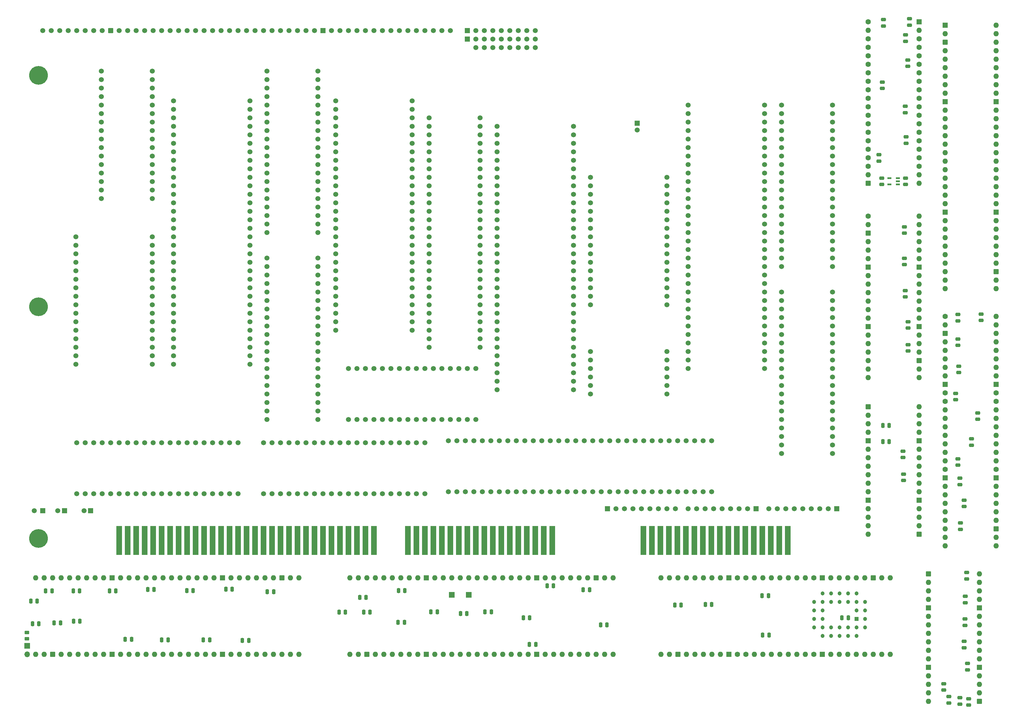
<source format=gbs>
%MOIN*%
%OFA0B0*%
%FSLAX46Y46*%
%IPPOS*%
%LPD*%
%AMRoundRect*
4,1,4,
0.07874015748031496,0.11811023622047245,
0.15748031496062992,0.19685039370078741,
0.23622047244094491,0.27559055118110237,
0.31496062992125984,0.35433070866141736,
0.07874015748031496,0.11811023622047245,
0*
1,1,$1,$2,$3*
1,1,$1,$2,$3*
1,1,$1,$2,$3*
1,1,$1,$2,$3*
20,1,$1,$2,$3,$4,$5,0*
20,1,$1,$2,$3,$4,$5,0*
20,1,$1,$2,$3,$4,$5,0*
20,1,$1,$2,$3,$4,$5,0*%
%AMCOMP186*
4,1,3,
-0.015748031496062995,-0.015748031496062995,
0.015748031496062995,-0.015748031496062995,
0.015748031496062995,0.015748031496062995,
-0.015748031496062995,0.015748031496062995,
0*
4,1,19,
-0.015748031496062995,0,
-0.010881622135827601,-0.00077076352291096848,
-0.0064915708300397942,-0.0030076063877961024,
-0.0030076063877961024,-0.0064915708300397942,
-0.00077076352291096848,-0.010881622135827601,
0,-0.015748031496062995,
-0.00077076352291096631,-0.020614440856298388,
-0.0030076063877961024,-0.025004492162086195,
-0.0064915708300397924,-0.02848845660432988,
-0.0108816221358276,-0.030725299469215022,
-0.015748031496062992,-0.031496062992125991,
-0.020614440856298391,-0.030725299469215022,
-0.025004492162086195,-0.028488456604329887,
-0.02848845660432988,-0.0250044921620862,
-0.030725299469215022,-0.020614440856298391,
-0.031496062992125991,-0.015748031496062995,
-0.030725299469215022,-0.010881622135827603,
-0.028488456604329887,-0.0064915708300397976,
-0.0250044921620862,-0.0030076063877961046,
-0.020614440856298391,-0.00077076352291096848,
0*
4,1,19,
0.015748031496062995,0,
0.020614440856298388,-0.00077076352291096848,
0.025004492162086195,-0.0030076063877961024,
0.028488456604329887,-0.0064915708300397942,
0.030725299469215022,-0.010881622135827601,
0.031496062992125991,-0.015748031496062995,
0.030725299469215022,-0.020614440856298388,
0.028488456604329887,-0.025004492162086195,
0.0250044921620862,-0.02848845660432988,
0.020614440856298388,-0.030725299469215022,
0.015748031496062995,-0.031496062992125991,
0.010881622135827598,-0.030725299469215022,
0.006491570830039795,-0.028488456604329887,
0.0030076063877961046,-0.0250044921620862,
0.00077076352291096848,-0.020614440856298391,
0,-0.015748031496062995,
0.00077076352291096631,-0.010881622135827603,
0.0030076063877961024,-0.0064915708300397976,
0.00649157083003979,-0.0030076063877961046,
0.010881622135827598,-0.00077076352291096848,
0*
4,1,19,
0.015748031496062995,0.031496062992125991,
0.020614440856298388,0.030725299469215022,
0.025004492162086195,0.028488456604329887,
0.028488456604329887,0.025004492162086195,
0.030725299469215022,0.020614440856298388,
0.031496062992125991,0.015748031496062995,
0.030725299469215022,0.010881622135827601,
0.028488456604329887,0.006491570830039795,
0.0250044921620862,0.0030076063877961046,
0.020614440856298388,0.00077076352291096848,
0.015748031496062995,0,
0.010881622135827598,0.00077076352291096848,
0.006491570830039795,0.0030076063877961024,
0.0030076063877961046,0.0064915708300397924,
0.00077076352291096848,0.0108816221358276,
0,0.015748031496062992,
0.00077076352291096631,0.020614440856298388,
0.0030076063877961024,0.025004492162086188,
0.00649157083003979,0.02848845660432988,
0.010881622135827598,0.030725299469215022,
0*
4,1,19,
-0.015748031496062995,0.031496062992125991,
-0.010881622135827601,0.030725299469215022,
-0.0064915708300397942,0.028488456604329887,
-0.0030076063877961024,0.025004492162086195,
-0.00077076352291096848,0.020614440856298388,
0,0.015748031496062995,
-0.00077076352291096631,0.010881622135827601,
-0.0030076063877961024,0.006491570830039795,
-0.0064915708300397924,0.0030076063877961046,
-0.0108816221358276,0.00077076352291096848,
-0.015748031496062992,0,
-0.020614440856298391,0.00077076352291096848,
-0.025004492162086195,0.0030076063877961024,
-0.02848845660432988,0.0064915708300397924,
-0.030725299469215022,0.0108816221358276,
-0.031496062992125991,0.015748031496062992,
-0.030725299469215022,0.020614440856298388,
-0.028488456604329887,0.025004492162086188,
-0.0250044921620862,0.02848845660432988,
-0.020614440856298391,0.030725299469215022,
0*
4,1,3,
-0.015748031496062995,-0.031496062992125991,
-0.015748031496062995,0,
0.015748031496062995,0,
0.015748031496062995,-0.031496062992125991,
0*
4,1,3,
0.031496062992125991,-0.015748031496062995,
0,-0.015748031496062995,
0,0.015748031496062995,
0.031496062992125991,0.015748031496062995,
0*
4,1,3,
0.015748031496062995,0.031496062992125991,
0.015748031496062995,0,
-0.015748031496062995,0,
-0.015748031496062995,0.031496062992125991,
0*
4,1,3,
-0.031496062992125991,0.015748031496062995,
0,0.015748031496062995,
0,-0.015748031496062995,
-0.031496062992125991,-0.015748031496062995,
0*%
%AMCOMP187*
4,1,3,
-0.018700787401574805,0.00984251968503937,
-0.018700787401574805,-0.00984251968503937,
0.018700787401574805,-0.00984251968503937,
0.018700787401574805,0.00984251968503937,
0*
4,1,19,
-0.018700787401574805,0.01968503937007874,
-0.015659281551427682,0.019203312168259386,
-0.012915499485310303,0.017805285377706176,
-0.010738021708907997,0.015627807601303872,
-0.0093399949183547871,0.012884025535186491,
-0.0088582677165354329,0.00984251968503937,
-0.0093399949183547871,0.0068010138348922507,
-0.010738021708907997,0.0040572317687748724,
-0.012915499485310301,0.0018797539923725657,
-0.015659281551427682,0.00048172720181935506,
-0.0187007874015748,0,
-0.021742293251721927,0.00048172720181935506,
-0.0244860753178393,0.0018797539923725635,
-0.026663553094241611,0.00405723176877487,
-0.02806157988479482,0.0068010138348922489,
-0.028543307086614175,0.0098425196850393682,
-0.02806157988479482,0.012884025535186489,
-0.026663553094241611,0.015627807601303868,
-0.024486075317839306,0.017805285377706176,
-0.021742293251721924,0.019203312168259386,
0*
4,1,19,
-0.018700787401574805,0,
-0.015659281551427682,-0.00048172720181935506,
-0.012915499485310303,-0.0018797539923725646,
-0.010738021708907997,-0.0040572317687748707,
-0.0093399949183547871,-0.00680101383489225,
-0.0088582677165354329,-0.00984251968503937,
-0.0093399949183547871,-0.012884025535186491,
-0.010738021708907997,-0.015627807601303868,
-0.012915499485310301,-0.017805285377706176,
-0.015659281551427682,-0.019203312168259386,
-0.0187007874015748,-0.01968503937007874,
-0.021742293251721927,-0.019203312168259386,
-0.0244860753178393,-0.017805285377706176,
-0.026663553094241611,-0.015627807601303872,
-0.02806157988479482,-0.012884025535186491,
-0.028543307086614175,-0.0098425196850393734,
-0.02806157988479482,-0.0068010138348922524,
-0.026663553094241611,-0.0040572317687748733,
-0.024486075317839306,-0.0018797539923725657,
-0.021742293251721924,-0.00048172720181935506,
0*
4,1,19,
0.018700787401574805,0,
0.021742293251721924,-0.00048172720181935506,
0.0244860753178393,-0.0018797539923725646,
0.026663553094241611,-0.0040572317687748707,
0.02806157988479482,-0.00680101383489225,
0.028543307086614175,-0.00984251968503937,
0.02806157988479482,-0.012884025535186491,
0.026663553094241611,-0.015627807601303868,
0.024486075317839306,-0.017805285377706176,
0.021742293251721924,-0.019203312168259386,
0.018700787401574805,-0.01968503937007874,
0.015659281551427682,-0.019203312168259386,
0.012915499485310306,-0.017805285377706176,
0.010738021708907997,-0.015627807601303872,
0.0093399949183547871,-0.012884025535186491,
0.0088582677165354329,-0.0098425196850393734,
0.0093399949183547871,-0.0068010138348922524,
0.010738021708907997,-0.0040572317687748733,
0.012915499485310301,-0.0018797539923725657,
0.015659281551427682,-0.00048172720181935506,
0*
4,1,19,
0.018700787401574805,0.01968503937007874,
0.021742293251721924,0.019203312168259386,
0.0244860753178393,0.017805285377706176,
0.026663553094241611,0.015627807601303872,
0.02806157988479482,0.012884025535186491,
0.028543307086614175,0.00984251968503937,
0.02806157988479482,0.0068010138348922507,
0.026663553094241611,0.0040572317687748724,
0.024486075317839306,0.0018797539923725657,
0.021742293251721924,0.00048172720181935506,
0.018700787401574805,0,
0.015659281551427682,0.00048172720181935506,
0.012915499485310306,0.0018797539923725635,
0.010738021708907997,0.00405723176877487,
0.0093399949183547871,0.0068010138348922489,
0.0088582677165354329,0.0098425196850393682,
0.0093399949183547871,0.012884025535186489,
0.010738021708907997,0.015627807601303868,
0.012915499485310301,0.017805285377706176,
0.015659281551427682,0.019203312168259386,
0*
4,1,3,
-0.028543307086614175,0.00984251968503937,
-0.0088582677165354329,0.00984251968503937,
-0.0088582677165354329,-0.00984251968503937,
-0.028543307086614175,-0.00984251968503937,
0*
4,1,3,
-0.018700787401574805,-0.01968503937007874,
-0.018700787401574805,0,
0.018700787401574805,0,
0.018700787401574805,-0.01968503937007874,
0*
4,1,3,
0.028543307086614175,-0.00984251968503937,
0.0088582677165354329,-0.00984251968503937,
0.0088582677165354329,0.00984251968503937,
0.028543307086614175,0.00984251968503937,
0*
4,1,3,
0.018700787401574805,0.01968503937007874,
0.018700787401574805,0,
-0.018700787401574805,0,
-0.018700787401574805,0.01968503937007874,
0*%
%AMCOMP188*
4,1,3,
0.018700787401574805,-0.00984251968503937,
0.018700787401574805,0.00984251968503937,
-0.018700787401574805,0.00984251968503937,
-0.018700787401574805,-0.00984251968503937,
0*
4,1,19,
0.018700787401574805,0,
0.021742293251721924,-0.00048172720181935506,
0.0244860753178393,-0.0018797539923725646,
0.026663553094241611,-0.0040572317687748707,
0.02806157988479482,-0.00680101383489225,
0.028543307086614175,-0.00984251968503937,
0.02806157988479482,-0.012884025535186491,
0.026663553094241611,-0.015627807601303868,
0.024486075317839306,-0.017805285377706176,
0.021742293251721924,-0.019203312168259386,
0.018700787401574805,-0.01968503937007874,
0.015659281551427682,-0.019203312168259386,
0.012915499485310306,-0.017805285377706176,
0.010738021708907997,-0.015627807601303872,
0.0093399949183547871,-0.012884025535186491,
0.0088582677165354329,-0.0098425196850393734,
0.0093399949183547871,-0.0068010138348922524,
0.010738021708907997,-0.0040572317687748733,
0.012915499485310301,-0.0018797539923725657,
0.015659281551427682,-0.00048172720181935506,
0*
4,1,19,
0.018700787401574805,0.01968503937007874,
0.021742293251721924,0.019203312168259386,
0.0244860753178393,0.017805285377706176,
0.026663553094241611,0.015627807601303872,
0.02806157988479482,0.012884025535186491,
0.028543307086614175,0.00984251968503937,
0.02806157988479482,0.0068010138348922507,
0.026663553094241611,0.0040572317687748724,
0.024486075317839306,0.0018797539923725657,
0.021742293251721924,0.00048172720181935506,
0.018700787401574805,0,
0.015659281551427682,0.00048172720181935506,
0.012915499485310306,0.0018797539923725635,
0.010738021708907997,0.00405723176877487,
0.0093399949183547871,0.0068010138348922489,
0.0088582677165354329,0.0098425196850393682,
0.0093399949183547871,0.012884025535186489,
0.010738021708907997,0.015627807601303868,
0.012915499485310301,0.017805285377706176,
0.015659281551427682,0.019203312168259386,
0*
4,1,19,
-0.018700787401574805,0.01968503937007874,
-0.015659281551427682,0.019203312168259386,
-0.012915499485310303,0.017805285377706176,
-0.010738021708907997,0.015627807601303872,
-0.0093399949183547871,0.012884025535186491,
-0.0088582677165354329,0.00984251968503937,
-0.0093399949183547871,0.0068010138348922507,
-0.010738021708907997,0.0040572317687748724,
-0.012915499485310301,0.0018797539923725657,
-0.015659281551427682,0.00048172720181935506,
-0.0187007874015748,0,
-0.021742293251721927,0.00048172720181935506,
-0.0244860753178393,0.0018797539923725635,
-0.026663553094241611,0.00405723176877487,
-0.02806157988479482,0.0068010138348922489,
-0.028543307086614175,0.0098425196850393682,
-0.02806157988479482,0.012884025535186489,
-0.026663553094241611,0.015627807601303868,
-0.024486075317839306,0.017805285377706176,
-0.021742293251721924,0.019203312168259386,
0*
4,1,19,
-0.018700787401574805,0,
-0.015659281551427682,-0.00048172720181935506,
-0.012915499485310303,-0.0018797539923725646,
-0.010738021708907997,-0.0040572317687748707,
-0.0093399949183547871,-0.00680101383489225,
-0.0088582677165354329,-0.00984251968503937,
-0.0093399949183547871,-0.012884025535186491,
-0.010738021708907997,-0.015627807601303868,
-0.012915499485310301,-0.017805285377706176,
-0.015659281551427682,-0.019203312168259386,
-0.0187007874015748,-0.01968503937007874,
-0.021742293251721927,-0.019203312168259386,
-0.0244860753178393,-0.017805285377706176,
-0.026663553094241611,-0.015627807601303872,
-0.02806157988479482,-0.012884025535186491,
-0.028543307086614175,-0.0098425196850393734,
-0.02806157988479482,-0.0068010138348922524,
-0.026663553094241611,-0.0040572317687748733,
-0.024486075317839306,-0.0018797539923725657,
-0.021742293251721924,-0.00048172720181935506,
0*
4,1,3,
0.028543307086614175,-0.00984251968503937,
0.0088582677165354329,-0.00984251968503937,
0.0088582677165354329,0.00984251968503937,
0.028543307086614175,0.00984251968503937,
0*
4,1,3,
0.018700787401574805,0.01968503937007874,
0.018700787401574805,0,
-0.018700787401574805,0,
-0.018700787401574805,0.01968503937007874,
0*
4,1,3,
-0.028543307086614175,0.00984251968503937,
-0.0088582677165354329,0.00984251968503937,
-0.0088582677165354329,-0.00984251968503937,
-0.028543307086614175,-0.00984251968503937,
0*
4,1,3,
-0.018700787401574805,-0.01968503937007874,
-0.018700787401574805,0,
0.018700787401574805,0,
0.018700787401574805,-0.01968503937007874,
0*%
%AMRoundRect0*
4,1,4,
0.07874015748031496,0.11811023622047245,
0.15748031496062992,0.19685039370078741,
0.23622047244094491,0.27559055118110237,
0.31496062992125984,0.35433070866141736,
0.07874015748031496,0.11811023622047245,
0*
1,1,$1,$2,$3*
1,1,$1,$2,$3*
1,1,$1,$2,$3*
1,1,$1,$2,$3*
20,1,$1,$2,$3,$4,$5,0*
20,1,$1,$2,$3,$4,$5,0*
20,1,$1,$2,$3,$4,$5,0*
20,1,$1,$2,$3,$4,$5,0*%
%AMCOMP1950*
4,1,3,
-0.015748031496062995,-0.015748031496062995,
0.015748031496062995,-0.015748031496062995,
0.015748031496062995,0.015748031496062995,
-0.015748031496062995,0.015748031496062995,
0*
4,1,19,
-0.015748031496062995,0,
-0.010881622135827601,-0.00077076352291096848,
-0.0064915708300397942,-0.0030076063877961024,
-0.0030076063877961024,-0.0064915708300397942,
-0.00077076352291096848,-0.010881622135827601,
0,-0.015748031496062995,
-0.00077076352291096631,-0.020614440856298388,
-0.0030076063877961024,-0.025004492162086195,
-0.0064915708300397924,-0.02848845660432988,
-0.0108816221358276,-0.030725299469215022,
-0.015748031496062992,-0.031496062992125991,
-0.020614440856298391,-0.030725299469215022,
-0.025004492162086195,-0.028488456604329887,
-0.02848845660432988,-0.0250044921620862,
-0.030725299469215022,-0.020614440856298391,
-0.031496062992125991,-0.015748031496062995,
-0.030725299469215022,-0.010881622135827603,
-0.028488456604329887,-0.0064915708300397976,
-0.0250044921620862,-0.0030076063877961046,
-0.020614440856298391,-0.00077076352291096848,
0*
4,1,19,
0.015748031496062995,0,
0.020614440856298388,-0.00077076352291096848,
0.025004492162086195,-0.0030076063877961024,
0.028488456604329887,-0.0064915708300397942,
0.030725299469215022,-0.010881622135827601,
0.031496062992125991,-0.015748031496062995,
0.030725299469215022,-0.020614440856298388,
0.028488456604329887,-0.025004492162086195,
0.0250044921620862,-0.02848845660432988,
0.020614440856298388,-0.030725299469215022,
0.015748031496062995,-0.031496062992125991,
0.010881622135827598,-0.030725299469215022,
0.006491570830039795,-0.028488456604329887,
0.0030076063877961046,-0.0250044921620862,
0.00077076352291096848,-0.020614440856298391,
0,-0.015748031496062995,
0.00077076352291096631,-0.010881622135827603,
0.0030076063877961024,-0.0064915708300397976,
0.00649157083003979,-0.0030076063877961046,
0.010881622135827598,-0.00077076352291096848,
0*
4,1,19,
0.015748031496062995,0.031496062992125991,
0.020614440856298388,0.030725299469215022,
0.025004492162086195,0.028488456604329887,
0.028488456604329887,0.025004492162086195,
0.030725299469215022,0.020614440856298388,
0.031496062992125991,0.015748031496062995,
0.030725299469215022,0.010881622135827601,
0.028488456604329887,0.006491570830039795,
0.0250044921620862,0.0030076063877961046,
0.020614440856298388,0.00077076352291096848,
0.015748031496062995,0,
0.010881622135827598,0.00077076352291096848,
0.006491570830039795,0.0030076063877961024,
0.0030076063877961046,0.0064915708300397924,
0.00077076352291096848,0.0108816221358276,
0,0.015748031496062992,
0.00077076352291096631,0.020614440856298388,
0.0030076063877961024,0.025004492162086188,
0.00649157083003979,0.02848845660432988,
0.010881622135827598,0.030725299469215022,
0*
4,1,19,
-0.015748031496062995,0.031496062992125991,
-0.010881622135827601,0.030725299469215022,
-0.0064915708300397942,0.028488456604329887,
-0.0030076063877961024,0.025004492162086195,
-0.00077076352291096848,0.020614440856298388,
0,0.015748031496062995,
-0.00077076352291096631,0.010881622135827601,
-0.0030076063877961024,0.006491570830039795,
-0.0064915708300397924,0.0030076063877961046,
-0.0108816221358276,0.00077076352291096848,
-0.015748031496062992,0,
-0.020614440856298391,0.00077076352291096848,
-0.025004492162086195,0.0030076063877961024,
-0.02848845660432988,0.0064915708300397924,
-0.030725299469215022,0.0108816221358276,
-0.031496062992125991,0.015748031496062992,
-0.030725299469215022,0.020614440856298388,
-0.028488456604329887,0.025004492162086188,
-0.0250044921620862,0.02848845660432988,
-0.020614440856298391,0.030725299469215022,
0*
4,1,3,
-0.015748031496062995,-0.031496062992125991,
-0.015748031496062995,0,
0.015748031496062995,0,
0.015748031496062995,-0.031496062992125991,
0*
4,1,3,
0.031496062992125991,-0.015748031496062995,
0,-0.015748031496062995,
0,0.015748031496062995,
0.031496062992125991,0.015748031496062995,
0*
4,1,3,
0.015748031496062995,0.031496062992125991,
0.015748031496062995,0,
-0.015748031496062995,0,
-0.015748031496062995,0.031496062992125991,
0*
4,1,3,
-0.031496062992125991,0.015748031496062995,
0,0.015748031496062995,
0,-0.015748031496062995,
-0.031496062992125991,-0.015748031496062995,
0*%
%AMCOMP1960*
4,1,3,
-0.018700787401574805,0.00984251968503937,
-0.018700787401574805,-0.00984251968503937,
0.018700787401574805,-0.00984251968503937,
0.018700787401574805,0.00984251968503937,
0*
4,1,19,
-0.018700787401574805,0.01968503937007874,
-0.015659281551427682,0.019203312168259386,
-0.012915499485310303,0.017805285377706176,
-0.010738021708907997,0.015627807601303872,
-0.0093399949183547871,0.012884025535186491,
-0.0088582677165354329,0.00984251968503937,
-0.0093399949183547871,0.0068010138348922507,
-0.010738021708907997,0.0040572317687748724,
-0.012915499485310301,0.0018797539923725657,
-0.015659281551427682,0.00048172720181935506,
-0.0187007874015748,0,
-0.021742293251721927,0.00048172720181935506,
-0.0244860753178393,0.0018797539923725635,
-0.026663553094241611,0.00405723176877487,
-0.02806157988479482,0.0068010138348922489,
-0.028543307086614175,0.0098425196850393682,
-0.02806157988479482,0.012884025535186489,
-0.026663553094241611,0.015627807601303868,
-0.024486075317839306,0.017805285377706176,
-0.021742293251721924,0.019203312168259386,
0*
4,1,19,
-0.018700787401574805,0,
-0.015659281551427682,-0.00048172720181935506,
-0.012915499485310303,-0.0018797539923725646,
-0.010738021708907997,-0.0040572317687748707,
-0.0093399949183547871,-0.00680101383489225,
-0.0088582677165354329,-0.00984251968503937,
-0.0093399949183547871,-0.012884025535186491,
-0.010738021708907997,-0.015627807601303868,
-0.012915499485310301,-0.017805285377706176,
-0.015659281551427682,-0.019203312168259386,
-0.0187007874015748,-0.01968503937007874,
-0.021742293251721927,-0.019203312168259386,
-0.0244860753178393,-0.017805285377706176,
-0.026663553094241611,-0.015627807601303872,
-0.02806157988479482,-0.012884025535186491,
-0.028543307086614175,-0.0098425196850393734,
-0.02806157988479482,-0.0068010138348922524,
-0.026663553094241611,-0.0040572317687748733,
-0.024486075317839306,-0.0018797539923725657,
-0.021742293251721924,-0.00048172720181935506,
0*
4,1,19,
0.018700787401574805,0,
0.021742293251721924,-0.00048172720181935506,
0.0244860753178393,-0.0018797539923725646,
0.026663553094241611,-0.0040572317687748707,
0.02806157988479482,-0.00680101383489225,
0.028543307086614175,-0.00984251968503937,
0.02806157988479482,-0.012884025535186491,
0.026663553094241611,-0.015627807601303868,
0.024486075317839306,-0.017805285377706176,
0.021742293251721924,-0.019203312168259386,
0.018700787401574805,-0.01968503937007874,
0.015659281551427682,-0.019203312168259386,
0.012915499485310306,-0.017805285377706176,
0.010738021708907997,-0.015627807601303872,
0.0093399949183547871,-0.012884025535186491,
0.0088582677165354329,-0.0098425196850393734,
0.0093399949183547871,-0.0068010138348922524,
0.010738021708907997,-0.0040572317687748733,
0.012915499485310301,-0.0018797539923725657,
0.015659281551427682,-0.00048172720181935506,
0*
4,1,19,
0.018700787401574805,0.01968503937007874,
0.021742293251721924,0.019203312168259386,
0.0244860753178393,0.017805285377706176,
0.026663553094241611,0.015627807601303872,
0.02806157988479482,0.012884025535186491,
0.028543307086614175,0.00984251968503937,
0.02806157988479482,0.0068010138348922507,
0.026663553094241611,0.0040572317687748724,
0.024486075317839306,0.0018797539923725657,
0.021742293251721924,0.00048172720181935506,
0.018700787401574805,0,
0.015659281551427682,0.00048172720181935506,
0.012915499485310306,0.0018797539923725635,
0.010738021708907997,0.00405723176877487,
0.0093399949183547871,0.0068010138348922489,
0.0088582677165354329,0.0098425196850393682,
0.0093399949183547871,0.012884025535186489,
0.010738021708907997,0.015627807601303868,
0.012915499485310301,0.017805285377706176,
0.015659281551427682,0.019203312168259386,
0*
4,1,3,
-0.028543307086614175,0.00984251968503937,
-0.0088582677165354329,0.00984251968503937,
-0.0088582677165354329,-0.00984251968503937,
-0.028543307086614175,-0.00984251968503937,
0*
4,1,3,
-0.018700787401574805,-0.01968503937007874,
-0.018700787401574805,0,
0.018700787401574805,0,
0.018700787401574805,-0.01968503937007874,
0*
4,1,3,
0.028543307086614175,-0.00984251968503937,
0.0088582677165354329,-0.00984251968503937,
0.0088582677165354329,0.00984251968503937,
0.028543307086614175,0.00984251968503937,
0*
4,1,3,
0.018700787401574805,0.01968503937007874,
0.018700787401574805,0,
-0.018700787401574805,0,
-0.018700787401574805,0.01968503937007874,
0*%
%AMRoundRect1*
4,1,4,
0.07874015748031496,0.11811023622047245,
0.15748031496062992,0.19685039370078741,
0.23622047244094491,0.27559055118110237,
0.31496062992125984,0.35433070866141736,
0.07874015748031496,0.11811023622047245,
0*
1,1,$1,$2,$3*
1,1,$1,$2,$3*
1,1,$1,$2,$3*
1,1,$1,$2,$3*
20,1,$1,$2,$3,$4,$5,0*
20,1,$1,$2,$3,$4,$5,0*
20,1,$1,$2,$3,$4,$5,0*
20,1,$1,$2,$3,$4,$5,0*%
%AMCOMP2040*
4,1,3,
-0.015748031496062995,-0.015748031496062995,
0.015748031496062995,-0.015748031496062995,
0.015748031496062995,0.015748031496062995,
-0.015748031496062995,0.015748031496062995,
0*
4,1,19,
-0.015748031496062995,0,
-0.010881622135827601,-0.00077076352291096848,
-0.0064915708300397942,-0.0030076063877961024,
-0.0030076063877961024,-0.0064915708300397942,
-0.00077076352291096848,-0.010881622135827601,
0,-0.015748031496062995,
-0.00077076352291096631,-0.020614440856298388,
-0.0030076063877961024,-0.025004492162086195,
-0.0064915708300397924,-0.02848845660432988,
-0.0108816221358276,-0.030725299469215022,
-0.015748031496062992,-0.031496062992125991,
-0.020614440856298391,-0.030725299469215022,
-0.025004492162086195,-0.028488456604329887,
-0.02848845660432988,-0.0250044921620862,
-0.030725299469215022,-0.020614440856298391,
-0.031496062992125991,-0.015748031496062995,
-0.030725299469215022,-0.010881622135827603,
-0.028488456604329887,-0.0064915708300397976,
-0.0250044921620862,-0.0030076063877961046,
-0.020614440856298391,-0.00077076352291096848,
0*
4,1,19,
0.015748031496062995,0,
0.020614440856298388,-0.00077076352291096848,
0.025004492162086195,-0.0030076063877961024,
0.028488456604329887,-0.0064915708300397942,
0.030725299469215022,-0.010881622135827601,
0.031496062992125991,-0.015748031496062995,
0.030725299469215022,-0.020614440856298388,
0.028488456604329887,-0.025004492162086195,
0.0250044921620862,-0.02848845660432988,
0.020614440856298388,-0.030725299469215022,
0.015748031496062995,-0.031496062992125991,
0.010881622135827598,-0.030725299469215022,
0.006491570830039795,-0.028488456604329887,
0.0030076063877961046,-0.0250044921620862,
0.00077076352291096848,-0.020614440856298391,
0,-0.015748031496062995,
0.00077076352291096631,-0.010881622135827603,
0.0030076063877961024,-0.0064915708300397976,
0.00649157083003979,-0.0030076063877961046,
0.010881622135827598,-0.00077076352291096848,
0*
4,1,19,
0.015748031496062995,0.031496062992125991,
0.020614440856298388,0.030725299469215022,
0.025004492162086195,0.028488456604329887,
0.028488456604329887,0.025004492162086195,
0.030725299469215022,0.020614440856298388,
0.031496062992125991,0.015748031496062995,
0.030725299469215022,0.010881622135827601,
0.028488456604329887,0.006491570830039795,
0.0250044921620862,0.0030076063877961046,
0.020614440856298388,0.00077076352291096848,
0.015748031496062995,0,
0.010881622135827598,0.00077076352291096848,
0.006491570830039795,0.0030076063877961024,
0.0030076063877961046,0.0064915708300397924,
0.00077076352291096848,0.0108816221358276,
0,0.015748031496062992,
0.00077076352291096631,0.020614440856298388,
0.0030076063877961024,0.025004492162086188,
0.00649157083003979,0.02848845660432988,
0.010881622135827598,0.030725299469215022,
0*
4,1,19,
-0.015748031496062995,0.031496062992125991,
-0.010881622135827601,0.030725299469215022,
-0.0064915708300397942,0.028488456604329887,
-0.0030076063877961024,0.025004492162086195,
-0.00077076352291096848,0.020614440856298388,
0,0.015748031496062995,
-0.00077076352291096631,0.010881622135827601,
-0.0030076063877961024,0.006491570830039795,
-0.0064915708300397924,0.0030076063877961046,
-0.0108816221358276,0.00077076352291096848,
-0.015748031496062992,0,
-0.020614440856298391,0.00077076352291096848,
-0.025004492162086195,0.0030076063877961024,
-0.02848845660432988,0.0064915708300397924,
-0.030725299469215022,0.0108816221358276,
-0.031496062992125991,0.015748031496062992,
-0.030725299469215022,0.020614440856298388,
-0.028488456604329887,0.025004492162086188,
-0.0250044921620862,0.02848845660432988,
-0.020614440856298391,0.030725299469215022,
0*
4,1,3,
-0.015748031496062995,-0.031496062992125991,
-0.015748031496062995,0,
0.015748031496062995,0,
0.015748031496062995,-0.031496062992125991,
0*
4,1,3,
0.031496062992125991,-0.015748031496062995,
0,-0.015748031496062995,
0,0.015748031496062995,
0.031496062992125991,0.015748031496062995,
0*
4,1,3,
0.015748031496062995,0.031496062992125991,
0.015748031496062995,0,
-0.015748031496062995,0,
-0.015748031496062995,0.031496062992125991,
0*
4,1,3,
-0.031496062992125991,0.015748031496062995,
0,0.015748031496062995,
0,-0.015748031496062995,
-0.031496062992125991,-0.015748031496062995,
0*%
%AMRoundRect0*
4,1,4,
0.07874015748031496,0.11811023622047245,
0.15748031496062992,0.19685039370078741,
0.23622047244094491,0.27559055118110237,
0.31496062992125984,0.35433070866141736,
0.07874015748031496,0.11811023622047245,
0*
1,1,$1,$2,$3*
1,1,$1,$2,$3*
1,1,$1,$2,$3*
1,1,$1,$2,$3*
20,1,$1,$2,$3,$4,$5,0*
20,1,$1,$2,$3,$4,$5,0*
20,1,$1,$2,$3,$4,$5,0*
20,1,$1,$2,$3,$4,$5,0*%
%AMCOMP2250*
4,1,3,
-0.015748031496062995,-0.015748031496062995,
0.015748031496062995,-0.015748031496062995,
0.015748031496062995,0.015748031496062995,
-0.015748031496062995,0.015748031496062995,
0*
4,1,19,
-0.015748031496062995,0,
-0.010881622135827601,-0.00077076352291096848,
-0.0064915708300397942,-0.0030076063877961024,
-0.0030076063877961024,-0.0064915708300397942,
-0.00077076352291096848,-0.010881622135827601,
0,-0.015748031496062995,
-0.00077076352291096631,-0.020614440856298388,
-0.0030076063877961024,-0.025004492162086195,
-0.0064915708300397924,-0.02848845660432988,
-0.0108816221358276,-0.030725299469215022,
-0.015748031496062992,-0.031496062992125991,
-0.020614440856298391,-0.030725299469215022,
-0.025004492162086195,-0.028488456604329887,
-0.02848845660432988,-0.0250044921620862,
-0.030725299469215022,-0.020614440856298391,
-0.031496062992125991,-0.015748031496062995,
-0.030725299469215022,-0.010881622135827603,
-0.028488456604329887,-0.0064915708300397976,
-0.0250044921620862,-0.0030076063877961046,
-0.020614440856298391,-0.00077076352291096848,
0*
4,1,19,
0.015748031496062995,0,
0.020614440856298388,-0.00077076352291096848,
0.025004492162086195,-0.0030076063877961024,
0.028488456604329887,-0.0064915708300397942,
0.030725299469215022,-0.010881622135827601,
0.031496062992125991,-0.015748031496062995,
0.030725299469215022,-0.020614440856298388,
0.028488456604329887,-0.025004492162086195,
0.0250044921620862,-0.02848845660432988,
0.020614440856298388,-0.030725299469215022,
0.015748031496062995,-0.031496062992125991,
0.010881622135827598,-0.030725299469215022,
0.006491570830039795,-0.028488456604329887,
0.0030076063877961046,-0.0250044921620862,
0.00077076352291096848,-0.020614440856298391,
0,-0.015748031496062995,
0.00077076352291096631,-0.010881622135827603,
0.0030076063877961024,-0.0064915708300397976,
0.00649157083003979,-0.0030076063877961046,
0.010881622135827598,-0.00077076352291096848,
0*
4,1,19,
0.015748031496062995,0.031496062992125991,
0.020614440856298388,0.030725299469215022,
0.025004492162086195,0.028488456604329887,
0.028488456604329887,0.025004492162086195,
0.030725299469215022,0.020614440856298388,
0.031496062992125991,0.015748031496062995,
0.030725299469215022,0.010881622135827601,
0.028488456604329887,0.006491570830039795,
0.0250044921620862,0.0030076063877961046,
0.020614440856298388,0.00077076352291096848,
0.015748031496062995,0,
0.010881622135827598,0.00077076352291096848,
0.006491570830039795,0.0030076063877961024,
0.0030076063877961046,0.0064915708300397924,
0.00077076352291096848,0.0108816221358276,
0,0.015748031496062992,
0.00077076352291096631,0.020614440856298388,
0.0030076063877961024,0.025004492162086188,
0.00649157083003979,0.02848845660432988,
0.010881622135827598,0.030725299469215022,
0*
4,1,19,
-0.015748031496062995,0.031496062992125991,
-0.010881622135827601,0.030725299469215022,
-0.0064915708300397942,0.028488456604329887,
-0.0030076063877961024,0.025004492162086195,
-0.00077076352291096848,0.020614440856298388,
0,0.015748031496062995,
-0.00077076352291096631,0.010881622135827601,
-0.0030076063877961024,0.006491570830039795,
-0.0064915708300397924,0.0030076063877961046,
-0.0108816221358276,0.00077076352291096848,
-0.015748031496062992,0,
-0.020614440856298391,0.00077076352291096848,
-0.025004492162086195,0.0030076063877961024,
-0.02848845660432988,0.0064915708300397924,
-0.030725299469215022,0.0108816221358276,
-0.031496062992125991,0.015748031496062992,
-0.030725299469215022,0.020614440856298388,
-0.028488456604329887,0.025004492162086188,
-0.0250044921620862,0.02848845660432988,
-0.020614440856298391,0.030725299469215022,
0*
4,1,3,
-0.015748031496062995,-0.031496062992125991,
-0.015748031496062995,0,
0.015748031496062995,0,
0.015748031496062995,-0.031496062992125991,
0*
4,1,3,
0.031496062992125991,-0.015748031496062995,
0,-0.015748031496062995,
0,0.015748031496062995,
0.031496062992125991,0.015748031496062995,
0*
4,1,3,
0.015748031496062995,0.031496062992125991,
0.015748031496062995,0,
-0.015748031496062995,0,
-0.015748031496062995,0.031496062992125991,
0*
4,1,3,
-0.031496062992125991,0.015748031496062995,
0,0.015748031496062995,
0,-0.015748031496062995,
-0.031496062992125991,-0.015748031496062995,
0*%
%AMCOMP2260*
4,1,3,
0.00984251968503937,0.018700787401574805,
-0.00984251968503937,0.018700787401574805,
-0.00984251968503937,-0.018700787401574805,
0.00984251968503937,-0.018700787401574805,
0*
4,1,19,
0.00984251968503937,0.028543307086614175,
0.012884025535186491,0.02806157988479482,
0.015627807601303872,0.026663553094241611,
0.017805285377706176,0.0244860753178393,
0.019203312168259386,0.021742293251721924,
0.01968503937007874,0.018700787401574805,
0.019203312168259386,0.015659281551427682,
0.017805285377706176,0.012915499485310306,
0.015627807601303872,0.010738021708907997,
0.012884025535186491,0.0093399949183547871,
0.0098425196850393734,0.0088582677165354329,
0.0068010138348922481,0.0093399949183547871,
0.0040572317687748724,0.010738021708907997,
0.0018797539923725657,0.012915499485310301,
0.00048172720181935506,0.015659281551427682,
0,0.0187007874015748,
0.00048172720181935392,0.02174229325172192,
0.0018797539923725635,0.0244860753178393,
0.004057231768774869,0.026663553094241611,
0.0068010138348922481,0.02806157988479482,
0*
4,1,19,
-0.00984251968503937,0.028543307086614175,
-0.00680101383489225,0.02806157988479482,
-0.0040572317687748707,0.026663553094241611,
-0.0018797539923725646,0.0244860753178393,
-0.00048172720181935506,0.021742293251721924,
0,0.018700787401574805,
-0.00048172720181935392,0.015659281551427682,
-0.0018797539923725646,0.012915499485310306,
-0.00405723176877487,0.010738021708907997,
-0.00680101383489225,0.0093399949183547871,
-0.00984251968503937,0.0088582677165354329,
-0.012884025535186494,0.0093399949183547871,
-0.015627807601303868,0.010738021708907997,
-0.017805285377706176,0.012915499485310301,
-0.019203312168259386,0.015659281551427682,
-0.01968503937007874,0.0187007874015748,
-0.019203312168259386,0.02174229325172192,
-0.017805285377706176,0.0244860753178393,
-0.015627807601303872,0.026663553094241611,
-0.012884025535186494,0.02806157988479482,
0*
4,1,19,
-0.00984251968503937,-0.0088582677165354329,
-0.00680101383489225,-0.0093399949183547871,
-0.0040572317687748707,-0.010738021708907997,
-0.0018797539923725646,-0.012915499485310303,
-0.00048172720181935506,-0.015659281551427682,
0,-0.018700787401574805,
-0.00048172720181935392,-0.021742293251721924,
-0.0018797539923725646,-0.0244860753178393,
-0.00405723176877487,-0.026663553094241611,
-0.00680101383489225,-0.02806157988479482,
-0.00984251968503937,-0.028543307086614175,
-0.012884025535186494,-0.02806157988479482,
-0.015627807601303868,-0.026663553094241611,
-0.017805285377706176,-0.024486075317839306,
-0.019203312168259386,-0.021742293251721924,
-0.01968503937007874,-0.018700787401574805,
-0.019203312168259386,-0.015659281551427685,
-0.017805285377706176,-0.012915499485310306,
-0.015627807601303872,-0.010738021708907997,
-0.012884025535186494,-0.0093399949183547871,
0*
4,1,19,
0.00984251968503937,-0.0088582677165354329,
0.012884025535186491,-0.0093399949183547871,
0.015627807601303872,-0.010738021708907997,
0.017805285377706176,-0.012915499485310303,
0.019203312168259386,-0.015659281551427682,
0.01968503937007874,-0.018700787401574805,
0.019203312168259386,-0.021742293251721924,
0.017805285377706176,-0.0244860753178393,
0.015627807601303872,-0.026663553094241611,
0.012884025535186491,-0.02806157988479482,
0.0098425196850393734,-0.028543307086614175,
0.0068010138348922481,-0.02806157988479482,
0.0040572317687748724,-0.026663553094241611,
0.0018797539923725657,-0.024486075317839306,
0.00048172720181935506,-0.021742293251721924,
0,-0.018700787401574805,
0.00048172720181935392,-0.015659281551427685,
0.0018797539923725635,-0.012915499485310306,
0.004057231768774869,-0.010738021708907997,
0.0068010138348922481,-0.0093399949183547871,
0*
4,1,3,
0.00984251968503937,0.028543307086614175,
0.00984251968503937,0.0088582677165354329,
-0.00984251968503937,0.0088582677165354329,
-0.00984251968503937,0.028543307086614175,
0*
4,1,3,
-0.01968503937007874,0.018700787401574805,
0,0.018700787401574805,
0,-0.018700787401574805,
-0.01968503937007874,-0.018700787401574805,
0*
4,1,3,
-0.00984251968503937,-0.028543307086614175,
-0.00984251968503937,-0.0088582677165354329,
0.00984251968503937,-0.0088582677165354329,
0.00984251968503937,-0.028543307086614175,
0*
4,1,3,
0.01968503937007874,-0.018700787401574805,
0,-0.018700787401574805,
0,0.018700787401574805,
0.01968503937007874,0.018700787401574805,
0*%
%AMCOMP2270*
4,1,3,
-0.018700787401574805,0.00984251968503937,
-0.018700787401574805,-0.00984251968503937,
0.018700787401574805,-0.00984251968503937,
0.018700787401574805,0.00984251968503937,
0*
4,1,19,
-0.018700787401574805,0.01968503937007874,
-0.015659281551427682,0.019203312168259386,
-0.012915499485310303,0.017805285377706176,
-0.010738021708907997,0.015627807601303872,
-0.0093399949183547871,0.012884025535186491,
-0.0088582677165354329,0.00984251968503937,
-0.0093399949183547871,0.0068010138348922507,
-0.010738021708907997,0.0040572317687748724,
-0.012915499485310301,0.0018797539923725657,
-0.015659281551427682,0.00048172720181935506,
-0.0187007874015748,0,
-0.021742293251721927,0.00048172720181935506,
-0.0244860753178393,0.0018797539923725635,
-0.026663553094241611,0.00405723176877487,
-0.02806157988479482,0.0068010138348922489,
-0.028543307086614175,0.0098425196850393682,
-0.02806157988479482,0.012884025535186489,
-0.026663553094241611,0.015627807601303868,
-0.024486075317839306,0.017805285377706176,
-0.021742293251721924,0.019203312168259386,
0*
4,1,19,
-0.018700787401574805,0,
-0.015659281551427682,-0.00048172720181935506,
-0.012915499485310303,-0.0018797539923725646,
-0.010738021708907997,-0.0040572317687748707,
-0.0093399949183547871,-0.00680101383489225,
-0.0088582677165354329,-0.00984251968503937,
-0.0093399949183547871,-0.012884025535186491,
-0.010738021708907997,-0.015627807601303868,
-0.012915499485310301,-0.017805285377706176,
-0.015659281551427682,-0.019203312168259386,
-0.0187007874015748,-0.01968503937007874,
-0.021742293251721927,-0.019203312168259386,
-0.0244860753178393,-0.017805285377706176,
-0.026663553094241611,-0.015627807601303872,
-0.02806157988479482,-0.012884025535186491,
-0.028543307086614175,-0.0098425196850393734,
-0.02806157988479482,-0.0068010138348922524,
-0.026663553094241611,-0.0040572317687748733,
-0.024486075317839306,-0.0018797539923725657,
-0.021742293251721924,-0.00048172720181935506,
0*
4,1,19,
0.018700787401574805,0,
0.021742293251721924,-0.00048172720181935506,
0.0244860753178393,-0.0018797539923725646,
0.026663553094241611,-0.0040572317687748707,
0.02806157988479482,-0.00680101383489225,
0.028543307086614175,-0.00984251968503937,
0.02806157988479482,-0.012884025535186491,
0.026663553094241611,-0.015627807601303868,
0.024486075317839306,-0.017805285377706176,
0.021742293251721924,-0.019203312168259386,
0.018700787401574805,-0.01968503937007874,
0.015659281551427682,-0.019203312168259386,
0.012915499485310306,-0.017805285377706176,
0.010738021708907997,-0.015627807601303872,
0.0093399949183547871,-0.012884025535186491,
0.0088582677165354329,-0.0098425196850393734,
0.0093399949183547871,-0.0068010138348922524,
0.010738021708907997,-0.0040572317687748733,
0.012915499485310301,-0.0018797539923725657,
0.015659281551427682,-0.00048172720181935506,
0*
4,1,19,
0.018700787401574805,0.01968503937007874,
0.021742293251721924,0.019203312168259386,
0.0244860753178393,0.017805285377706176,
0.026663553094241611,0.015627807601303872,
0.02806157988479482,0.012884025535186491,
0.028543307086614175,0.00984251968503937,
0.02806157988479482,0.0068010138348922507,
0.026663553094241611,0.0040572317687748724,
0.024486075317839306,0.0018797539923725657,
0.021742293251721924,0.00048172720181935506,
0.018700787401574805,0,
0.015659281551427682,0.00048172720181935506,
0.012915499485310306,0.0018797539923725635,
0.010738021708907997,0.00405723176877487,
0.0093399949183547871,0.0068010138348922489,
0.0088582677165354329,0.0098425196850393682,
0.0093399949183547871,0.012884025535186489,
0.010738021708907997,0.015627807601303868,
0.012915499485310301,0.017805285377706176,
0.015659281551427682,0.019203312168259386,
0*
4,1,3,
-0.028543307086614175,0.00984251968503937,
-0.0088582677165354329,0.00984251968503937,
-0.0088582677165354329,-0.00984251968503937,
-0.028543307086614175,-0.00984251968503937,
0*
4,1,3,
-0.018700787401574805,-0.01968503937007874,
-0.018700787401574805,0,
0.018700787401574805,0,
0.018700787401574805,-0.01968503937007874,
0*
4,1,3,
0.028543307086614175,-0.00984251968503937,
0.0088582677165354329,-0.00984251968503937,
0.0088582677165354329,0.00984251968503937,
0.028543307086614175,0.00984251968503937,
0*
4,1,3,
0.018700787401574805,0.01968503937007874,
0.018700787401574805,0,
-0.018700787401574805,0,
-0.018700787401574805,0.01968503937007874,
0*%
%AMRoundRect1*
4,1,4,
0.07874015748031496,0.11811023622047245,
0.15748031496062992,0.19685039370078741,
0.23622047244094491,0.27559055118110237,
0.31496062992125984,0.35433070866141736,
0.07874015748031496,0.11811023622047245,
0*
1,1,$1,$2,$3*
1,1,$1,$2,$3*
1,1,$1,$2,$3*
1,1,$1,$2,$3*
20,1,$1,$2,$3,$4,$5,0*
20,1,$1,$2,$3,$4,$5,0*
20,1,$1,$2,$3,$4,$5,0*
20,1,$1,$2,$3,$4,$5,0*%
%AMCOMP2410*
4,1,3,
-0.015748031496062995,-0.015748031496062995,
0.015748031496062995,-0.015748031496062995,
0.015748031496062995,0.015748031496062995,
-0.015748031496062995,0.015748031496062995,
0*
4,1,19,
-0.015748031496062995,0,
-0.010881622135827601,-0.00077076352291096848,
-0.0064915708300397942,-0.0030076063877961024,
-0.0030076063877961024,-0.0064915708300397942,
-0.00077076352291096848,-0.010881622135827601,
0,-0.015748031496062995,
-0.00077076352291096631,-0.020614440856298388,
-0.0030076063877961024,-0.025004492162086195,
-0.0064915708300397924,-0.02848845660432988,
-0.0108816221358276,-0.030725299469215022,
-0.015748031496062992,-0.031496062992125991,
-0.020614440856298391,-0.030725299469215022,
-0.025004492162086195,-0.028488456604329887,
-0.02848845660432988,-0.0250044921620862,
-0.030725299469215022,-0.020614440856298391,
-0.031496062992125991,-0.015748031496062995,
-0.030725299469215022,-0.010881622135827603,
-0.028488456604329887,-0.0064915708300397976,
-0.0250044921620862,-0.0030076063877961046,
-0.020614440856298391,-0.00077076352291096848,
0*
4,1,19,
0.015748031496062995,0,
0.020614440856298388,-0.00077076352291096848,
0.025004492162086195,-0.0030076063877961024,
0.028488456604329887,-0.0064915708300397942,
0.030725299469215022,-0.010881622135827601,
0.031496062992125991,-0.015748031496062995,
0.030725299469215022,-0.020614440856298388,
0.028488456604329887,-0.025004492162086195,
0.0250044921620862,-0.02848845660432988,
0.020614440856298388,-0.030725299469215022,
0.015748031496062995,-0.031496062992125991,
0.010881622135827598,-0.030725299469215022,
0.006491570830039795,-0.028488456604329887,
0.0030076063877961046,-0.0250044921620862,
0.00077076352291096848,-0.020614440856298391,
0,-0.015748031496062995,
0.00077076352291096631,-0.010881622135827603,
0.0030076063877961024,-0.0064915708300397976,
0.00649157083003979,-0.0030076063877961046,
0.010881622135827598,-0.00077076352291096848,
0*
4,1,19,
0.015748031496062995,0.031496062992125991,
0.020614440856298388,0.030725299469215022,
0.025004492162086195,0.028488456604329887,
0.028488456604329887,0.025004492162086195,
0.030725299469215022,0.020614440856298388,
0.031496062992125991,0.015748031496062995,
0.030725299469215022,0.010881622135827601,
0.028488456604329887,0.006491570830039795,
0.0250044921620862,0.0030076063877961046,
0.020614440856298388,0.00077076352291096848,
0.015748031496062995,0,
0.010881622135827598,0.00077076352291096848,
0.006491570830039795,0.0030076063877961024,
0.0030076063877961046,0.0064915708300397924,
0.00077076352291096848,0.0108816221358276,
0,0.015748031496062992,
0.00077076352291096631,0.020614440856298388,
0.0030076063877961024,0.025004492162086188,
0.00649157083003979,0.02848845660432988,
0.010881622135827598,0.030725299469215022,
0*
4,1,19,
-0.015748031496062995,0.031496062992125991,
-0.010881622135827601,0.030725299469215022,
-0.0064915708300397942,0.028488456604329887,
-0.0030076063877961024,0.025004492162086195,
-0.00077076352291096848,0.020614440856298388,
0,0.015748031496062995,
-0.00077076352291096631,0.010881622135827601,
-0.0030076063877961024,0.006491570830039795,
-0.0064915708300397924,0.0030076063877961046,
-0.0108816221358276,0.00077076352291096848,
-0.015748031496062992,0,
-0.020614440856298391,0.00077076352291096848,
-0.025004492162086195,0.0030076063877961024,
-0.02848845660432988,0.0064915708300397924,
-0.030725299469215022,0.0108816221358276,
-0.031496062992125991,0.015748031496062992,
-0.030725299469215022,0.020614440856298388,
-0.028488456604329887,0.025004492162086188,
-0.0250044921620862,0.02848845660432988,
-0.020614440856298391,0.030725299469215022,
0*
4,1,3,
-0.015748031496062995,-0.031496062992125991,
-0.015748031496062995,0,
0.015748031496062995,0,
0.015748031496062995,-0.031496062992125991,
0*
4,1,3,
0.031496062992125991,-0.015748031496062995,
0,-0.015748031496062995,
0,0.015748031496062995,
0.031496062992125991,0.015748031496062995,
0*
4,1,3,
0.015748031496062995,0.031496062992125991,
0.015748031496062995,0,
-0.015748031496062995,0,
-0.015748031496062995,0.031496062992125991,
0*
4,1,3,
-0.031496062992125991,0.015748031496062995,
0,0.015748031496062995,
0,-0.015748031496062995,
-0.031496062992125991,-0.015748031496062995,
0*%
%AMCOMP2420*
4,1,3,
-0.018700787401574805,0.00984251968503937,
-0.018700787401574805,-0.00984251968503937,
0.018700787401574805,-0.00984251968503937,
0.018700787401574805,0.00984251968503937,
0*
4,1,19,
-0.018700787401574805,0.01968503937007874,
-0.015659281551427682,0.019203312168259386,
-0.012915499485310303,0.017805285377706176,
-0.010738021708907997,0.015627807601303872,
-0.0093399949183547871,0.012884025535186491,
-0.0088582677165354329,0.00984251968503937,
-0.0093399949183547871,0.0068010138348922507,
-0.010738021708907997,0.0040572317687748724,
-0.012915499485310301,0.0018797539923725657,
-0.015659281551427682,0.00048172720181935506,
-0.0187007874015748,0,
-0.021742293251721927,0.00048172720181935506,
-0.0244860753178393,0.0018797539923725635,
-0.026663553094241611,0.00405723176877487,
-0.02806157988479482,0.0068010138348922489,
-0.028543307086614175,0.0098425196850393682,
-0.02806157988479482,0.012884025535186489,
-0.026663553094241611,0.015627807601303868,
-0.024486075317839306,0.017805285377706176,
-0.021742293251721924,0.019203312168259386,
0*
4,1,19,
-0.018700787401574805,0,
-0.015659281551427682,-0.00048172720181935506,
-0.012915499485310303,-0.0018797539923725646,
-0.010738021708907997,-0.0040572317687748707,
-0.0093399949183547871,-0.00680101383489225,
-0.0088582677165354329,-0.00984251968503937,
-0.0093399949183547871,-0.012884025535186491,
-0.010738021708907997,-0.015627807601303868,
-0.012915499485310301,-0.017805285377706176,
-0.015659281551427682,-0.019203312168259386,
-0.0187007874015748,-0.01968503937007874,
-0.021742293251721927,-0.019203312168259386,
-0.0244860753178393,-0.017805285377706176,
-0.026663553094241611,-0.015627807601303872,
-0.02806157988479482,-0.012884025535186491,
-0.028543307086614175,-0.0098425196850393734,
-0.02806157988479482,-0.0068010138348922524,
-0.026663553094241611,-0.0040572317687748733,
-0.024486075317839306,-0.0018797539923725657,
-0.021742293251721924,-0.00048172720181935506,
0*
4,1,19,
0.018700787401574805,0,
0.021742293251721924,-0.00048172720181935506,
0.0244860753178393,-0.0018797539923725646,
0.026663553094241611,-0.0040572317687748707,
0.02806157988479482,-0.00680101383489225,
0.028543307086614175,-0.00984251968503937,
0.02806157988479482,-0.012884025535186491,
0.026663553094241611,-0.015627807601303868,
0.024486075317839306,-0.017805285377706176,
0.021742293251721924,-0.019203312168259386,
0.018700787401574805,-0.01968503937007874,
0.015659281551427682,-0.019203312168259386,
0.012915499485310306,-0.017805285377706176,
0.010738021708907997,-0.015627807601303872,
0.0093399949183547871,-0.012884025535186491,
0.0088582677165354329,-0.0098425196850393734,
0.0093399949183547871,-0.0068010138348922524,
0.010738021708907997,-0.0040572317687748733,
0.012915499485310301,-0.0018797539923725657,
0.015659281551427682,-0.00048172720181935506,
0*
4,1,19,
0.018700787401574805,0.01968503937007874,
0.021742293251721924,0.019203312168259386,
0.0244860753178393,0.017805285377706176,
0.026663553094241611,0.015627807601303872,
0.02806157988479482,0.012884025535186491,
0.028543307086614175,0.00984251968503937,
0.02806157988479482,0.0068010138348922507,
0.026663553094241611,0.0040572317687748724,
0.024486075317839306,0.0018797539923725657,
0.021742293251721924,0.00048172720181935506,
0.018700787401574805,0,
0.015659281551427682,0.00048172720181935506,
0.012915499485310306,0.0018797539923725635,
0.010738021708907997,0.00405723176877487,
0.0093399949183547871,0.0068010138348922489,
0.0088582677165354329,0.0098425196850393682,
0.0093399949183547871,0.012884025535186489,
0.010738021708907997,0.015627807601303868,
0.012915499485310301,0.017805285377706176,
0.015659281551427682,0.019203312168259386,
0*
4,1,3,
-0.028543307086614175,0.00984251968503937,
-0.0088582677165354329,0.00984251968503937,
-0.0088582677165354329,-0.00984251968503937,
-0.028543307086614175,-0.00984251968503937,
0*
4,1,3,
-0.018700787401574805,-0.01968503937007874,
-0.018700787401574805,0,
0.018700787401574805,0,
0.018700787401574805,-0.01968503937007874,
0*
4,1,3,
0.028543307086614175,-0.00984251968503937,
0.0088582677165354329,-0.00984251968503937,
0.0088582677165354329,0.00984251968503937,
0.028543307086614175,0.00984251968503937,
0*
4,1,3,
0.018700787401574805,0.01968503937007874,
0.018700787401574805,0,
-0.018700787401574805,0,
-0.018700787401574805,0.01968503937007874,
0*%
%AMCOMP2430*
4,1,3,
0.018700787401574805,-0.00984251968503937,
0.018700787401574805,0.00984251968503937,
-0.018700787401574805,0.00984251968503937,
-0.018700787401574805,-0.00984251968503937,
0*
4,1,19,
0.018700787401574805,0,
0.021742293251721924,-0.00048172720181935506,
0.0244860753178393,-0.0018797539923725646,
0.026663553094241611,-0.0040572317687748707,
0.02806157988479482,-0.00680101383489225,
0.028543307086614175,-0.00984251968503937,
0.02806157988479482,-0.012884025535186491,
0.026663553094241611,-0.015627807601303868,
0.024486075317839306,-0.017805285377706176,
0.021742293251721924,-0.019203312168259386,
0.018700787401574805,-0.01968503937007874,
0.015659281551427682,-0.019203312168259386,
0.012915499485310306,-0.017805285377706176,
0.010738021708907997,-0.015627807601303872,
0.0093399949183547871,-0.012884025535186491,
0.0088582677165354329,-0.0098425196850393734,
0.0093399949183547871,-0.0068010138348922524,
0.010738021708907997,-0.0040572317687748733,
0.012915499485310301,-0.0018797539923725657,
0.015659281551427682,-0.00048172720181935506,
0*
4,1,19,
0.018700787401574805,0.01968503937007874,
0.021742293251721924,0.019203312168259386,
0.0244860753178393,0.017805285377706176,
0.026663553094241611,0.015627807601303872,
0.02806157988479482,0.012884025535186491,
0.028543307086614175,0.00984251968503937,
0.02806157988479482,0.0068010138348922507,
0.026663553094241611,0.0040572317687748724,
0.024486075317839306,0.0018797539923725657,
0.021742293251721924,0.00048172720181935506,
0.018700787401574805,0,
0.015659281551427682,0.00048172720181935506,
0.012915499485310306,0.0018797539923725635,
0.010738021708907997,0.00405723176877487,
0.0093399949183547871,0.0068010138348922489,
0.0088582677165354329,0.0098425196850393682,
0.0093399949183547871,0.012884025535186489,
0.010738021708907997,0.015627807601303868,
0.012915499485310301,0.017805285377706176,
0.015659281551427682,0.019203312168259386,
0*
4,1,19,
-0.018700787401574805,0.01968503937007874,
-0.015659281551427682,0.019203312168259386,
-0.012915499485310303,0.017805285377706176,
-0.010738021708907997,0.015627807601303872,
-0.0093399949183547871,0.012884025535186491,
-0.0088582677165354329,0.00984251968503937,
-0.0093399949183547871,0.0068010138348922507,
-0.010738021708907997,0.0040572317687748724,
-0.012915499485310301,0.0018797539923725657,
-0.015659281551427682,0.00048172720181935506,
-0.0187007874015748,0,
-0.021742293251721927,0.00048172720181935506,
-0.0244860753178393,0.0018797539923725635,
-0.026663553094241611,0.00405723176877487,
-0.02806157988479482,0.0068010138348922489,
-0.028543307086614175,0.0098425196850393682,
-0.02806157988479482,0.012884025535186489,
-0.026663553094241611,0.015627807601303868,
-0.024486075317839306,0.017805285377706176,
-0.021742293251721924,0.019203312168259386,
0*
4,1,19,
-0.018700787401574805,0,
-0.015659281551427682,-0.00048172720181935506,
-0.012915499485310303,-0.0018797539923725646,
-0.010738021708907997,-0.0040572317687748707,
-0.0093399949183547871,-0.00680101383489225,
-0.0088582677165354329,-0.00984251968503937,
-0.0093399949183547871,-0.012884025535186491,
-0.010738021708907997,-0.015627807601303868,
-0.012915499485310301,-0.017805285377706176,
-0.015659281551427682,-0.019203312168259386,
-0.0187007874015748,-0.01968503937007874,
-0.021742293251721927,-0.019203312168259386,
-0.0244860753178393,-0.017805285377706176,
-0.026663553094241611,-0.015627807601303872,
-0.02806157988479482,-0.012884025535186491,
-0.028543307086614175,-0.0098425196850393734,
-0.02806157988479482,-0.0068010138348922524,
-0.026663553094241611,-0.0040572317687748733,
-0.024486075317839306,-0.0018797539923725657,
-0.021742293251721924,-0.00048172720181935506,
0*
4,1,3,
0.028543307086614175,-0.00984251968503937,
0.0088582677165354329,-0.00984251968503937,
0.0088582677165354329,0.00984251968503937,
0.028543307086614175,0.00984251968503937,
0*
4,1,3,
0.018700787401574805,0.01968503937007874,
0.018700787401574805,0,
-0.018700787401574805,0,
-0.018700787401574805,0.01968503937007874,
0*
4,1,3,
-0.028543307086614175,0.00984251968503937,
-0.0088582677165354329,0.00984251968503937,
-0.0088582677165354329,-0.00984251968503937,
-0.028543307086614175,-0.00984251968503937,
0*
4,1,3,
-0.018700787401574805,-0.01968503937007874,
-0.018700787401574805,0,
0.018700787401574805,0,
0.018700787401574805,-0.01968503937007874,
0*%
%AMRoundRect0*
4,1,4,
0.07874015748031496,0.11811023622047245,
0.15748031496062992,0.19685039370078741,
0.23622047244094491,0.27559055118110237,
0.31496062992125984,0.35433070866141736,
0.07874015748031496,0.11811023622047245,
0*
1,1,$1,$2,$3*
1,1,$1,$2,$3*
1,1,$1,$2,$3*
1,1,$1,$2,$3*
20,1,$1,$2,$3,$4,$5,0*
20,1,$1,$2,$3,$4,$5,0*
20,1,$1,$2,$3,$4,$5,0*
20,1,$1,$2,$3,$4,$5,0*%
%AMCOMP2510*
4,1,3,
-0.015748031496062995,-0.015748031496062995,
0.015748031496062995,-0.015748031496062995,
0.015748031496062995,0.015748031496062995,
-0.015748031496062995,0.015748031496062995,
0*
4,1,19,
-0.015748031496062995,0,
-0.010881622135827601,-0.00077076352291096848,
-0.0064915708300397942,-0.0030076063877961024,
-0.0030076063877961024,-0.0064915708300397942,
-0.00077076352291096848,-0.010881622135827601,
0,-0.015748031496062995,
-0.00077076352291096631,-0.020614440856298388,
-0.0030076063877961024,-0.025004492162086195,
-0.0064915708300397924,-0.02848845660432988,
-0.0108816221358276,-0.030725299469215022,
-0.015748031496062992,-0.031496062992125991,
-0.020614440856298391,-0.030725299469215022,
-0.025004492162086195,-0.028488456604329887,
-0.02848845660432988,-0.0250044921620862,
-0.030725299469215022,-0.020614440856298391,
-0.031496062992125991,-0.015748031496062995,
-0.030725299469215022,-0.010881622135827603,
-0.028488456604329887,-0.0064915708300397976,
-0.0250044921620862,-0.0030076063877961046,
-0.020614440856298391,-0.00077076352291096848,
0*
4,1,19,
0.015748031496062995,0,
0.020614440856298388,-0.00077076352291096848,
0.025004492162086195,-0.0030076063877961024,
0.028488456604329887,-0.0064915708300397942,
0.030725299469215022,-0.010881622135827601,
0.031496062992125991,-0.015748031496062995,
0.030725299469215022,-0.020614440856298388,
0.028488456604329887,-0.025004492162086195,
0.0250044921620862,-0.02848845660432988,
0.020614440856298388,-0.030725299469215022,
0.015748031496062995,-0.031496062992125991,
0.010881622135827598,-0.030725299469215022,
0.006491570830039795,-0.028488456604329887,
0.0030076063877961046,-0.0250044921620862,
0.00077076352291096848,-0.020614440856298391,
0,-0.015748031496062995,
0.00077076352291096631,-0.010881622135827603,
0.0030076063877961024,-0.0064915708300397976,
0.00649157083003979,-0.0030076063877961046,
0.010881622135827598,-0.00077076352291096848,
0*
4,1,19,
0.015748031496062995,0.031496062992125991,
0.020614440856298388,0.030725299469215022,
0.025004492162086195,0.028488456604329887,
0.028488456604329887,0.025004492162086195,
0.030725299469215022,0.020614440856298388,
0.031496062992125991,0.015748031496062995,
0.030725299469215022,0.010881622135827601,
0.028488456604329887,0.006491570830039795,
0.0250044921620862,0.0030076063877961046,
0.020614440856298388,0.00077076352291096848,
0.015748031496062995,0,
0.010881622135827598,0.00077076352291096848,
0.006491570830039795,0.0030076063877961024,
0.0030076063877961046,0.0064915708300397924,
0.00077076352291096848,0.0108816221358276,
0,0.015748031496062992,
0.00077076352291096631,0.020614440856298388,
0.0030076063877961024,0.025004492162086188,
0.00649157083003979,0.02848845660432988,
0.010881622135827598,0.030725299469215022,
0*
4,1,19,
-0.015748031496062995,0.031496062992125991,
-0.010881622135827601,0.030725299469215022,
-0.0064915708300397942,0.028488456604329887,
-0.0030076063877961024,0.025004492162086195,
-0.00077076352291096848,0.020614440856298388,
0,0.015748031496062995,
-0.00077076352291096631,0.010881622135827601,
-0.0030076063877961024,0.006491570830039795,
-0.0064915708300397924,0.0030076063877961046,
-0.0108816221358276,0.00077076352291096848,
-0.015748031496062992,0,
-0.020614440856298391,0.00077076352291096848,
-0.025004492162086195,0.0030076063877961024,
-0.02848845660432988,0.0064915708300397924,
-0.030725299469215022,0.0108816221358276,
-0.031496062992125991,0.015748031496062992,
-0.030725299469215022,0.020614440856298388,
-0.028488456604329887,0.025004492162086188,
-0.0250044921620862,0.02848845660432988,
-0.020614440856298391,0.030725299469215022,
0*
4,1,3,
-0.015748031496062995,-0.031496062992125991,
-0.015748031496062995,0,
0.015748031496062995,0,
0.015748031496062995,-0.031496062992125991,
0*
4,1,3,
0.031496062992125991,-0.015748031496062995,
0,-0.015748031496062995,
0,0.015748031496062995,
0.031496062992125991,0.015748031496062995,
0*
4,1,3,
0.015748031496062995,0.031496062992125991,
0.015748031496062995,0,
-0.015748031496062995,0,
-0.015748031496062995,0.031496062992125991,
0*
4,1,3,
-0.031496062992125991,0.015748031496062995,
0,0.015748031496062995,
0,-0.015748031496062995,
-0.031496062992125991,-0.015748031496062995,
0*%
%AMCOMP2520*
4,1,3,
-0.018700787401574805,0.00984251968503937,
-0.018700787401574805,-0.00984251968503937,
0.018700787401574805,-0.00984251968503937,
0.018700787401574805,0.00984251968503937,
0*
4,1,19,
-0.018700787401574805,0.01968503937007874,
-0.015659281551427682,0.019203312168259386,
-0.012915499485310303,0.017805285377706176,
-0.010738021708907997,0.015627807601303872,
-0.0093399949183547871,0.012884025535186491,
-0.0088582677165354329,0.00984251968503937,
-0.0093399949183547871,0.0068010138348922507,
-0.010738021708907997,0.0040572317687748724,
-0.012915499485310301,0.0018797539923725657,
-0.015659281551427682,0.00048172720181935506,
-0.0187007874015748,0,
-0.021742293251721927,0.00048172720181935506,
-0.0244860753178393,0.0018797539923725635,
-0.026663553094241611,0.00405723176877487,
-0.02806157988479482,0.0068010138348922489,
-0.028543307086614175,0.0098425196850393682,
-0.02806157988479482,0.012884025535186489,
-0.026663553094241611,0.015627807601303868,
-0.024486075317839306,0.017805285377706176,
-0.021742293251721924,0.019203312168259386,
0*
4,1,19,
-0.018700787401574805,0,
-0.015659281551427682,-0.00048172720181935506,
-0.012915499485310303,-0.0018797539923725646,
-0.010738021708907997,-0.0040572317687748707,
-0.0093399949183547871,-0.00680101383489225,
-0.0088582677165354329,-0.00984251968503937,
-0.0093399949183547871,-0.012884025535186491,
-0.010738021708907997,-0.015627807601303868,
-0.012915499485310301,-0.017805285377706176,
-0.015659281551427682,-0.019203312168259386,
-0.0187007874015748,-0.01968503937007874,
-0.021742293251721927,-0.019203312168259386,
-0.0244860753178393,-0.017805285377706176,
-0.026663553094241611,-0.015627807601303872,
-0.02806157988479482,-0.012884025535186491,
-0.028543307086614175,-0.0098425196850393734,
-0.02806157988479482,-0.0068010138348922524,
-0.026663553094241611,-0.0040572317687748733,
-0.024486075317839306,-0.0018797539923725657,
-0.021742293251721924,-0.00048172720181935506,
0*
4,1,19,
0.018700787401574805,0,
0.021742293251721924,-0.00048172720181935506,
0.0244860753178393,-0.0018797539923725646,
0.026663553094241611,-0.0040572317687748707,
0.02806157988479482,-0.00680101383489225,
0.028543307086614175,-0.00984251968503937,
0.02806157988479482,-0.012884025535186491,
0.026663553094241611,-0.015627807601303868,
0.024486075317839306,-0.017805285377706176,
0.021742293251721924,-0.019203312168259386,
0.018700787401574805,-0.01968503937007874,
0.015659281551427682,-0.019203312168259386,
0.012915499485310306,-0.017805285377706176,
0.010738021708907997,-0.015627807601303872,
0.0093399949183547871,-0.012884025535186491,
0.0088582677165354329,-0.0098425196850393734,
0.0093399949183547871,-0.0068010138348922524,
0.010738021708907997,-0.0040572317687748733,
0.012915499485310301,-0.0018797539923725657,
0.015659281551427682,-0.00048172720181935506,
0*
4,1,19,
0.018700787401574805,0.01968503937007874,
0.021742293251721924,0.019203312168259386,
0.0244860753178393,0.017805285377706176,
0.026663553094241611,0.015627807601303872,
0.02806157988479482,0.012884025535186491,
0.028543307086614175,0.00984251968503937,
0.02806157988479482,0.0068010138348922507,
0.026663553094241611,0.0040572317687748724,
0.024486075317839306,0.0018797539923725657,
0.021742293251721924,0.00048172720181935506,
0.018700787401574805,0,
0.015659281551427682,0.00048172720181935506,
0.012915499485310306,0.0018797539923725635,
0.010738021708907997,0.00405723176877487,
0.0093399949183547871,0.0068010138348922489,
0.0088582677165354329,0.0098425196850393682,
0.0093399949183547871,0.012884025535186489,
0.010738021708907997,0.015627807601303868,
0.012915499485310301,0.017805285377706176,
0.015659281551427682,0.019203312168259386,
0*
4,1,3,
-0.028543307086614175,0.00984251968503937,
-0.0088582677165354329,0.00984251968503937,
-0.0088582677165354329,-0.00984251968503937,
-0.028543307086614175,-0.00984251968503937,
0*
4,1,3,
-0.018700787401574805,-0.01968503937007874,
-0.018700787401574805,0,
0.018700787401574805,0,
0.018700787401574805,-0.01968503937007874,
0*
4,1,3,
0.028543307086614175,-0.00984251968503937,
0.0088582677165354329,-0.00984251968503937,
0.0088582677165354329,0.00984251968503937,
0.028543307086614175,0.00984251968503937,
0*
4,1,3,
0.018700787401574805,0.01968503937007874,
0.018700787401574805,0,
-0.018700787401574805,0,
-0.018700787401574805,0.01968503937007874,
0*%
%AMCOMP2530*
4,1,3,
0.018700787401574805,-0.00984251968503937,
0.018700787401574805,0.00984251968503937,
-0.018700787401574805,0.00984251968503937,
-0.018700787401574805,-0.00984251968503937,
0*
4,1,19,
0.018700787401574805,0,
0.021742293251721924,-0.00048172720181935506,
0.0244860753178393,-0.0018797539923725646,
0.026663553094241611,-0.0040572317687748707,
0.02806157988479482,-0.00680101383489225,
0.028543307086614175,-0.00984251968503937,
0.02806157988479482,-0.012884025535186491,
0.026663553094241611,-0.015627807601303868,
0.024486075317839306,-0.017805285377706176,
0.021742293251721924,-0.019203312168259386,
0.018700787401574805,-0.01968503937007874,
0.015659281551427682,-0.019203312168259386,
0.012915499485310306,-0.017805285377706176,
0.010738021708907997,-0.015627807601303872,
0.0093399949183547871,-0.012884025535186491,
0.0088582677165354329,-0.0098425196850393734,
0.0093399949183547871,-0.0068010138348922524,
0.010738021708907997,-0.0040572317687748733,
0.012915499485310301,-0.0018797539923725657,
0.015659281551427682,-0.00048172720181935506,
0*
4,1,19,
0.018700787401574805,0.01968503937007874,
0.021742293251721924,0.019203312168259386,
0.0244860753178393,0.017805285377706176,
0.026663553094241611,0.015627807601303872,
0.02806157988479482,0.012884025535186491,
0.028543307086614175,0.00984251968503937,
0.02806157988479482,0.0068010138348922507,
0.026663553094241611,0.0040572317687748724,
0.024486075317839306,0.0018797539923725657,
0.021742293251721924,0.00048172720181935506,
0.018700787401574805,0,
0.015659281551427682,0.00048172720181935506,
0.012915499485310306,0.0018797539923725635,
0.010738021708907997,0.00405723176877487,
0.0093399949183547871,0.0068010138348922489,
0.0088582677165354329,0.0098425196850393682,
0.0093399949183547871,0.012884025535186489,
0.010738021708907997,0.015627807601303868,
0.012915499485310301,0.017805285377706176,
0.015659281551427682,0.019203312168259386,
0*
4,1,19,
-0.018700787401574805,0.01968503937007874,
-0.015659281551427682,0.019203312168259386,
-0.012915499485310303,0.017805285377706176,
-0.010738021708907997,0.015627807601303872,
-0.0093399949183547871,0.012884025535186491,
-0.0088582677165354329,0.00984251968503937,
-0.0093399949183547871,0.0068010138348922507,
-0.010738021708907997,0.0040572317687748724,
-0.012915499485310301,0.0018797539923725657,
-0.015659281551427682,0.00048172720181935506,
-0.0187007874015748,0,
-0.021742293251721927,0.00048172720181935506,
-0.0244860753178393,0.0018797539923725635,
-0.026663553094241611,0.00405723176877487,
-0.02806157988479482,0.0068010138348922489,
-0.028543307086614175,0.0098425196850393682,
-0.02806157988479482,0.012884025535186489,
-0.026663553094241611,0.015627807601303868,
-0.024486075317839306,0.017805285377706176,
-0.021742293251721924,0.019203312168259386,
0*
4,1,19,
-0.018700787401574805,0,
-0.015659281551427682,-0.00048172720181935506,
-0.012915499485310303,-0.0018797539923725646,
-0.010738021708907997,-0.0040572317687748707,
-0.0093399949183547871,-0.00680101383489225,
-0.0088582677165354329,-0.00984251968503937,
-0.0093399949183547871,-0.012884025535186491,
-0.010738021708907997,-0.015627807601303868,
-0.012915499485310301,-0.017805285377706176,
-0.015659281551427682,-0.019203312168259386,
-0.0187007874015748,-0.01968503937007874,
-0.021742293251721927,-0.019203312168259386,
-0.0244860753178393,-0.017805285377706176,
-0.026663553094241611,-0.015627807601303872,
-0.02806157988479482,-0.012884025535186491,
-0.028543307086614175,-0.0098425196850393734,
-0.02806157988479482,-0.0068010138348922524,
-0.026663553094241611,-0.0040572317687748733,
-0.024486075317839306,-0.0018797539923725657,
-0.021742293251721924,-0.00048172720181935506,
0*
4,1,3,
0.028543307086614175,-0.00984251968503937,
0.0088582677165354329,-0.00984251968503937,
0.0088582677165354329,0.00984251968503937,
0.028543307086614175,0.00984251968503937,
0*
4,1,3,
0.018700787401574805,0.01968503937007874,
0.018700787401574805,0,
-0.018700787401574805,0,
-0.018700787401574805,0.01968503937007874,
0*
4,1,3,
-0.028543307086614175,0.00984251968503937,
-0.0088582677165354329,0.00984251968503937,
-0.0088582677165354329,-0.00984251968503937,
-0.028543307086614175,-0.00984251968503937,
0*
4,1,3,
-0.018700787401574805,-0.01968503937007874,
-0.018700787401574805,0,
0.018700787401574805,0,
0.018700787401574805,-0.01968503937007874,
0*%
%AMRoundRect1*
4,1,4,
0.07874015748031496,0.11811023622047245,
0.15748031496062992,0.19685039370078741,
0.23622047244094491,0.27559055118110237,
0.31496062992125984,0.35433070866141736,
0.07874015748031496,0.11811023622047245,
0*
1,1,$1,$2,$3*
1,1,$1,$2,$3*
1,1,$1,$2,$3*
1,1,$1,$2,$3*
20,1,$1,$2,$3,$4,$5,0*
20,1,$1,$2,$3,$4,$5,0*
20,1,$1,$2,$3,$4,$5,0*
20,1,$1,$2,$3,$4,$5,0*%
%AMCOMP2600*
4,1,3,
-0.021162716535433074,-0.021162716535433074,
0.021162716535433074,-0.021162716535433074,
0.021162716535433074,0.021162716535433074,
-0.021162716535433074,0.021162716535433074,
0*
4,1,19,
-0.021162716535433074,-0.01082937007874016,
-0.017969536871550815,-0.011335120052659842,
-0.015088927881360294,-0.012802863643204357,
-0.012802863643204357,-0.015088927881360294,
-0.011335120052659842,-0.017969536871550815,
-0.01082937007874016,-0.021162716535433074,
-0.011335120052659842,-0.024355896199315327,
-0.012802863643204357,-0.027236505189505846,
-0.015088927881360294,-0.029522569427661786,
-0.017969536871550815,-0.030990313018206303,
-0.021162716535433074,-0.031496062992125991,
-0.024355896199315333,-0.030990313018206303,
-0.027236505189505846,-0.02952256942766179,
-0.029522569427661786,-0.027236505189505853,
-0.030990313018206303,-0.024355896199315333,
-0.031496062992125991,-0.021162716535433074,
-0.030990313018206303,-0.017969536871550819,
-0.02952256942766179,-0.0150889278813603,
-0.027236505189505853,-0.012802863643204361,
-0.024355896199315333,-0.011335120052659842,
0*
4,1,19,
0.021162716535433074,-0.01082937007874016,
0.024355896199315333,-0.011335120052659842,
0.027236505189505853,-0.012802863643204357,
0.02952256942766179,-0.015088927881360294,
0.030990313018206303,-0.017969536871550815,
0.031496062992125991,-0.021162716535433074,
0.030990313018206303,-0.024355896199315327,
0.02952256942766179,-0.027236505189505846,
0.027236505189505853,-0.029522569427661786,
0.024355896199315333,-0.030990313018206303,
0.021162716535433074,-0.031496062992125991,
0.017969536871550812,-0.030990313018206303,
0.015088927881360297,-0.02952256942766179,
0.012802863643204361,-0.027236505189505853,
0.011335120052659842,-0.024355896199315333,
0.01082937007874016,-0.021162716535433074,
0.011335120052659842,-0.017969536871550819,
0.012802863643204357,-0.0150889278813603,
0.015088927881360294,-0.012802863643204361,
0.017969536871550815,-0.011335120052659842,
0*
4,1,19,
0.021162716535433074,0.031496062992125991,
0.024355896199315333,0.030990313018206303,
0.027236505189505853,0.02952256942766179,
0.02952256942766179,0.027236505189505853,
0.030990313018206303,0.024355896199315333,
0.031496062992125991,0.021162716535433074,
0.030990313018206303,0.017969536871550815,
0.02952256942766179,0.015088927881360297,
0.027236505189505853,0.012802863643204361,
0.024355896199315333,0.011335120052659842,
0.021162716535433074,0.01082937007874016,
0.017969536871550812,0.011335120052659842,
0.015088927881360297,0.012802863643204357,
0.012802863643204361,0.015088927881360294,
0.011335120052659842,0.017969536871550815,
0.01082937007874016,0.021162716535433074,
0.011335120052659842,0.024355896199315327,
0.012802863643204357,0.027236505189505846,
0.015088927881360294,0.029522569427661786,
0.017969536871550815,0.030990313018206303,
0*
4,1,19,
-0.021162716535433074,0.031496062992125991,
-0.017969536871550815,0.030990313018206303,
-0.015088927881360294,0.02952256942766179,
-0.012802863643204357,0.027236505189505853,
-0.011335120052659842,0.024355896199315333,
-0.01082937007874016,0.021162716535433074,
-0.011335120052659842,0.017969536871550815,
-0.012802863643204357,0.015088927881360297,
-0.015088927881360294,0.012802863643204361,
-0.017969536871550815,0.011335120052659842,
-0.021162716535433074,0.01082937007874016,
-0.024355896199315333,0.011335120052659842,
-0.027236505189505846,0.012802863643204357,
-0.029522569427661786,0.015088927881360294,
-0.030990313018206303,0.017969536871550815,
-0.031496062992125991,0.021162716535433074,
-0.030990313018206303,0.024355896199315327,
-0.02952256942766179,0.027236505189505846,
-0.027236505189505853,0.029522569427661786,
-0.024355896199315333,0.030990313018206303,
0*
4,1,3,
-0.021162716535433074,-0.031496062992125991,
-0.021162716535433074,-0.01082937007874016,
0.021162716535433074,-0.01082937007874016,
0.021162716535433074,-0.031496062992125991,
0*
4,1,3,
0.031496062992125991,-0.021162716535433074,
0.01082937007874016,-0.021162716535433074,
0.01082937007874016,0.021162716535433074,
0.031496062992125991,0.021162716535433074,
0*
4,1,3,
0.021162716535433074,0.031496062992125991,
0.021162716535433074,0.01082937007874016,
-0.021162716535433074,0.01082937007874016,
-0.021162716535433074,0.031496062992125991,
0*
4,1,3,
-0.031496062992125991,0.021162716535433074,
-0.01082937007874016,0.021162716535433074,
-0.01082937007874016,-0.021162716535433074,
-0.031496062992125991,-0.021162716535433074,
0*%
%AMCOMP2610*
4,1,3,
-0.015748031496062995,-0.015748031496062995,
0.015748031496062995,-0.015748031496062995,
0.015748031496062995,0.015748031496062995,
-0.015748031496062995,0.015748031496062995,
0*
4,1,19,
-0.015748031496062995,0,
-0.010881622135827601,-0.00077076352291096848,
-0.0064915708300397942,-0.0030076063877961024,
-0.0030076063877961024,-0.0064915708300397942,
-0.00077076352291096848,-0.010881622135827601,
0,-0.015748031496062995,
-0.00077076352291096631,-0.020614440856298388,
-0.0030076063877961024,-0.025004492162086195,
-0.0064915708300397924,-0.02848845660432988,
-0.0108816221358276,-0.030725299469215022,
-0.015748031496062992,-0.031496062992125991,
-0.020614440856298391,-0.030725299469215022,
-0.025004492162086195,-0.028488456604329887,
-0.02848845660432988,-0.0250044921620862,
-0.030725299469215022,-0.020614440856298391,
-0.031496062992125991,-0.015748031496062995,
-0.030725299469215022,-0.010881622135827603,
-0.028488456604329887,-0.0064915708300397976,
-0.0250044921620862,-0.0030076063877961046,
-0.020614440856298391,-0.00077076352291096848,
0*
4,1,19,
0.015748031496062995,0,
0.020614440856298388,-0.00077076352291096848,
0.025004492162086195,-0.0030076063877961024,
0.028488456604329887,-0.0064915708300397942,
0.030725299469215022,-0.010881622135827601,
0.031496062992125991,-0.015748031496062995,
0.030725299469215022,-0.020614440856298388,
0.028488456604329887,-0.025004492162086195,
0.0250044921620862,-0.02848845660432988,
0.020614440856298388,-0.030725299469215022,
0.015748031496062995,-0.031496062992125991,
0.010881622135827598,-0.030725299469215022,
0.006491570830039795,-0.028488456604329887,
0.0030076063877961046,-0.0250044921620862,
0.00077076352291096848,-0.020614440856298391,
0,-0.015748031496062995,
0.00077076352291096631,-0.010881622135827603,
0.0030076063877961024,-0.0064915708300397976,
0.00649157083003979,-0.0030076063877961046,
0.010881622135827598,-0.00077076352291096848,
0*
4,1,19,
0.015748031496062995,0.031496062992125991,
0.020614440856298388,0.030725299469215022,
0.025004492162086195,0.028488456604329887,
0.028488456604329887,0.025004492162086195,
0.030725299469215022,0.020614440856298388,
0.031496062992125991,0.015748031496062995,
0.030725299469215022,0.010881622135827601,
0.028488456604329887,0.006491570830039795,
0.0250044921620862,0.0030076063877961046,
0.020614440856298388,0.00077076352291096848,
0.015748031496062995,0,
0.010881622135827598,0.00077076352291096848,
0.006491570830039795,0.0030076063877961024,
0.0030076063877961046,0.0064915708300397924,
0.00077076352291096848,0.0108816221358276,
0,0.015748031496062992,
0.00077076352291096631,0.020614440856298388,
0.0030076063877961024,0.025004492162086188,
0.00649157083003979,0.02848845660432988,
0.010881622135827598,0.030725299469215022,
0*
4,1,19,
-0.015748031496062995,0.031496062992125991,
-0.010881622135827601,0.030725299469215022,
-0.0064915708300397942,0.028488456604329887,
-0.0030076063877961024,0.025004492162086195,
-0.00077076352291096848,0.020614440856298388,
0,0.015748031496062995,
-0.00077076352291096631,0.010881622135827601,
-0.0030076063877961024,0.006491570830039795,
-0.0064915708300397924,0.0030076063877961046,
-0.0108816221358276,0.00077076352291096848,
-0.015748031496062992,0,
-0.020614440856298391,0.00077076352291096848,
-0.025004492162086195,0.0030076063877961024,
-0.02848845660432988,0.0064915708300397924,
-0.030725299469215022,0.0108816221358276,
-0.031496062992125991,0.015748031496062992,
-0.030725299469215022,0.020614440856298388,
-0.028488456604329887,0.025004492162086188,
-0.0250044921620862,0.02848845660432988,
-0.020614440856298391,0.030725299469215022,
0*
4,1,3,
-0.015748031496062995,-0.031496062992125991,
-0.015748031496062995,0,
0.015748031496062995,0,
0.015748031496062995,-0.031496062992125991,
0*
4,1,3,
0.031496062992125991,-0.015748031496062995,
0,-0.015748031496062995,
0,0.015748031496062995,
0.031496062992125991,0.015748031496062995,
0*
4,1,3,
0.015748031496062995,0.031496062992125991,
0.015748031496062995,0,
-0.015748031496062995,0,
-0.015748031496062995,0.031496062992125991,
0*
4,1,3,
-0.031496062992125991,0.015748031496062995,
0,0.015748031496062995,
0,-0.015748031496062995,
-0.031496062992125991,-0.015748031496062995,
0*%
%AMRoundRect0*
4,1,4,
-0.11811023622047245,0.07874015748031496,
-0.19685039370078741,0.15748031496062992,
-0.27559055118110237,0.23622047244094491,
-0.35433070866141736,0.31496062992125984,
-0.11811023622047245,0.07874015748031496,
0*
1,1,$1,$2,$3*
1,1,$1,$2,$3*
1,1,$1,$2,$3*
1,1,$1,$2,$3*
20,1,$1,$2,$3,$4,$5,90*
20,1,$1,$2,$3,$4,$5,90*
20,1,$1,$2,$3,$4,$5,90*
20,1,$1,$2,$3,$4,$5,90*%
%AMCOMP2770*
4,1,3,
0.015748031496062995,-0.015748031496062995,
0.015748031496062995,0.015748031496062995,
-0.015748031496062995,0.015748031496062995,
-0.015748031496062995,-0.015748031496062995,
0*
4,1,19,
-0.000000000000000000964256971513683,-0.015748031496062995,
0.00077076352291096783,-0.010881622135827601,
0.003007606387796102,-0.0064915708300397942,
0.0064915708300397942,-0.0030076063877961029,
0.010881622135827601,-0.00077076352291096913,
0.015748031496062995,-0.000000000000000000964256971513683,
0.020614440856298388,-0.0007707635229109675,
0.025004492162086195,-0.0030076063877961042,
0.02848845660432988,-0.0064915708300397942,
0.030725299469215022,-0.010881622135827601,
0.031496062992125991,-0.015748031496062995,
0.030725299469215022,-0.020614440856298391,
0.028488456604329887,-0.025004492162086195,
0.0250044921620862,-0.02848845660432988,
0.020614440856298391,-0.030725299469215022,
0.015748031496062995,-0.031496062992125991,
0.010881622135827601,-0.030725299469215022,
0.006491570830039795,-0.028488456604329887,
0.0030076063877961029,-0.0250044921620862,
0.00077076352291096729,-0.020614440856298391,
0*
4,1,19,
0.000000000000000000964256971513683,0.015748031496062995,
0.00077076352291096967,0.020614440856298388,
0.0030076063877961042,0.025004492162086195,
0.0064915708300397968,0.028488456604329887,
0.010881622135827603,0.030725299469215022,
0.015748031496062995,0.031496062992125991,
0.020614440856298388,0.030725299469215022,
0.025004492162086195,0.028488456604329887,
0.02848845660432988,0.0250044921620862,
0.030725299469215022,0.020614440856298388,
0.031496062992125991,0.015748031496062995,
0.030725299469215022,0.010881622135827594,
0.028488456604329887,0.0064915708300397933,
0.0250044921620862,0.0030076063877961029,
0.020614440856298391,0.00077076352291096729,
0.015748031496062995,-0.000000000000000000964256971513683,
0.010881622135827603,0.00077076352291096566,
0.0064915708300397976,0.003007606387796102,
0.003007606387796105,0.00649157083003979,
0.00077076352291096913,0.010881622135827598,
0*
4,1,19,
-0.031496062992125991,0.015748031496062995,
-0.030725299469215022,0.020614440856298388,
-0.028488456604329887,0.025004492162086195,
-0.025004492162086195,0.028488456604329887,
-0.020614440856298388,0.030725299469215022,
-0.015748031496062992,0.031496062992125991,
-0.0108816221358276,0.030725299469215022,
-0.0064915708300397933,0.028488456604329887,
-0.0030076063877961029,0.0250044921620862,
-0.00077076352291096729,0.020614440856298388,
0.000000000000000000964256971513683,0.015748031496062995,
-0.00077076352291096783,0.010881622135827598,
-0.003007606387796102,0.006491570830039795,
-0.0064915708300397924,0.003007606387796105,
-0.0108816221358276,0.00077076352291096913,
-0.015748031496062992,0.0000000000000000009642569715136828,
-0.020614440856298388,0.0007707635229109675,
-0.025004492162086188,0.0030076063877961042,
-0.02848845660432988,0.0064915708300397924,
-0.030725299469215022,0.0108816221358276,
0*
4,1,19,
-0.031496062992125991,-0.015748031496062992,
-0.030725299469215022,-0.0108816221358276,
-0.028488456604329887,-0.0064915708300397924,
-0.025004492162086195,-0.0030076063877961007,
-0.020614440856298388,-0.00077076352291096729,
-0.015748031496062995,0.000000000000000000964256971513683,
-0.010881622135827601,-0.00077076352291096566,
-0.006491570830039795,-0.003007606387796102,
-0.003007606387796105,-0.0064915708300397924,
-0.00077076352291096913,-0.0108816221358276,
-0.0000000000000000009642569715136828,-0.015748031496062992,
-0.00077076352291096967,-0.020614440856298391,
-0.0030076063877961042,-0.025004492162086195,
-0.0064915708300397942,-0.02848845660432988,
-0.010881622135827601,-0.030725299469215022,
-0.015748031496062995,-0.031496062992125991,
-0.020614440856298388,-0.030725299469215022,
-0.025004492162086188,-0.028488456604329887,
-0.02848845660432988,-0.0250044921620862,
-0.030725299469215022,-0.020614440856298391,
0*
4,1,3,
0.031496062992125991,-0.015748031496062995,
-0.000000000000000000964256971513683,-0.015748031496062995,
0.000000000000000000964256971513683,0.015748031496062995,
0.031496062992125991,0.015748031496062992,
0*
4,1,3,
0.015748031496062995,0.031496062992125991,
0.015748031496062995,-0.000000000000000000964256971513683,
-0.015748031496062995,0.000000000000000000964256971513683,
-0.015748031496062992,0.031496062992125991,
0*
4,1,3,
-0.031496062992125991,0.015748031496062995,
0.000000000000000000964256971513683,0.015748031496062995,
-0.000000000000000000964256971513683,-0.015748031496062995,
-0.031496062992125991,-0.015748031496062992,
0*
4,1,3,
-0.015748031496062995,-0.031496062992125991,
-0.015748031496062995,0.000000000000000000964256971513683,
0.015748031496062995,-0.000000000000000000964256971513683,
0.015748031496062992,-0.031496062992125991,
0*%
%AMCOMP2780*
4,1,3,
0.0098425196850393734,0.018700787401574805,
-0.00984251968503937,0.018700787401574805,
-0.0098425196850393734,-0.018700787401574805,
0.00984251968503937,-0.018700787401574805,
0*
4,1,19,
0.0000000000000000011450551536724983,0.018700787401574805,
0.00048172720181935636,0.021742293251721924,
0.0018797539923725659,0.0244860753178393,
0.0040572317687748724,0.026663553094241611,
0.0068010138348922524,0.02806157988479482,
0.00984251968503937,0.028543307086614175,
0.012884025535186494,0.02806157988479482,
0.015627807601303872,0.026663553094241611,
0.017805285377706179,0.024486075317839306,
0.019203312168259389,0.021742293251721924,
0.01968503937007874,0.018700787401574805,
0.019203312168259386,0.015659281551427678,
0.017805285377706176,0.012915499485310306,
0.015627807601303872,0.010738021708907997,
0.012884025535186491,0.0093399949183547871,
0.0098425196850393734,0.0088582677165354312,
0.0068010138348922533,0.0093399949183547871,
0.0040572317687748733,0.010738021708907997,
0.0018797539923725666,0.012915499485310301,
0.000481727201819356,0.015659281551427682,
0*
4,1,19,
-0.01968503937007874,0.018700787401574805,
-0.019203312168259386,0.021742293251721924,
-0.017805285377706176,0.0244860753178393,
-0.015627807601303868,0.026663553094241611,
-0.012884025535186489,0.02806157988479482,
-0.0098425196850393682,0.028543307086614175,
-0.0068010138348922489,0.02806157988479482,
-0.0040572317687748707,0.026663553094241611,
-0.0018797539923725642,0.024486075317839306,
-0.00048172720181935375,0.021742293251721924,
0.0000000000000000011450551536724986,0.018700787401574805,
-0.00048172720181935408,0.015659281551427682,
-0.0018797539923725627,0.012915499485310306,
-0.004057231768774869,0.010738021708907997,
-0.0068010138348922481,0.0093399949183547871,
-0.0098425196850393682,0.0088582677165354329,
-0.012884025535186489,0.0093399949183547871,
-0.015627807601303868,0.010738021708907997,
-0.017805285377706176,0.012915499485310301,
-0.019203312168259386,0.015659281551427682,
0*
4,1,19,
-0.01968503937007874,-0.0187007874015748,
-0.019203312168259386,-0.015659281551427682,
-0.017805285377706176,-0.012915499485310303,
-0.015627807601303872,-0.010738021708907997,
-0.012884025535186491,-0.0093399949183547871,
-0.00984251968503937,-0.0088582677165354312,
-0.0068010138348922524,-0.0093399949183547871,
-0.0040572317687748724,-0.010738021708907997,
-0.0018797539923725666,-0.012915499485310301,
-0.000481727201819356,-0.015659281551427682,
-0.0000000000000000011450551536724983,-0.0187007874015748,
-0.00048172720181935636,-0.021742293251721927,
-0.0018797539923725648,-0.0244860753178393,
-0.0040572317687748716,-0.026663553094241611,
-0.0068010138348922507,-0.02806157988479482,
-0.00984251968503937,-0.028543307086614175,
-0.012884025535186491,-0.02806157988479482,
-0.015627807601303872,-0.026663553094241611,
-0.017805285377706179,-0.024486075317839306,
-0.019203312168259389,-0.021742293251721924,
0*
4,1,19,
-0.0000000000000000011450551536724983,-0.018700787401574805,
0.00048172720181935408,-0.015659281551427682,
0.0018797539923725637,-0.012915499485310303,
0.0040572317687748707,-0.010738021708907997,
0.0068010138348922489,-0.0093399949183547871,
0.00984251968503937,-0.0088582677165354329,
0.012884025535186491,-0.0093399949183547871,
0.015627807601303868,-0.010738021708907997,
0.017805285377706176,-0.012915499485310301,
0.019203312168259386,-0.015659281551427685,
0.01968503937007874,-0.018700787401574805,
0.019203312168259386,-0.021742293251721927,
0.017805285377706176,-0.0244860753178393,
0.015627807601303872,-0.026663553094241611,
0.012884025535186489,-0.02806157988479482,
0.00984251968503937,-0.028543307086614175,
0.00680101383489225,-0.02806157988479482,
0.0040572317687748716,-0.026663553094241611,
0.0018797539923725642,-0.024486075317839306,
0.00048172720181935375,-0.021742293251721924,
0*
4,1,3,
0.0098425196850393734,0.028543307086614175,
0.00984251968503937,0.0088582677165354312,
-0.00984251968503937,0.0088582677165354329,
-0.0098425196850393682,0.028543307086614175,
0*
4,1,3,
-0.01968503937007874,0.018700787401574805,
0.0000000000000000011450551536724983,0.018700787401574805,
-0.0000000000000000011450551536724983,-0.018700787401574805,
-0.01968503937007874,-0.0187007874015748,
0*
4,1,3,
-0.0098425196850393734,-0.028543307086614175,
-0.00984251968503937,-0.0088582677165354312,
0.00984251968503937,-0.0088582677165354329,
0.0098425196850393682,-0.028543307086614175,
0*
4,1,3,
0.01968503937007874,-0.018700787401574805,
-0.0000000000000000011450551536724983,-0.018700787401574805,
0.0000000000000000011450551536724983,0.018700787401574805,
0.01968503937007874,0.0187007874015748,
0*%
%AMCOMP2790*
4,1,3,
0.017716535433070866,-0.010334645669291339,
0.017716535433070866,0.010334645669291339,
-0.017716535433070866,0.010334645669291339,
-0.017716535433070866,-0.010334645669291339,
0*
4,1,19,
0.007874015748031496,-0.010334645669291339,
0.0083557429498508518,-0.0072931398191442192,
0.0097537697404040617,-0.00454935775302684,
0.011931247516806368,-0.0023718799766245342,
0.014675029582923747,-0.00097385318607132491,
0.017716535433070866,-0.00049212598425197,
0.020758041283217985,-0.00097385318607132415,
0.023501823349335368,-0.0023718799766245351,
0.025679301125737672,-0.00454935775302684,
0.027077327916290882,-0.0072931398191442209,
0.027559055118110236,-0.010334645669291339,
0.027077327916290882,-0.013376151519438466,
0.025679301125737675,-0.016119933585555843,
0.023501823349335368,-0.018297411361958147,
0.020758041283217992,-0.019695438152511353,
0.017716535433070866,-0.020177165354330708,
0.014675029582923747,-0.019695438152511353,
0.011931247516806368,-0.018297411361958147,
0.0097537697404040617,-0.016119933585555843,
0.00835574294985085,-0.013376151519438462,
0*
4,1,19,
0.0078740157480314977,0.010334645669291339,
0.0083557429498508536,0.01337615151943846,
0.0097537697404040634,0.016119933585555839,
0.011931247516806369,0.018297411361958147,
0.014675029582923748,0.019695438152511353,
0.017716535433070869,0.020177165354330708,
0.020758041283217985,0.019695438152511353,
0.023501823349335368,0.018297411361958144,
0.025679301125737672,0.016119933585555836,
0.027077327916290882,0.013376151519438459,
0.027559055118110236,0.010334645669291339,
0.027077327916290882,0.0072931398191442148,
0.025679301125737675,0.0045493577530268392,
0.023501823349335368,0.0023718799766245333,
0.020758041283217992,0.00097385318607132274,
0.017716535433070869,0.00049212598425196785,
0.014675029582923748,0.000973853186071322,
0.011931247516806369,0.0023718799766245316,
0.0097537697404040634,0.0045493577530268375,
0.0083557429498508518,0.0072931398191442166,
0*
4,1,19,
-0.027559055118110236,0.010334645669291341,
-0.027077327916290882,0.013376151519438462,
-0.025679301125737672,0.016119933585555843,
-0.023501823349335368,0.018297411361958147,
-0.020758041283217985,0.019695438152511353,
-0.017716535433070866,0.020177165354330708,
-0.014675029582923747,0.019695438152511353,
-0.011931247516806366,0.018297411361958147,
-0.0097537697404040617,0.016119933585555839,
-0.00835574294985085,0.01337615151943846,
-0.007874015748031496,0.010334645669291341,
-0.0083557429498508518,0.0072931398191442166,
-0.00975376974040406,0.0045493577530268418,
-0.011931247516806368,0.0023718799766245355,
-0.014675029582923745,0.00097385318607132491,
-0.017716535433070866,0.00049212598425197,
-0.020758041283217985,0.00097385318607132415,
-0.023501823349335368,0.0023718799766245338,
-0.025679301125737672,0.0045493577530268392,
-0.027077327916290882,0.0072931398191442192,
0*
4,1,19,
-0.027559055118110236,-0.010334645669291338,
-0.027077327916290882,-0.0072931398191442166,
-0.025679301125737672,-0.0045493577530268383,
-0.023501823349335368,-0.002371879976624532,
-0.020758041283217985,-0.00097385318607132274,
-0.017716535433070866,-0.00049212598425196785,
-0.014675029582923748,-0.000973853186071322,
-0.011931247516806368,-0.0023718799766245329,
-0.0097537697404040634,-0.0045493577530268383,
-0.0083557429498508518,-0.0072931398191442192,
-0.0078740157480314977,-0.010334645669291338,
-0.0083557429498508536,-0.013376151519438462,
-0.0097537697404040617,-0.016119933585555839,
-0.011931247516806369,-0.018297411361958144,
-0.014675029582923747,-0.019695438152511353,
-0.017716535433070866,-0.020177165354330708,
-0.020758041283217985,-0.019695438152511353,
-0.023501823349335368,-0.018297411361958147,
-0.025679301125737672,-0.016119933585555839,
-0.027077327916290882,-0.01337615151943846,
0*
4,1,3,
0.027559055118110236,-0.010334645669291341,
0.007874015748031496,-0.010334645669291339,
0.0078740157480314977,0.010334645669291339,
0.027559055118110236,0.010334645669291338,
0*
4,1,3,
0.017716535433070869,0.020177165354330708,
0.017716535433070866,0.00049212598425196785,
-0.017716535433070866,0.00049212598425197,
-0.017716535433070866,0.020177165354330708,
0*
4,1,3,
-0.027559055118110236,0.010334645669291341,
-0.007874015748031496,0.010334645669291339,
-0.0078740157480314977,-0.010334645669291339,
-0.027559055118110236,-0.010334645669291338,
0*
4,1,3,
-0.017716535433070869,-0.020177165354330708,
-0.017716535433070866,-0.00049212598425196785,
0.017716535433070866,-0.00049212598425197,
0.017716535433070866,-0.020177165354330708,
0*%
%AMRoundRect1*
4,1,4,
-0.11811023622047245,0.07874015748031496,
-0.19685039370078741,0.15748031496062992,
-0.27559055118110237,0.23622047244094491,
-0.35433070866141736,0.31496062992125984,
-0.11811023622047245,0.07874015748031496,
0*
1,1,$1,$2,$3*
1,1,$1,$2,$3*
1,1,$1,$2,$3*
1,1,$1,$2,$3*
20,1,$1,$2,$3,$4,$5,90*
20,1,$1,$2,$3,$4,$5,90*
20,1,$1,$2,$3,$4,$5,90*
20,1,$1,$2,$3,$4,$5,90*%
%AMCOMP2900*
4,1,3,
0.015748031496062995,-0.015748031496062995,
0.015748031496062995,0.015748031496062995,
-0.015748031496062995,0.015748031496062995,
-0.015748031496062995,-0.015748031496062995,
0*
4,1,19,
-0.000000000000000000964256971513683,-0.015748031496062995,
0.00077076352291096783,-0.010881622135827601,
0.003007606387796102,-0.0064915708300397942,
0.0064915708300397942,-0.0030076063877961029,
0.010881622135827601,-0.00077076352291096913,
0.015748031496062995,-0.000000000000000000964256971513683,
0.020614440856298388,-0.0007707635229109675,
0.025004492162086195,-0.0030076063877961042,
0.02848845660432988,-0.0064915708300397942,
0.030725299469215022,-0.010881622135827601,
0.031496062992125991,-0.015748031496062995,
0.030725299469215022,-0.020614440856298391,
0.028488456604329887,-0.025004492162086195,
0.0250044921620862,-0.02848845660432988,
0.020614440856298391,-0.030725299469215022,
0.015748031496062995,-0.031496062992125991,
0.010881622135827601,-0.030725299469215022,
0.006491570830039795,-0.028488456604329887,
0.0030076063877961029,-0.0250044921620862,
0.00077076352291096729,-0.020614440856298391,
0*
4,1,19,
0.000000000000000000964256971513683,0.015748031496062995,
0.00077076352291096967,0.020614440856298388,
0.0030076063877961042,0.025004492162086195,
0.0064915708300397968,0.028488456604329887,
0.010881622135827603,0.030725299469215022,
0.015748031496062995,0.031496062992125991,
0.020614440856298388,0.030725299469215022,
0.025004492162086195,0.028488456604329887,
0.02848845660432988,0.0250044921620862,
0.030725299469215022,0.020614440856298388,
0.031496062992125991,0.015748031496062995,
0.030725299469215022,0.010881622135827594,
0.028488456604329887,0.0064915708300397933,
0.0250044921620862,0.0030076063877961029,
0.020614440856298391,0.00077076352291096729,
0.015748031496062995,-0.000000000000000000964256971513683,
0.010881622135827603,0.00077076352291096566,
0.0064915708300397976,0.003007606387796102,
0.003007606387796105,0.00649157083003979,
0.00077076352291096913,0.010881622135827598,
0*
4,1,19,
-0.031496062992125991,0.015748031496062995,
-0.030725299469215022,0.020614440856298388,
-0.028488456604329887,0.025004492162086195,
-0.025004492162086195,0.028488456604329887,
-0.020614440856298388,0.030725299469215022,
-0.015748031496062992,0.031496062992125991,
-0.0108816221358276,0.030725299469215022,
-0.0064915708300397933,0.028488456604329887,
-0.0030076063877961029,0.0250044921620862,
-0.00077076352291096729,0.020614440856298388,
0.000000000000000000964256971513683,0.015748031496062995,
-0.00077076352291096783,0.010881622135827598,
-0.003007606387796102,0.006491570830039795,
-0.0064915708300397924,0.003007606387796105,
-0.0108816221358276,0.00077076352291096913,
-0.015748031496062992,0.0000000000000000009642569715136828,
-0.020614440856298388,0.0007707635229109675,
-0.025004492162086188,0.0030076063877961042,
-0.02848845660432988,0.0064915708300397924,
-0.030725299469215022,0.0108816221358276,
0*
4,1,19,
-0.031496062992125991,-0.015748031496062992,
-0.030725299469215022,-0.0108816221358276,
-0.028488456604329887,-0.0064915708300397924,
-0.025004492162086195,-0.0030076063877961007,
-0.020614440856298388,-0.00077076352291096729,
-0.015748031496062995,0.000000000000000000964256971513683,
-0.010881622135827601,-0.00077076352291096566,
-0.006491570830039795,-0.003007606387796102,
-0.003007606387796105,-0.0064915708300397924,
-0.00077076352291096913,-0.0108816221358276,
-0.0000000000000000009642569715136828,-0.015748031496062992,
-0.00077076352291096967,-0.020614440856298391,
-0.0030076063877961042,-0.025004492162086195,
-0.0064915708300397942,-0.02848845660432988,
-0.010881622135827601,-0.030725299469215022,
-0.015748031496062995,-0.031496062992125991,
-0.020614440856298388,-0.030725299469215022,
-0.025004492162086188,-0.028488456604329887,
-0.02848845660432988,-0.0250044921620862,
-0.030725299469215022,-0.020614440856298391,
0*
4,1,3,
0.031496062992125991,-0.015748031496062995,
-0.000000000000000000964256971513683,-0.015748031496062995,
0.000000000000000000964256971513683,0.015748031496062995,
0.031496062992125991,0.015748031496062992,
0*
4,1,3,
0.015748031496062995,0.031496062992125991,
0.015748031496062995,-0.000000000000000000964256971513683,
-0.015748031496062995,0.000000000000000000964256971513683,
-0.015748031496062992,0.031496062992125991,
0*
4,1,3,
-0.031496062992125991,0.015748031496062995,
0.000000000000000000964256971513683,0.015748031496062995,
-0.000000000000000000964256971513683,-0.015748031496062995,
-0.031496062992125991,-0.015748031496062992,
0*
4,1,3,
-0.015748031496062995,-0.031496062992125991,
-0.015748031496062995,0.000000000000000000964256971513683,
0.015748031496062995,-0.000000000000000000964256971513683,
0.015748031496062992,-0.031496062992125991,
0*%
%AMCOMP2910*
4,1,3,
0.0098425196850393734,0.018700787401574805,
-0.00984251968503937,0.018700787401574805,
-0.0098425196850393734,-0.018700787401574805,
0.00984251968503937,-0.018700787401574805,
0*
4,1,19,
0.0000000000000000011450551536724983,0.018700787401574805,
0.00048172720181935636,0.021742293251721924,
0.0018797539923725659,0.0244860753178393,
0.0040572317687748724,0.026663553094241611,
0.0068010138348922524,0.02806157988479482,
0.00984251968503937,0.028543307086614175,
0.012884025535186494,0.02806157988479482,
0.015627807601303872,0.026663553094241611,
0.017805285377706179,0.024486075317839306,
0.019203312168259389,0.021742293251721924,
0.01968503937007874,0.018700787401574805,
0.019203312168259386,0.015659281551427678,
0.017805285377706176,0.012915499485310306,
0.015627807601303872,0.010738021708907997,
0.012884025535186491,0.0093399949183547871,
0.0098425196850393734,0.0088582677165354312,
0.0068010138348922533,0.0093399949183547871,
0.0040572317687748733,0.010738021708907997,
0.0018797539923725666,0.012915499485310301,
0.000481727201819356,0.015659281551427682,
0*
4,1,19,
-0.01968503937007874,0.018700787401574805,
-0.019203312168259386,0.021742293251721924,
-0.017805285377706176,0.0244860753178393,
-0.015627807601303868,0.026663553094241611,
-0.012884025535186489,0.02806157988479482,
-0.0098425196850393682,0.028543307086614175,
-0.0068010138348922489,0.02806157988479482,
-0.0040572317687748707,0.026663553094241611,
-0.0018797539923725642,0.024486075317839306,
-0.00048172720181935375,0.021742293251721924,
0.0000000000000000011450551536724986,0.018700787401574805,
-0.00048172720181935408,0.015659281551427682,
-0.0018797539923725627,0.012915499485310306,
-0.004057231768774869,0.010738021708907997,
-0.0068010138348922481,0.0093399949183547871,
-0.0098425196850393682,0.0088582677165354329,
-0.012884025535186489,0.0093399949183547871,
-0.015627807601303868,0.010738021708907997,
-0.017805285377706176,0.012915499485310301,
-0.019203312168259386,0.015659281551427682,
0*
4,1,19,
-0.01968503937007874,-0.0187007874015748,
-0.019203312168259386,-0.015659281551427682,
-0.017805285377706176,-0.012915499485310303,
-0.015627807601303872,-0.010738021708907997,
-0.012884025535186491,-0.0093399949183547871,
-0.00984251968503937,-0.0088582677165354312,
-0.0068010138348922524,-0.0093399949183547871,
-0.0040572317687748724,-0.010738021708907997,
-0.0018797539923725666,-0.012915499485310301,
-0.000481727201819356,-0.015659281551427682,
-0.0000000000000000011450551536724983,-0.0187007874015748,
-0.00048172720181935636,-0.021742293251721927,
-0.0018797539923725648,-0.0244860753178393,
-0.0040572317687748716,-0.026663553094241611,
-0.0068010138348922507,-0.02806157988479482,
-0.00984251968503937,-0.028543307086614175,
-0.012884025535186491,-0.02806157988479482,
-0.015627807601303872,-0.026663553094241611,
-0.017805285377706179,-0.024486075317839306,
-0.019203312168259389,-0.021742293251721924,
0*
4,1,19,
-0.0000000000000000011450551536724983,-0.018700787401574805,
0.00048172720181935408,-0.015659281551427682,
0.0018797539923725637,-0.012915499485310303,
0.0040572317687748707,-0.010738021708907997,
0.0068010138348922489,-0.0093399949183547871,
0.00984251968503937,-0.0088582677165354329,
0.012884025535186491,-0.0093399949183547871,
0.015627807601303868,-0.010738021708907997,
0.017805285377706176,-0.012915499485310301,
0.019203312168259386,-0.015659281551427685,
0.01968503937007874,-0.018700787401574805,
0.019203312168259386,-0.021742293251721927,
0.017805285377706176,-0.0244860753178393,
0.015627807601303872,-0.026663553094241611,
0.012884025535186489,-0.02806157988479482,
0.00984251968503937,-0.028543307086614175,
0.00680101383489225,-0.02806157988479482,
0.0040572317687748716,-0.026663553094241611,
0.0018797539923725642,-0.024486075317839306,
0.00048172720181935375,-0.021742293251721924,
0*
4,1,3,
0.0098425196850393734,0.028543307086614175,
0.00984251968503937,0.0088582677165354312,
-0.00984251968503937,0.0088582677165354329,
-0.0098425196850393682,0.028543307086614175,
0*
4,1,3,
-0.01968503937007874,0.018700787401574805,
0.0000000000000000011450551536724983,0.018700787401574805,
-0.0000000000000000011450551536724983,-0.018700787401574805,
-0.01968503937007874,-0.0187007874015748,
0*
4,1,3,
-0.0098425196850393734,-0.028543307086614175,
-0.00984251968503937,-0.0088582677165354312,
0.00984251968503937,-0.0088582677165354329,
0.0098425196850393682,-0.028543307086614175,
0*
4,1,3,
0.01968503937007874,-0.018700787401574805,
-0.0000000000000000011450551536724983,-0.018700787401574805,
0.0000000000000000011450551536724983,0.018700787401574805,
0.01968503937007874,0.0187007874015748,
0*%
%AMCOMP2920*
4,1,3,
-0.0098425196850393734,-0.018700787401574805,
0.00984251968503937,-0.018700787401574805,
0.0098425196850393734,0.018700787401574805,
-0.00984251968503937,0.018700787401574805,
0*
4,1,19,
-0.01968503937007874,-0.0187007874015748,
-0.019203312168259386,-0.015659281551427682,
-0.017805285377706176,-0.012915499485310303,
-0.015627807601303872,-0.010738021708907997,
-0.012884025535186491,-0.0093399949183547871,
-0.00984251968503937,-0.0088582677165354312,
-0.0068010138348922524,-0.0093399949183547871,
-0.0040572317687748724,-0.010738021708907997,
-0.0018797539923725666,-0.012915499485310301,
-0.000481727201819356,-0.015659281551427682,
-0.0000000000000000011450551536724983,-0.0187007874015748,
-0.00048172720181935636,-0.021742293251721927,
-0.0018797539923725648,-0.0244860753178393,
-0.0040572317687748716,-0.026663553094241611,
-0.0068010138348922507,-0.02806157988479482,
-0.00984251968503937,-0.028543307086614175,
-0.012884025535186491,-0.02806157988479482,
-0.015627807601303872,-0.026663553094241611,
-0.017805285377706179,-0.024486075317839306,
-0.019203312168259389,-0.021742293251721924,
0*
4,1,19,
-0.0000000000000000011450551536724983,-0.018700787401574805,
0.00048172720181935408,-0.015659281551427682,
0.0018797539923725637,-0.012915499485310303,
0.0040572317687748707,-0.010738021708907997,
0.0068010138348922489,-0.0093399949183547871,
0.00984251968503937,-0.0088582677165354329,
0.012884025535186491,-0.0093399949183547871,
0.015627807601303868,-0.010738021708907997,
0.017805285377706176,-0.012915499485310301,
0.019203312168259386,-0.015659281551427685,
0.01968503937007874,-0.018700787401574805,
0.019203312168259386,-0.021742293251721927,
0.017805285377706176,-0.0244860753178393,
0.015627807601303872,-0.026663553094241611,
0.012884025535186489,-0.02806157988479482,
0.00984251968503937,-0.028543307086614175,
0.00680101383489225,-0.02806157988479482,
0.0040572317687748716,-0.026663553094241611,
0.0018797539923725642,-0.024486075317839306,
0.00048172720181935375,-0.021742293251721924,
0*
4,1,19,
0.0000000000000000011450551536724983,0.018700787401574805,
0.00048172720181935636,0.021742293251721924,
0.0018797539923725659,0.0244860753178393,
0.0040572317687748724,0.026663553094241611,
0.0068010138348922524,0.02806157988479482,
0.00984251968503937,0.028543307086614175,
0.012884025535186494,0.02806157988479482,
0.015627807601303872,0.026663553094241611,
0.017805285377706179,0.024486075317839306,
0.019203312168259389,0.021742293251721924,
0.01968503937007874,0.018700787401574805,
0.019203312168259386,0.015659281551427678,
0.017805285377706176,0.012915499485310306,
0.015627807601303872,0.010738021708907997,
0.012884025535186491,0.0093399949183547871,
0.0098425196850393734,0.0088582677165354312,
0.0068010138348922533,0.0093399949183547871,
0.0040572317687748733,0.010738021708907997,
0.0018797539923725666,0.012915499485310301,
0.000481727201819356,0.015659281551427682,
0*
4,1,19,
-0.01968503937007874,0.018700787401574805,
-0.019203312168259386,0.021742293251721924,
-0.017805285377706176,0.0244860753178393,
-0.015627807601303868,0.026663553094241611,
-0.012884025535186489,0.02806157988479482,
-0.0098425196850393682,0.028543307086614175,
-0.0068010138348922489,0.02806157988479482,
-0.0040572317687748707,0.026663553094241611,
-0.0018797539923725642,0.024486075317839306,
-0.00048172720181935375,0.021742293251721924,
0.0000000000000000011450551536724986,0.018700787401574805,
-0.00048172720181935408,0.015659281551427682,
-0.0018797539923725627,0.012915499485310306,
-0.004057231768774869,0.010738021708907997,
-0.0068010138348922481,0.0093399949183547871,
-0.0098425196850393682,0.0088582677165354329,
-0.012884025535186489,0.0093399949183547871,
-0.015627807601303868,0.010738021708907997,
-0.017805285377706176,0.012915499485310301,
-0.019203312168259386,0.015659281551427682,
0*
4,1,3,
-0.0098425196850393734,-0.028543307086614175,
-0.00984251968503937,-0.0088582677165354312,
0.00984251968503937,-0.0088582677165354329,
0.0098425196850393682,-0.028543307086614175,
0*
4,1,3,
0.01968503937007874,-0.018700787401574805,
-0.0000000000000000011450551536724983,-0.018700787401574805,
0.0000000000000000011450551536724983,0.018700787401574805,
0.01968503937007874,0.0187007874015748,
0*
4,1,3,
0.0098425196850393734,0.028543307086614175,
0.00984251968503937,0.0088582677165354312,
-0.00984251968503937,0.0088582677165354329,
-0.0098425196850393682,0.028543307086614175,
0*
4,1,3,
-0.01968503937007874,0.018700787401574805,
0.0000000000000000011450551536724983,0.018700787401574805,
-0.0000000000000000011450551536724983,-0.018700787401574805,
-0.01968503937007874,-0.0187007874015748,
0*%
%AMRoundRect0*
4,1,4,
-0.11811023622047245,0.07874015748031496,
-0.19685039370078741,0.15748031496062992,
-0.27559055118110237,0.23622047244094491,
-0.35433070866141736,0.31496062992125984,
-0.11811023622047245,0.07874015748031496,
0*
1,1,$1,$2,$3*
1,1,$1,$2,$3*
1,1,$1,$2,$3*
1,1,$1,$2,$3*
20,1,$1,$2,$3,$4,$5,90*
20,1,$1,$2,$3,$4,$5,90*
20,1,$1,$2,$3,$4,$5,90*
20,1,$1,$2,$3,$4,$5,90*%
%AMCOMP3030*
4,1,3,
0.015748031496062995,-0.015748031496062995,
0.015748031496062995,0.015748031496062995,
-0.015748031496062995,0.015748031496062995,
-0.015748031496062995,-0.015748031496062995,
0*
4,1,19,
-0.000000000000000000964256971513683,-0.015748031496062995,
0.00077076352291096783,-0.010881622135827601,
0.003007606387796102,-0.0064915708300397942,
0.0064915708300397942,-0.0030076063877961029,
0.010881622135827601,-0.00077076352291096913,
0.015748031496062995,-0.000000000000000000964256971513683,
0.020614440856298388,-0.0007707635229109675,
0.025004492162086195,-0.0030076063877961042,
0.02848845660432988,-0.0064915708300397942,
0.030725299469215022,-0.010881622135827601,
0.031496062992125991,-0.015748031496062995,
0.030725299469215022,-0.020614440856298391,
0.028488456604329887,-0.025004492162086195,
0.0250044921620862,-0.02848845660432988,
0.020614440856298391,-0.030725299469215022,
0.015748031496062995,-0.031496062992125991,
0.010881622135827601,-0.030725299469215022,
0.006491570830039795,-0.028488456604329887,
0.0030076063877961029,-0.0250044921620862,
0.00077076352291096729,-0.020614440856298391,
0*
4,1,19,
0.000000000000000000964256971513683,0.015748031496062995,
0.00077076352291096967,0.020614440856298388,
0.0030076063877961042,0.025004492162086195,
0.0064915708300397968,0.028488456604329887,
0.010881622135827603,0.030725299469215022,
0.015748031496062995,0.031496062992125991,
0.020614440856298388,0.030725299469215022,
0.025004492162086195,0.028488456604329887,
0.02848845660432988,0.0250044921620862,
0.030725299469215022,0.020614440856298388,
0.031496062992125991,0.015748031496062995,
0.030725299469215022,0.010881622135827594,
0.028488456604329887,0.0064915708300397933,
0.0250044921620862,0.0030076063877961029,
0.020614440856298391,0.00077076352291096729,
0.015748031496062995,-0.000000000000000000964256971513683,
0.010881622135827603,0.00077076352291096566,
0.0064915708300397976,0.003007606387796102,
0.003007606387796105,0.00649157083003979,
0.00077076352291096913,0.010881622135827598,
0*
4,1,19,
-0.031496062992125991,0.015748031496062995,
-0.030725299469215022,0.020614440856298388,
-0.028488456604329887,0.025004492162086195,
-0.025004492162086195,0.028488456604329887,
-0.020614440856298388,0.030725299469215022,
-0.015748031496062992,0.031496062992125991,
-0.0108816221358276,0.030725299469215022,
-0.0064915708300397933,0.028488456604329887,
-0.0030076063877961029,0.0250044921620862,
-0.00077076352291096729,0.020614440856298388,
0.000000000000000000964256971513683,0.015748031496062995,
-0.00077076352291096783,0.010881622135827598,
-0.003007606387796102,0.006491570830039795,
-0.0064915708300397924,0.003007606387796105,
-0.0108816221358276,0.00077076352291096913,
-0.015748031496062992,0.0000000000000000009642569715136828,
-0.020614440856298388,0.0007707635229109675,
-0.025004492162086188,0.0030076063877961042,
-0.02848845660432988,0.0064915708300397924,
-0.030725299469215022,0.0108816221358276,
0*
4,1,19,
-0.031496062992125991,-0.015748031496062992,
-0.030725299469215022,-0.0108816221358276,
-0.028488456604329887,-0.0064915708300397924,
-0.025004492162086195,-0.0030076063877961007,
-0.020614440856298388,-0.00077076352291096729,
-0.015748031496062995,0.000000000000000000964256971513683,
-0.010881622135827601,-0.00077076352291096566,
-0.006491570830039795,-0.003007606387796102,
-0.003007606387796105,-0.0064915708300397924,
-0.00077076352291096913,-0.0108816221358276,
-0.0000000000000000009642569715136828,-0.015748031496062992,
-0.00077076352291096967,-0.020614440856298391,
-0.0030076063877961042,-0.025004492162086195,
-0.0064915708300397942,-0.02848845660432988,
-0.010881622135827601,-0.030725299469215022,
-0.015748031496062995,-0.031496062992125991,
-0.020614440856298388,-0.030725299469215022,
-0.025004492162086188,-0.028488456604329887,
-0.02848845660432988,-0.0250044921620862,
-0.030725299469215022,-0.020614440856298391,
0*
4,1,3,
0.031496062992125991,-0.015748031496062995,
-0.000000000000000000964256971513683,-0.015748031496062995,
0.000000000000000000964256971513683,0.015748031496062995,
0.031496062992125991,0.015748031496062992,
0*
4,1,3,
0.015748031496062995,0.031496062992125991,
0.015748031496062995,-0.000000000000000000964256971513683,
-0.015748031496062995,0.000000000000000000964256971513683,
-0.015748031496062992,0.031496062992125991,
0*
4,1,3,
-0.031496062992125991,0.015748031496062995,
0.000000000000000000964256971513683,0.015748031496062995,
-0.000000000000000000964256971513683,-0.015748031496062995,
-0.031496062992125991,-0.015748031496062992,
0*
4,1,3,
-0.015748031496062995,-0.031496062992125991,
-0.015748031496062995,0.000000000000000000964256971513683,
0.015748031496062995,-0.000000000000000000964256971513683,
0.015748031496062992,-0.031496062992125991,
0*%
%AMCOMP3040*
4,1,3,
-0.0098425196850393734,-0.018700787401574805,
0.00984251968503937,-0.018700787401574805,
0.0098425196850393734,0.018700787401574805,
-0.00984251968503937,0.018700787401574805,
0*
4,1,19,
-0.01968503937007874,-0.0187007874015748,
-0.019203312168259386,-0.015659281551427682,
-0.017805285377706176,-0.012915499485310303,
-0.015627807601303872,-0.010738021708907997,
-0.012884025535186491,-0.0093399949183547871,
-0.00984251968503937,-0.0088582677165354312,
-0.0068010138348922524,-0.0093399949183547871,
-0.0040572317687748724,-0.010738021708907997,
-0.0018797539923725666,-0.012915499485310301,
-0.000481727201819356,-0.015659281551427682,
-0.0000000000000000011450551536724983,-0.0187007874015748,
-0.00048172720181935636,-0.021742293251721927,
-0.0018797539923725648,-0.0244860753178393,
-0.0040572317687748716,-0.026663553094241611,
-0.0068010138348922507,-0.02806157988479482,
-0.00984251968503937,-0.028543307086614175,
-0.012884025535186491,-0.02806157988479482,
-0.015627807601303872,-0.026663553094241611,
-0.017805285377706179,-0.024486075317839306,
-0.019203312168259389,-0.021742293251721924,
0*
4,1,19,
-0.0000000000000000011450551536724983,-0.018700787401574805,
0.00048172720181935408,-0.015659281551427682,
0.0018797539923725637,-0.012915499485310303,
0.0040572317687748707,-0.010738021708907997,
0.0068010138348922489,-0.0093399949183547871,
0.00984251968503937,-0.0088582677165354329,
0.012884025535186491,-0.0093399949183547871,
0.015627807601303868,-0.010738021708907997,
0.017805285377706176,-0.012915499485310301,
0.019203312168259386,-0.015659281551427685,
0.01968503937007874,-0.018700787401574805,
0.019203312168259386,-0.021742293251721927,
0.017805285377706176,-0.0244860753178393,
0.015627807601303872,-0.026663553094241611,
0.012884025535186489,-0.02806157988479482,
0.00984251968503937,-0.028543307086614175,
0.00680101383489225,-0.02806157988479482,
0.0040572317687748716,-0.026663553094241611,
0.0018797539923725642,-0.024486075317839306,
0.00048172720181935375,-0.021742293251721924,
0*
4,1,19,
0.0000000000000000011450551536724983,0.018700787401574805,
0.00048172720181935636,0.021742293251721924,
0.0018797539923725659,0.0244860753178393,
0.0040572317687748724,0.026663553094241611,
0.0068010138348922524,0.02806157988479482,
0.00984251968503937,0.028543307086614175,
0.012884025535186494,0.02806157988479482,
0.015627807601303872,0.026663553094241611,
0.017805285377706179,0.024486075317839306,
0.019203312168259389,0.021742293251721924,
0.01968503937007874,0.018700787401574805,
0.019203312168259386,0.015659281551427678,
0.017805285377706176,0.012915499485310306,
0.015627807601303872,0.010738021708907997,
0.012884025535186491,0.0093399949183547871,
0.0098425196850393734,0.0088582677165354312,
0.0068010138348922533,0.0093399949183547871,
0.0040572317687748733,0.010738021708907997,
0.0018797539923725666,0.012915499485310301,
0.000481727201819356,0.015659281551427682,
0*
4,1,19,
-0.01968503937007874,0.018700787401574805,
-0.019203312168259386,0.021742293251721924,
-0.017805285377706176,0.0244860753178393,
-0.015627807601303868,0.026663553094241611,
-0.012884025535186489,0.02806157988479482,
-0.0098425196850393682,0.028543307086614175,
-0.0068010138348922489,0.02806157988479482,
-0.0040572317687748707,0.026663553094241611,
-0.0018797539923725642,0.024486075317839306,
-0.00048172720181935375,0.021742293251721924,
0.0000000000000000011450551536724986,0.018700787401574805,
-0.00048172720181935408,0.015659281551427682,
-0.0018797539923725627,0.012915499485310306,
-0.004057231768774869,0.010738021708907997,
-0.0068010138348922481,0.0093399949183547871,
-0.0098425196850393682,0.0088582677165354329,
-0.012884025535186489,0.0093399949183547871,
-0.015627807601303868,0.010738021708907997,
-0.017805285377706176,0.012915499485310301,
-0.019203312168259386,0.015659281551427682,
0*
4,1,3,
-0.0098425196850393734,-0.028543307086614175,
-0.00984251968503937,-0.0088582677165354312,
0.00984251968503937,-0.0088582677165354329,
0.0098425196850393682,-0.028543307086614175,
0*
4,1,3,
0.01968503937007874,-0.018700787401574805,
-0.0000000000000000011450551536724983,-0.018700787401574805,
0.0000000000000000011450551536724983,0.018700787401574805,
0.01968503937007874,0.0187007874015748,
0*
4,1,3,
0.0098425196850393734,0.028543307086614175,
0.00984251968503937,0.0088582677165354312,
-0.00984251968503937,0.0088582677165354329,
-0.0098425196850393682,0.028543307086614175,
0*
4,1,3,
-0.01968503937007874,0.018700787401574805,
0.0000000000000000011450551536724983,0.018700787401574805,
-0.0000000000000000011450551536724983,-0.018700787401574805,
-0.01968503937007874,-0.0187007874015748,
0*%
%AMCOMP3050*
4,1,3,
0.0098425196850393734,0.018700787401574805,
-0.00984251968503937,0.018700787401574805,
-0.0098425196850393734,-0.018700787401574805,
0.00984251968503937,-0.018700787401574805,
0*
4,1,19,
0.0000000000000000011450551536724983,0.018700787401574805,
0.00048172720181935636,0.021742293251721924,
0.0018797539923725659,0.0244860753178393,
0.0040572317687748724,0.026663553094241611,
0.0068010138348922524,0.02806157988479482,
0.00984251968503937,0.028543307086614175,
0.012884025535186494,0.02806157988479482,
0.015627807601303872,0.026663553094241611,
0.017805285377706179,0.024486075317839306,
0.019203312168259389,0.021742293251721924,
0.01968503937007874,0.018700787401574805,
0.019203312168259386,0.015659281551427678,
0.017805285377706176,0.012915499485310306,
0.015627807601303872,0.010738021708907997,
0.012884025535186491,0.0093399949183547871,
0.0098425196850393734,0.0088582677165354312,
0.0068010138348922533,0.0093399949183547871,
0.0040572317687748733,0.010738021708907997,
0.0018797539923725666,0.012915499485310301,
0.000481727201819356,0.015659281551427682,
0*
4,1,19,
-0.01968503937007874,0.018700787401574805,
-0.019203312168259386,0.021742293251721924,
-0.017805285377706176,0.0244860753178393,
-0.015627807601303868,0.026663553094241611,
-0.012884025535186489,0.02806157988479482,
-0.0098425196850393682,0.028543307086614175,
-0.0068010138348922489,0.02806157988479482,
-0.0040572317687748707,0.026663553094241611,
-0.0018797539923725642,0.024486075317839306,
-0.00048172720181935375,0.021742293251721924,
0.0000000000000000011450551536724986,0.018700787401574805,
-0.00048172720181935408,0.015659281551427682,
-0.0018797539923725627,0.012915499485310306,
-0.004057231768774869,0.010738021708907997,
-0.0068010138348922481,0.0093399949183547871,
-0.0098425196850393682,0.0088582677165354329,
-0.012884025535186489,0.0093399949183547871,
-0.015627807601303868,0.010738021708907997,
-0.017805285377706176,0.012915499485310301,
-0.019203312168259386,0.015659281551427682,
0*
4,1,19,
-0.01968503937007874,-0.0187007874015748,
-0.019203312168259386,-0.015659281551427682,
-0.017805285377706176,-0.012915499485310303,
-0.015627807601303872,-0.010738021708907997,
-0.012884025535186491,-0.0093399949183547871,
-0.00984251968503937,-0.0088582677165354312,
-0.0068010138348922524,-0.0093399949183547871,
-0.0040572317687748724,-0.010738021708907997,
-0.0018797539923725666,-0.012915499485310301,
-0.000481727201819356,-0.015659281551427682,
-0.0000000000000000011450551536724983,-0.0187007874015748,
-0.00048172720181935636,-0.021742293251721927,
-0.0018797539923725648,-0.0244860753178393,
-0.0040572317687748716,-0.026663553094241611,
-0.0068010138348922507,-0.02806157988479482,
-0.00984251968503937,-0.028543307086614175,
-0.012884025535186491,-0.02806157988479482,
-0.015627807601303872,-0.026663553094241611,
-0.017805285377706179,-0.024486075317839306,
-0.019203312168259389,-0.021742293251721924,
0*
4,1,19,
-0.0000000000000000011450551536724983,-0.018700787401574805,
0.00048172720181935408,-0.015659281551427682,
0.0018797539923725637,-0.012915499485310303,
0.0040572317687748707,-0.010738021708907997,
0.0068010138348922489,-0.0093399949183547871,
0.00984251968503937,-0.0088582677165354329,
0.012884025535186491,-0.0093399949183547871,
0.015627807601303868,-0.010738021708907997,
0.017805285377706176,-0.012915499485310301,
0.019203312168259386,-0.015659281551427685,
0.01968503937007874,-0.018700787401574805,
0.019203312168259386,-0.021742293251721927,
0.017805285377706176,-0.0244860753178393,
0.015627807601303872,-0.026663553094241611,
0.012884025535186489,-0.02806157988479482,
0.00984251968503937,-0.028543307086614175,
0.00680101383489225,-0.02806157988479482,
0.0040572317687748716,-0.026663553094241611,
0.0018797539923725642,-0.024486075317839306,
0.00048172720181935375,-0.021742293251721924,
0*
4,1,3,
0.0098425196850393734,0.028543307086614175,
0.00984251968503937,0.0088582677165354312,
-0.00984251968503937,0.0088582677165354329,
-0.0098425196850393682,0.028543307086614175,
0*
4,1,3,
-0.01968503937007874,0.018700787401574805,
0.0000000000000000011450551536724983,0.018700787401574805,
-0.0000000000000000011450551536724983,-0.018700787401574805,
-0.01968503937007874,-0.0187007874015748,
0*
4,1,3,
-0.0098425196850393734,-0.028543307086614175,
-0.00984251968503937,-0.0088582677165354312,
0.00984251968503937,-0.0088582677165354329,
0.0098425196850393682,-0.028543307086614175,
0*
4,1,3,
0.01968503937007874,-0.018700787401574805,
-0.0000000000000000011450551536724983,-0.018700787401574805,
0.0000000000000000011450551536724983,0.018700787401574805,
0.01968503937007874,0.0187007874015748,
0*%
%ADD10C,0.062992125984251982*%
%ADD11O,0.062992125984251982X0.062992125984251982*%
%AMCOMP318*
4,1,3,
-0.015748031496062995,-0.015748031496062995,
0.015748031496062995,-0.015748031496062995,
0.015748031496062995,0.015748031496062995,
-0.015748031496062995,0.015748031496062995,
0*
4,1,19,
-0.015748031496062995,0,
-0.010881622135827601,-0.00077076352291096848,
-0.0064915708300397942,-0.0030076063877961024,
-0.0030076063877961024,-0.0064915708300397942,
-0.00077076352291096848,-0.010881622135827601,
0,-0.015748031496062995,
-0.00077076352291096631,-0.020614440856298388,
-0.0030076063877961024,-0.025004492162086195,
-0.0064915708300397924,-0.02848845660432988,
-0.0108816221358276,-0.030725299469215022,
-0.015748031496062992,-0.031496062992125991,
-0.020614440856298391,-0.030725299469215022,
-0.025004492162086195,-0.028488456604329887,
-0.02848845660432988,-0.0250044921620862,
-0.030725299469215022,-0.020614440856298391,
-0.031496062992125991,-0.015748031496062995,
-0.030725299469215022,-0.010881622135827603,
-0.028488456604329887,-0.0064915708300397976,
-0.0250044921620862,-0.0030076063877961046,
-0.020614440856298391,-0.00077076352291096848,
0*
4,1,19,
0.015748031496062995,0,
0.020614440856298388,-0.00077076352291096848,
0.025004492162086195,-0.0030076063877961024,
0.028488456604329887,-0.0064915708300397942,
0.030725299469215022,-0.010881622135827601,
0.031496062992125991,-0.015748031496062995,
0.030725299469215022,-0.020614440856298388,
0.028488456604329887,-0.025004492162086195,
0.0250044921620862,-0.02848845660432988,
0.020614440856298388,-0.030725299469215022,
0.015748031496062995,-0.031496062992125991,
0.010881622135827598,-0.030725299469215022,
0.006491570830039795,-0.028488456604329887,
0.0030076063877961046,-0.0250044921620862,
0.00077076352291096848,-0.020614440856298391,
0,-0.015748031496062995,
0.00077076352291096631,-0.010881622135827603,
0.0030076063877961024,-0.0064915708300397976,
0.00649157083003979,-0.0030076063877961046,
0.010881622135827598,-0.00077076352291096848,
0*
4,1,19,
0.015748031496062995,0.031496062992125991,
0.020614440856298388,0.030725299469215022,
0.025004492162086195,0.028488456604329887,
0.028488456604329887,0.025004492162086195,
0.030725299469215022,0.020614440856298388,
0.031496062992125991,0.015748031496062995,
0.030725299469215022,0.010881622135827601,
0.028488456604329887,0.006491570830039795,
0.0250044921620862,0.0030076063877961046,
0.020614440856298388,0.00077076352291096848,
0.015748031496062995,0,
0.010881622135827598,0.00077076352291096848,
0.006491570830039795,0.0030076063877961024,
0.0030076063877961046,0.0064915708300397924,
0.00077076352291096848,0.0108816221358276,
0,0.015748031496062992,
0.00077076352291096631,0.020614440856298388,
0.0030076063877961024,0.025004492162086188,
0.00649157083003979,0.02848845660432988,
0.010881622135827598,0.030725299469215022,
0*
4,1,19,
-0.015748031496062995,0.031496062992125991,
-0.010881622135827601,0.030725299469215022,
-0.0064915708300397942,0.028488456604329887,
-0.0030076063877961024,0.025004492162086195,
-0.00077076352291096848,0.020614440856298388,
0,0.015748031496062995,
-0.00077076352291096631,0.010881622135827601,
-0.0030076063877961024,0.006491570830039795,
-0.0064915708300397924,0.0030076063877961046,
-0.0108816221358276,0.00077076352291096848,
-0.015748031496062992,0,
-0.020614440856298391,0.00077076352291096848,
-0.025004492162086195,0.0030076063877961024,
-0.02848845660432988,0.0064915708300397924,
-0.030725299469215022,0.0108816221358276,
-0.031496062992125991,0.015748031496062992,
-0.030725299469215022,0.020614440856298388,
-0.028488456604329887,0.025004492162086188,
-0.0250044921620862,0.02848845660432988,
-0.020614440856298391,0.030725299469215022,
0*
4,1,3,
-0.015748031496062995,-0.031496062992125991,
-0.015748031496062995,0,
0.015748031496062995,0,
0.015748031496062995,-0.031496062992125991,
0*
4,1,3,
0.031496062992125991,-0.015748031496062995,
0,-0.015748031496062995,
0,0.015748031496062995,
0.031496062992125991,0.015748031496062995,
0*
4,1,3,
0.015748031496062995,0.031496062992125991,
0.015748031496062995,0,
-0.015748031496062995,0,
-0.015748031496062995,0.031496062992125991,
0*
4,1,3,
-0.031496062992125991,0.015748031496062995,
0,0.015748031496062995,
0,-0.015748031496062995,
-0.031496062992125991,-0.015748031496062995,
0*%
%ADD12COMP318,0.4X-0.4X-0.4X0.4X-0.4X0.4X0.4X-0.4X0.4X0*%
%ADD13R,0.062992125984251982X0.062992125984251982*%
%AMCOMP324*
4,1,3,
-0.018700787401574805,0.00984251968503937,
-0.018700787401574805,-0.00984251968503937,
0.018700787401574805,-0.00984251968503937,
0.018700787401574805,0.00984251968503937,
0*
4,1,19,
-0.018700787401574805,0.01968503937007874,
-0.015659281551427682,0.019203312168259386,
-0.012915499485310303,0.017805285377706176,
-0.010738021708907997,0.015627807601303872,
-0.0093399949183547871,0.012884025535186491,
-0.0088582677165354329,0.00984251968503937,
-0.0093399949183547871,0.0068010138348922507,
-0.010738021708907997,0.0040572317687748724,
-0.012915499485310301,0.0018797539923725657,
-0.015659281551427682,0.00048172720181935506,
-0.0187007874015748,0,
-0.021742293251721927,0.00048172720181935506,
-0.0244860753178393,0.0018797539923725635,
-0.026663553094241611,0.00405723176877487,
-0.02806157988479482,0.0068010138348922489,
-0.028543307086614175,0.0098425196850393682,
-0.02806157988479482,0.012884025535186489,
-0.026663553094241611,0.015627807601303868,
-0.024486075317839306,0.017805285377706176,
-0.021742293251721924,0.019203312168259386,
0*
4,1,19,
-0.018700787401574805,0,
-0.015659281551427682,-0.00048172720181935506,
-0.012915499485310303,-0.0018797539923725646,
-0.010738021708907997,-0.0040572317687748707,
-0.0093399949183547871,-0.00680101383489225,
-0.0088582677165354329,-0.00984251968503937,
-0.0093399949183547871,-0.012884025535186491,
-0.010738021708907997,-0.015627807601303868,
-0.012915499485310301,-0.017805285377706176,
-0.015659281551427682,-0.019203312168259386,
-0.0187007874015748,-0.01968503937007874,
-0.021742293251721927,-0.019203312168259386,
-0.0244860753178393,-0.017805285377706176,
-0.026663553094241611,-0.015627807601303872,
-0.02806157988479482,-0.012884025535186491,
-0.028543307086614175,-0.0098425196850393734,
-0.02806157988479482,-0.0068010138348922524,
-0.026663553094241611,-0.0040572317687748733,
-0.024486075317839306,-0.0018797539923725657,
-0.021742293251721924,-0.00048172720181935506,
0*
4,1,19,
0.018700787401574805,0,
0.021742293251721924,-0.00048172720181935506,
0.0244860753178393,-0.0018797539923725646,
0.026663553094241611,-0.0040572317687748707,
0.02806157988479482,-0.00680101383489225,
0.028543307086614175,-0.00984251968503937,
0.02806157988479482,-0.012884025535186491,
0.026663553094241611,-0.015627807601303868,
0.024486075317839306,-0.017805285377706176,
0.021742293251721924,-0.019203312168259386,
0.018700787401574805,-0.01968503937007874,
0.015659281551427682,-0.019203312168259386,
0.012915499485310306,-0.017805285377706176,
0.010738021708907997,-0.015627807601303872,
0.0093399949183547871,-0.012884025535186491,
0.0088582677165354329,-0.0098425196850393734,
0.0093399949183547871,-0.0068010138348922524,
0.010738021708907997,-0.0040572317687748733,
0.012915499485310301,-0.0018797539923725657,
0.015659281551427682,-0.00048172720181935506,
0*
4,1,19,
0.018700787401574805,0.01968503937007874,
0.021742293251721924,0.019203312168259386,
0.0244860753178393,0.017805285377706176,
0.026663553094241611,0.015627807601303872,
0.02806157988479482,0.012884025535186491,
0.028543307086614175,0.00984251968503937,
0.02806157988479482,0.0068010138348922507,
0.026663553094241611,0.0040572317687748724,
0.024486075317839306,0.0018797539923725657,
0.021742293251721924,0.00048172720181935506,
0.018700787401574805,0,
0.015659281551427682,0.00048172720181935506,
0.012915499485310306,0.0018797539923725635,
0.010738021708907997,0.00405723176877487,
0.0093399949183547871,0.0068010138348922489,
0.0088582677165354329,0.0098425196850393682,
0.0093399949183547871,0.012884025535186489,
0.010738021708907997,0.015627807601303868,
0.012915499485310301,0.017805285377706176,
0.015659281551427682,0.019203312168259386,
0*
4,1,3,
-0.028543307086614175,0.00984251968503937,
-0.0088582677165354329,0.00984251968503937,
-0.0088582677165354329,-0.00984251968503937,
-0.028543307086614175,-0.00984251968503937,
0*
4,1,3,
-0.018700787401574805,-0.01968503937007874,
-0.018700787401574805,0,
0.018700787401574805,0,
0.018700787401574805,-0.01968503937007874,
0*
4,1,3,
0.028543307086614175,-0.00984251968503937,
0.0088582677165354329,-0.00984251968503937,
0.0088582677165354329,0.00984251968503937,
0.028543307086614175,0.00984251968503937,
0*
4,1,3,
0.018700787401574805,0.01968503937007874,
0.018700787401574805,0,
-0.018700787401574805,0,
-0.018700787401574805,0.01968503937007874,
0*%
%ADD14COMP324,0.25X-0.475X0.25X-0.475X-0.25X0.475X-0.25X0.475X0.25X0*%
%ADD15R,0.0452755905511811X0.023622047244094488*%
%AMCOMP330*
4,1,3,
0.018700787401574805,-0.00984251968503937,
0.018700787401574805,0.00984251968503937,
-0.018700787401574805,0.00984251968503937,
-0.018700787401574805,-0.00984251968503937,
0*
4,1,19,
0.018700787401574805,0,
0.021742293251721924,-0.00048172720181935506,
0.0244860753178393,-0.0018797539923725646,
0.026663553094241611,-0.0040572317687748707,
0.02806157988479482,-0.00680101383489225,
0.028543307086614175,-0.00984251968503937,
0.02806157988479482,-0.012884025535186491,
0.026663553094241611,-0.015627807601303868,
0.024486075317839306,-0.017805285377706176,
0.021742293251721924,-0.019203312168259386,
0.018700787401574805,-0.01968503937007874,
0.015659281551427682,-0.019203312168259386,
0.012915499485310306,-0.017805285377706176,
0.010738021708907997,-0.015627807601303872,
0.0093399949183547871,-0.012884025535186491,
0.0088582677165354329,-0.0098425196850393734,
0.0093399949183547871,-0.0068010138348922524,
0.010738021708907997,-0.0040572317687748733,
0.012915499485310301,-0.0018797539923725657,
0.015659281551427682,-0.00048172720181935506,
0*
4,1,19,
0.018700787401574805,0.01968503937007874,
0.021742293251721924,0.019203312168259386,
0.0244860753178393,0.017805285377706176,
0.026663553094241611,0.015627807601303872,
0.02806157988479482,0.012884025535186491,
0.028543307086614175,0.00984251968503937,
0.02806157988479482,0.0068010138348922507,
0.026663553094241611,0.0040572317687748724,
0.024486075317839306,0.0018797539923725657,
0.021742293251721924,0.00048172720181935506,
0.018700787401574805,0,
0.015659281551427682,0.00048172720181935506,
0.012915499485310306,0.0018797539923725635,
0.010738021708907997,0.00405723176877487,
0.0093399949183547871,0.0068010138348922489,
0.0088582677165354329,0.0098425196850393682,
0.0093399949183547871,0.012884025535186489,
0.010738021708907997,0.015627807601303868,
0.012915499485310301,0.017805285377706176,
0.015659281551427682,0.019203312168259386,
0*
4,1,19,
-0.018700787401574805,0.01968503937007874,
-0.015659281551427682,0.019203312168259386,
-0.012915499485310303,0.017805285377706176,
-0.010738021708907997,0.015627807601303872,
-0.0093399949183547871,0.012884025535186491,
-0.0088582677165354329,0.00984251968503937,
-0.0093399949183547871,0.0068010138348922507,
-0.010738021708907997,0.0040572317687748724,
-0.012915499485310301,0.0018797539923725657,
-0.015659281551427682,0.00048172720181935506,
-0.0187007874015748,0,
-0.021742293251721927,0.00048172720181935506,
-0.0244860753178393,0.0018797539923725635,
-0.026663553094241611,0.00405723176877487,
-0.02806157988479482,0.0068010138348922489,
-0.028543307086614175,0.0098425196850393682,
-0.02806157988479482,0.012884025535186489,
-0.026663553094241611,0.015627807601303868,
-0.024486075317839306,0.017805285377706176,
-0.021742293251721924,0.019203312168259386,
0*
4,1,19,
-0.018700787401574805,0,
-0.015659281551427682,-0.00048172720181935506,
-0.012915499485310303,-0.0018797539923725646,
-0.010738021708907997,-0.0040572317687748707,
-0.0093399949183547871,-0.00680101383489225,
-0.0088582677165354329,-0.00984251968503937,
-0.0093399949183547871,-0.012884025535186491,
-0.010738021708907997,-0.015627807601303868,
-0.012915499485310301,-0.017805285377706176,
-0.015659281551427682,-0.019203312168259386,
-0.0187007874015748,-0.01968503937007874,
-0.021742293251721927,-0.019203312168259386,
-0.0244860753178393,-0.017805285377706176,
-0.026663553094241611,-0.015627807601303872,
-0.02806157988479482,-0.012884025535186491,
-0.028543307086614175,-0.0098425196850393734,
-0.02806157988479482,-0.0068010138348922524,
-0.026663553094241611,-0.0040572317687748733,
-0.024486075317839306,-0.0018797539923725657,
-0.021742293251721924,-0.00048172720181935506,
0*
4,1,3,
0.028543307086614175,-0.00984251968503937,
0.0088582677165354329,-0.00984251968503937,
0.0088582677165354329,0.00984251968503937,
0.028543307086614175,0.00984251968503937,
0*
4,1,3,
0.018700787401574805,0.01968503937007874,
0.018700787401574805,0,
-0.018700787401574805,0,
-0.018700787401574805,0.01968503937007874,
0*
4,1,3,
-0.028543307086614175,0.00984251968503937,
-0.0088582677165354329,0.00984251968503937,
-0.0088582677165354329,-0.00984251968503937,
-0.028543307086614175,-0.00984251968503937,
0*
4,1,3,
-0.018700787401574805,-0.01968503937007874,
-0.018700787401574805,0,
0.018700787401574805,0,
0.018700787401574805,-0.01968503937007874,
0*%
%ADD16COMP330,0.25X0.475X-0.25X0.475X0.25X-0.475X0.25X-0.475X-0.25X0*%
%ADD27O,0.062992125984251982X0.062992125984251982*%
%ADD28R,0.062992125984251982X0.062992125984251982*%
%AMCOMP336*
4,1,3,
-0.015748031496062995,-0.015748031496062995,
0.015748031496062995,-0.015748031496062995,
0.015748031496062995,0.015748031496062995,
-0.015748031496062995,0.015748031496062995,
0*
4,1,19,
-0.015748031496062995,0,
-0.010881622135827601,-0.00077076352291096848,
-0.0064915708300397942,-0.0030076063877961024,
-0.0030076063877961024,-0.0064915708300397942,
-0.00077076352291096848,-0.010881622135827601,
0,-0.015748031496062995,
-0.00077076352291096631,-0.020614440856298388,
-0.0030076063877961024,-0.025004492162086195,
-0.0064915708300397924,-0.02848845660432988,
-0.0108816221358276,-0.030725299469215022,
-0.015748031496062992,-0.031496062992125991,
-0.020614440856298391,-0.030725299469215022,
-0.025004492162086195,-0.028488456604329887,
-0.02848845660432988,-0.0250044921620862,
-0.030725299469215022,-0.020614440856298391,
-0.031496062992125991,-0.015748031496062995,
-0.030725299469215022,-0.010881622135827603,
-0.028488456604329887,-0.0064915708300397976,
-0.0250044921620862,-0.0030076063877961046,
-0.020614440856298391,-0.00077076352291096848,
0*
4,1,19,
0.015748031496062995,0,
0.020614440856298388,-0.00077076352291096848,
0.025004492162086195,-0.0030076063877961024,
0.028488456604329887,-0.0064915708300397942,
0.030725299469215022,-0.010881622135827601,
0.031496062992125991,-0.015748031496062995,
0.030725299469215022,-0.020614440856298388,
0.028488456604329887,-0.025004492162086195,
0.0250044921620862,-0.02848845660432988,
0.020614440856298388,-0.030725299469215022,
0.015748031496062995,-0.031496062992125991,
0.010881622135827598,-0.030725299469215022,
0.006491570830039795,-0.028488456604329887,
0.0030076063877961046,-0.0250044921620862,
0.00077076352291096848,-0.020614440856298391,
0,-0.015748031496062995,
0.00077076352291096631,-0.010881622135827603,
0.0030076063877961024,-0.0064915708300397976,
0.00649157083003979,-0.0030076063877961046,
0.010881622135827598,-0.00077076352291096848,
0*
4,1,19,
0.015748031496062995,0.031496062992125991,
0.020614440856298388,0.030725299469215022,
0.025004492162086195,0.028488456604329887,
0.028488456604329887,0.025004492162086195,
0.030725299469215022,0.020614440856298388,
0.031496062992125991,0.015748031496062995,
0.030725299469215022,0.010881622135827601,
0.028488456604329887,0.006491570830039795,
0.0250044921620862,0.0030076063877961046,
0.020614440856298388,0.00077076352291096848,
0.015748031496062995,0,
0.010881622135827598,0.00077076352291096848,
0.006491570830039795,0.0030076063877961024,
0.0030076063877961046,0.0064915708300397924,
0.00077076352291096848,0.0108816221358276,
0,0.015748031496062992,
0.00077076352291096631,0.020614440856298388,
0.0030076063877961024,0.025004492162086188,
0.00649157083003979,0.02848845660432988,
0.010881622135827598,0.030725299469215022,
0*
4,1,19,
-0.015748031496062995,0.031496062992125991,
-0.010881622135827601,0.030725299469215022,
-0.0064915708300397942,0.028488456604329887,
-0.0030076063877961024,0.025004492162086195,
-0.00077076352291096848,0.020614440856298388,
0,0.015748031496062995,
-0.00077076352291096631,0.010881622135827601,
-0.0030076063877961024,0.006491570830039795,
-0.0064915708300397924,0.0030076063877961046,
-0.0108816221358276,0.00077076352291096848,
-0.015748031496062992,0,
-0.020614440856298391,0.00077076352291096848,
-0.025004492162086195,0.0030076063877961024,
-0.02848845660432988,0.0064915708300397924,
-0.030725299469215022,0.0108816221358276,
-0.031496062992125991,0.015748031496062992,
-0.030725299469215022,0.020614440856298388,
-0.028488456604329887,0.025004492162086188,
-0.0250044921620862,0.02848845660432988,
-0.020614440856298391,0.030725299469215022,
0*
4,1,3,
-0.015748031496062995,-0.031496062992125991,
-0.015748031496062995,0,
0.015748031496062995,0,
0.015748031496062995,-0.031496062992125991,
0*
4,1,3,
0.031496062992125991,-0.015748031496062995,
0,-0.015748031496062995,
0,0.015748031496062995,
0.031496062992125991,0.015748031496062995,
0*
4,1,3,
0.015748031496062995,0.031496062992125991,
0.015748031496062995,0,
-0.015748031496062995,0,
-0.015748031496062995,0.031496062992125991,
0*
4,1,3,
-0.031496062992125991,0.015748031496062995,
0,0.015748031496062995,
0,-0.015748031496062995,
-0.031496062992125991,-0.015748031496062995,
0*%
%ADD29COMP336,0.4X-0.4X-0.4X0.4X-0.4X0.4X0.4X-0.4X0.4X0*%
%ADD30C,0.062992125984251982*%
%AMCOMP342*
4,1,3,
-0.018700787401574805,0.00984251968503937,
-0.018700787401574805,-0.00984251968503937,
0.018700787401574805,-0.00984251968503937,
0.018700787401574805,0.00984251968503937,
0*
4,1,19,
-0.018700787401574805,0.01968503937007874,
-0.015659281551427682,0.019203312168259386,
-0.012915499485310303,0.017805285377706176,
-0.010738021708907997,0.015627807601303872,
-0.0093399949183547871,0.012884025535186491,
-0.0088582677165354329,0.00984251968503937,
-0.0093399949183547871,0.0068010138348922507,
-0.010738021708907997,0.0040572317687748724,
-0.012915499485310301,0.0018797539923725657,
-0.015659281551427682,0.00048172720181935506,
-0.0187007874015748,0,
-0.021742293251721927,0.00048172720181935506,
-0.0244860753178393,0.0018797539923725635,
-0.026663553094241611,0.00405723176877487,
-0.02806157988479482,0.0068010138348922489,
-0.028543307086614175,0.0098425196850393682,
-0.02806157988479482,0.012884025535186489,
-0.026663553094241611,0.015627807601303868,
-0.024486075317839306,0.017805285377706176,
-0.021742293251721924,0.019203312168259386,
0*
4,1,19,
-0.018700787401574805,0,
-0.015659281551427682,-0.00048172720181935506,
-0.012915499485310303,-0.0018797539923725646,
-0.010738021708907997,-0.0040572317687748707,
-0.0093399949183547871,-0.00680101383489225,
-0.0088582677165354329,-0.00984251968503937,
-0.0093399949183547871,-0.012884025535186491,
-0.010738021708907997,-0.015627807601303868,
-0.012915499485310301,-0.017805285377706176,
-0.015659281551427682,-0.019203312168259386,
-0.0187007874015748,-0.01968503937007874,
-0.021742293251721927,-0.019203312168259386,
-0.0244860753178393,-0.017805285377706176,
-0.026663553094241611,-0.015627807601303872,
-0.02806157988479482,-0.012884025535186491,
-0.028543307086614175,-0.0098425196850393734,
-0.02806157988479482,-0.0068010138348922524,
-0.026663553094241611,-0.0040572317687748733,
-0.024486075317839306,-0.0018797539923725657,
-0.021742293251721924,-0.00048172720181935506,
0*
4,1,19,
0.018700787401574805,0,
0.021742293251721924,-0.00048172720181935506,
0.0244860753178393,-0.0018797539923725646,
0.026663553094241611,-0.0040572317687748707,
0.02806157988479482,-0.00680101383489225,
0.028543307086614175,-0.00984251968503937,
0.02806157988479482,-0.012884025535186491,
0.026663553094241611,-0.015627807601303868,
0.024486075317839306,-0.017805285377706176,
0.021742293251721924,-0.019203312168259386,
0.018700787401574805,-0.01968503937007874,
0.015659281551427682,-0.019203312168259386,
0.012915499485310306,-0.017805285377706176,
0.010738021708907997,-0.015627807601303872,
0.0093399949183547871,-0.012884025535186491,
0.0088582677165354329,-0.0098425196850393734,
0.0093399949183547871,-0.0068010138348922524,
0.010738021708907997,-0.0040572317687748733,
0.012915499485310301,-0.0018797539923725657,
0.015659281551427682,-0.00048172720181935506,
0*
4,1,19,
0.018700787401574805,0.01968503937007874,
0.021742293251721924,0.019203312168259386,
0.0244860753178393,0.017805285377706176,
0.026663553094241611,0.015627807601303872,
0.02806157988479482,0.012884025535186491,
0.028543307086614175,0.00984251968503937,
0.02806157988479482,0.0068010138348922507,
0.026663553094241611,0.0040572317687748724,
0.024486075317839306,0.0018797539923725657,
0.021742293251721924,0.00048172720181935506,
0.018700787401574805,0,
0.015659281551427682,0.00048172720181935506,
0.012915499485310306,0.0018797539923725635,
0.010738021708907997,0.00405723176877487,
0.0093399949183547871,0.0068010138348922489,
0.0088582677165354329,0.0098425196850393682,
0.0093399949183547871,0.012884025535186489,
0.010738021708907997,0.015627807601303868,
0.012915499485310301,0.017805285377706176,
0.015659281551427682,0.019203312168259386,
0*
4,1,3,
-0.028543307086614175,0.00984251968503937,
-0.0088582677165354329,0.00984251968503937,
-0.0088582677165354329,-0.00984251968503937,
-0.028543307086614175,-0.00984251968503937,
0*
4,1,3,
-0.018700787401574805,-0.01968503937007874,
-0.018700787401574805,0,
0.018700787401574805,0,
0.018700787401574805,-0.01968503937007874,
0*
4,1,3,
0.028543307086614175,-0.00984251968503937,
0.0088582677165354329,-0.00984251968503937,
0.0088582677165354329,0.00984251968503937,
0.028543307086614175,0.00984251968503937,
0*
4,1,3,
0.018700787401574805,0.01968503937007874,
0.018700787401574805,0,
-0.018700787401574805,0,
-0.018700787401574805,0.01968503937007874,
0*%
%ADD31COMP342,0.25X-0.475X0.25X-0.475X-0.25X0.475X-0.25X0.475X0.25X0*%
%ADD32O,0.062992125984251982X0.062992125984251982*%
%ADD33R,0.062992125984251982X0.062992125984251982*%
%AMCOMP348*
4,1,3,
-0.015748031496062995,-0.015748031496062995,
0.015748031496062995,-0.015748031496062995,
0.015748031496062995,0.015748031496062995,
-0.015748031496062995,0.015748031496062995,
0*
4,1,19,
-0.015748031496062995,0,
-0.010881622135827601,-0.00077076352291096848,
-0.0064915708300397942,-0.0030076063877961024,
-0.0030076063877961024,-0.0064915708300397942,
-0.00077076352291096848,-0.010881622135827601,
0,-0.015748031496062995,
-0.00077076352291096631,-0.020614440856298388,
-0.0030076063877961024,-0.025004492162086195,
-0.0064915708300397924,-0.02848845660432988,
-0.0108816221358276,-0.030725299469215022,
-0.015748031496062992,-0.031496062992125991,
-0.020614440856298391,-0.030725299469215022,
-0.025004492162086195,-0.028488456604329887,
-0.02848845660432988,-0.0250044921620862,
-0.030725299469215022,-0.020614440856298391,
-0.031496062992125991,-0.015748031496062995,
-0.030725299469215022,-0.010881622135827603,
-0.028488456604329887,-0.0064915708300397976,
-0.0250044921620862,-0.0030076063877961046,
-0.020614440856298391,-0.00077076352291096848,
0*
4,1,19,
0.015748031496062995,0,
0.020614440856298388,-0.00077076352291096848,
0.025004492162086195,-0.0030076063877961024,
0.028488456604329887,-0.0064915708300397942,
0.030725299469215022,-0.010881622135827601,
0.031496062992125991,-0.015748031496062995,
0.030725299469215022,-0.020614440856298388,
0.028488456604329887,-0.025004492162086195,
0.0250044921620862,-0.02848845660432988,
0.020614440856298388,-0.030725299469215022,
0.015748031496062995,-0.031496062992125991,
0.010881622135827598,-0.030725299469215022,
0.006491570830039795,-0.028488456604329887,
0.0030076063877961046,-0.0250044921620862,
0.00077076352291096848,-0.020614440856298391,
0,-0.015748031496062995,
0.00077076352291096631,-0.010881622135827603,
0.0030076063877961024,-0.0064915708300397976,
0.00649157083003979,-0.0030076063877961046,
0.010881622135827598,-0.00077076352291096848,
0*
4,1,19,
0.015748031496062995,0.031496062992125991,
0.020614440856298388,0.030725299469215022,
0.025004492162086195,0.028488456604329887,
0.028488456604329887,0.025004492162086195,
0.030725299469215022,0.020614440856298388,
0.031496062992125991,0.015748031496062995,
0.030725299469215022,0.010881622135827601,
0.028488456604329887,0.006491570830039795,
0.0250044921620862,0.0030076063877961046,
0.020614440856298388,0.00077076352291096848,
0.015748031496062995,0,
0.010881622135827598,0.00077076352291096848,
0.006491570830039795,0.0030076063877961024,
0.0030076063877961046,0.0064915708300397924,
0.00077076352291096848,0.0108816221358276,
0,0.015748031496062992,
0.00077076352291096631,0.020614440856298388,
0.0030076063877961024,0.025004492162086188,
0.00649157083003979,0.02848845660432988,
0.010881622135827598,0.030725299469215022,
0*
4,1,19,
-0.015748031496062995,0.031496062992125991,
-0.010881622135827601,0.030725299469215022,
-0.0064915708300397942,0.028488456604329887,
-0.0030076063877961024,0.025004492162086195,
-0.00077076352291096848,0.020614440856298388,
0,0.015748031496062995,
-0.00077076352291096631,0.010881622135827601,
-0.0030076063877961024,0.006491570830039795,
-0.0064915708300397924,0.0030076063877961046,
-0.0108816221358276,0.00077076352291096848,
-0.015748031496062992,0,
-0.020614440856298391,0.00077076352291096848,
-0.025004492162086195,0.0030076063877961024,
-0.02848845660432988,0.0064915708300397924,
-0.030725299469215022,0.0108816221358276,
-0.031496062992125991,0.015748031496062992,
-0.030725299469215022,0.020614440856298388,
-0.028488456604329887,0.025004492162086188,
-0.0250044921620862,0.02848845660432988,
-0.020614440856298391,0.030725299469215022,
0*
4,1,3,
-0.015748031496062995,-0.031496062992125991,
-0.015748031496062995,0,
0.015748031496062995,0,
0.015748031496062995,-0.031496062992125991,
0*
4,1,3,
0.031496062992125991,-0.015748031496062995,
0,-0.015748031496062995,
0,0.015748031496062995,
0.031496062992125991,0.015748031496062995,
0*
4,1,3,
0.015748031496062995,0.031496062992125991,
0.015748031496062995,0,
-0.015748031496062995,0,
-0.015748031496062995,0.031496062992125991,
0*
4,1,3,
-0.031496062992125991,0.015748031496062995,
0,0.015748031496062995,
0,-0.015748031496062995,
-0.031496062992125991,-0.015748031496062995,
0*%
%ADD34COMP348,0.4X-0.4X-0.4X0.4X-0.4X0.4X0.4X-0.4X0.4X0*%
%ADD35O,0.062992125984251982X0.062992125984251982*%
%ADD36R,0.062992125984251982X0.062992125984251982*%
%AMCOMP354*
4,1,3,
-0.015748031496062995,-0.015748031496062995,
0.015748031496062995,-0.015748031496062995,
0.015748031496062995,0.015748031496062995,
-0.015748031496062995,0.015748031496062995,
0*
4,1,19,
-0.015748031496062995,0,
-0.010881622135827601,-0.00077076352291096848,
-0.0064915708300397942,-0.0030076063877961024,
-0.0030076063877961024,-0.0064915708300397942,
-0.00077076352291096848,-0.010881622135827601,
0,-0.015748031496062995,
-0.00077076352291096631,-0.020614440856298388,
-0.0030076063877961024,-0.025004492162086195,
-0.0064915708300397924,-0.02848845660432988,
-0.0108816221358276,-0.030725299469215022,
-0.015748031496062992,-0.031496062992125991,
-0.020614440856298391,-0.030725299469215022,
-0.025004492162086195,-0.028488456604329887,
-0.02848845660432988,-0.0250044921620862,
-0.030725299469215022,-0.020614440856298391,
-0.031496062992125991,-0.015748031496062995,
-0.030725299469215022,-0.010881622135827603,
-0.028488456604329887,-0.0064915708300397976,
-0.0250044921620862,-0.0030076063877961046,
-0.020614440856298391,-0.00077076352291096848,
0*
4,1,19,
0.015748031496062995,0,
0.020614440856298388,-0.00077076352291096848,
0.025004492162086195,-0.0030076063877961024,
0.028488456604329887,-0.0064915708300397942,
0.030725299469215022,-0.010881622135827601,
0.031496062992125991,-0.015748031496062995,
0.030725299469215022,-0.020614440856298388,
0.028488456604329887,-0.025004492162086195,
0.0250044921620862,-0.02848845660432988,
0.020614440856298388,-0.030725299469215022,
0.015748031496062995,-0.031496062992125991,
0.010881622135827598,-0.030725299469215022,
0.006491570830039795,-0.028488456604329887,
0.0030076063877961046,-0.0250044921620862,
0.00077076352291096848,-0.020614440856298391,
0,-0.015748031496062995,
0.00077076352291096631,-0.010881622135827603,
0.0030076063877961024,-0.0064915708300397976,
0.00649157083003979,-0.0030076063877961046,
0.010881622135827598,-0.00077076352291096848,
0*
4,1,19,
0.015748031496062995,0.031496062992125991,
0.020614440856298388,0.030725299469215022,
0.025004492162086195,0.028488456604329887,
0.028488456604329887,0.025004492162086195,
0.030725299469215022,0.020614440856298388,
0.031496062992125991,0.015748031496062995,
0.030725299469215022,0.010881622135827601,
0.028488456604329887,0.006491570830039795,
0.0250044921620862,0.0030076063877961046,
0.020614440856298388,0.00077076352291096848,
0.015748031496062995,0,
0.010881622135827598,0.00077076352291096848,
0.006491570830039795,0.0030076063877961024,
0.0030076063877961046,0.0064915708300397924,
0.00077076352291096848,0.0108816221358276,
0,0.015748031496062992,
0.00077076352291096631,0.020614440856298388,
0.0030076063877961024,0.025004492162086188,
0.00649157083003979,0.02848845660432988,
0.010881622135827598,0.030725299469215022,
0*
4,1,19,
-0.015748031496062995,0.031496062992125991,
-0.010881622135827601,0.030725299469215022,
-0.0064915708300397942,0.028488456604329887,
-0.0030076063877961024,0.025004492162086195,
-0.00077076352291096848,0.020614440856298388,
0,0.015748031496062995,
-0.00077076352291096631,0.010881622135827601,
-0.0030076063877961024,0.006491570830039795,
-0.0064915708300397924,0.0030076063877961046,
-0.0108816221358276,0.00077076352291096848,
-0.015748031496062992,0,
-0.020614440856298391,0.00077076352291096848,
-0.025004492162086195,0.0030076063877961024,
-0.02848845660432988,0.0064915708300397924,
-0.030725299469215022,0.0108816221358276,
-0.031496062992125991,0.015748031496062992,
-0.030725299469215022,0.020614440856298388,
-0.028488456604329887,0.025004492162086188,
-0.0250044921620862,0.02848845660432988,
-0.020614440856298391,0.030725299469215022,
0*
4,1,3,
-0.015748031496062995,-0.031496062992125991,
-0.015748031496062995,0,
0.015748031496062995,0,
0.015748031496062995,-0.031496062992125991,
0*
4,1,3,
0.031496062992125991,-0.015748031496062995,
0,-0.015748031496062995,
0,0.015748031496062995,
0.031496062992125991,0.015748031496062995,
0*
4,1,3,
0.015748031496062995,0.031496062992125991,
0.015748031496062995,0,
-0.015748031496062995,0,
-0.015748031496062995,0.031496062992125991,
0*
4,1,3,
-0.031496062992125991,0.015748031496062995,
0,0.015748031496062995,
0,-0.015748031496062995,
-0.031496062992125991,-0.015748031496062995,
0*%
%ADD37COMP354,0.4X-0.4X-0.4X0.4X-0.4X0.4X0.4X-0.4X0.4X0*%
%AMCOMP360*
4,1,3,
0.00984251968503937,0.018700787401574805,
-0.00984251968503937,0.018700787401574805,
-0.00984251968503937,-0.018700787401574805,
0.00984251968503937,-0.018700787401574805,
0*
4,1,19,
0.00984251968503937,0.028543307086614175,
0.012884025535186491,0.02806157988479482,
0.015627807601303872,0.026663553094241611,
0.017805285377706176,0.0244860753178393,
0.019203312168259386,0.021742293251721924,
0.01968503937007874,0.018700787401574805,
0.019203312168259386,0.015659281551427682,
0.017805285377706176,0.012915499485310306,
0.015627807601303872,0.010738021708907997,
0.012884025535186491,0.0093399949183547871,
0.0098425196850393734,0.0088582677165354329,
0.0068010138348922481,0.0093399949183547871,
0.0040572317687748724,0.010738021708907997,
0.0018797539923725657,0.012915499485310301,
0.00048172720181935506,0.015659281551427682,
0,0.0187007874015748,
0.00048172720181935392,0.02174229325172192,
0.0018797539923725635,0.0244860753178393,
0.004057231768774869,0.026663553094241611,
0.0068010138348922481,0.02806157988479482,
0*
4,1,19,
-0.00984251968503937,0.028543307086614175,
-0.00680101383489225,0.02806157988479482,
-0.0040572317687748707,0.026663553094241611,
-0.0018797539923725646,0.0244860753178393,
-0.00048172720181935506,0.021742293251721924,
0,0.018700787401574805,
-0.00048172720181935392,0.015659281551427682,
-0.0018797539923725646,0.012915499485310306,
-0.00405723176877487,0.010738021708907997,
-0.00680101383489225,0.0093399949183547871,
-0.00984251968503937,0.0088582677165354329,
-0.012884025535186494,0.0093399949183547871,
-0.015627807601303868,0.010738021708907997,
-0.017805285377706176,0.012915499485310301,
-0.019203312168259386,0.015659281551427682,
-0.01968503937007874,0.0187007874015748,
-0.019203312168259386,0.02174229325172192,
-0.017805285377706176,0.0244860753178393,
-0.015627807601303872,0.026663553094241611,
-0.012884025535186494,0.02806157988479482,
0*
4,1,19,
-0.00984251968503937,-0.0088582677165354329,
-0.00680101383489225,-0.0093399949183547871,
-0.0040572317687748707,-0.010738021708907997,
-0.0018797539923725646,-0.012915499485310303,
-0.00048172720181935506,-0.015659281551427682,
0,-0.018700787401574805,
-0.00048172720181935392,-0.021742293251721924,
-0.0018797539923725646,-0.0244860753178393,
-0.00405723176877487,-0.026663553094241611,
-0.00680101383489225,-0.02806157988479482,
-0.00984251968503937,-0.028543307086614175,
-0.012884025535186494,-0.02806157988479482,
-0.015627807601303868,-0.026663553094241611,
-0.017805285377706176,-0.024486075317839306,
-0.019203312168259386,-0.021742293251721924,
-0.01968503937007874,-0.018700787401574805,
-0.019203312168259386,-0.015659281551427685,
-0.017805285377706176,-0.012915499485310306,
-0.015627807601303872,-0.010738021708907997,
-0.012884025535186494,-0.0093399949183547871,
0*
4,1,19,
0.00984251968503937,-0.0088582677165354329,
0.012884025535186491,-0.0093399949183547871,
0.015627807601303872,-0.010738021708907997,
0.017805285377706176,-0.012915499485310303,
0.019203312168259386,-0.015659281551427682,
0.01968503937007874,-0.018700787401574805,
0.019203312168259386,-0.021742293251721924,
0.017805285377706176,-0.0244860753178393,
0.015627807601303872,-0.026663553094241611,
0.012884025535186491,-0.02806157988479482,
0.0098425196850393734,-0.028543307086614175,
0.0068010138348922481,-0.02806157988479482,
0.0040572317687748724,-0.026663553094241611,
0.0018797539923725657,-0.024486075317839306,
0.00048172720181935506,-0.021742293251721924,
0,-0.018700787401574805,
0.00048172720181935392,-0.015659281551427685,
0.0018797539923725635,-0.012915499485310306,
0.004057231768774869,-0.010738021708907997,
0.0068010138348922481,-0.0093399949183547871,
0*
4,1,3,
0.00984251968503937,0.028543307086614175,
0.00984251968503937,0.0088582677165354329,
-0.00984251968503937,0.0088582677165354329,
-0.00984251968503937,0.028543307086614175,
0*
4,1,3,
-0.01968503937007874,0.018700787401574805,
0,0.018700787401574805,
0,-0.018700787401574805,
-0.01968503937007874,-0.018700787401574805,
0*
4,1,3,
-0.00984251968503937,-0.028543307086614175,
-0.00984251968503937,-0.0088582677165354329,
0.00984251968503937,-0.0088582677165354329,
0.00984251968503937,-0.028543307086614175,
0*
4,1,3,
0.01968503937007874,-0.018700787401574805,
0,-0.018700787401574805,
0,0.018700787401574805,
0.01968503937007874,0.018700787401574805,
0*%
%ADD38COMP360,0.25X0.25X0.475X-0.25X0.475X-0.25X-0.475X0.25X-0.475X0*%
%AMCOMP366*
4,1,3,
-0.018700787401574805,0.00984251968503937,
-0.018700787401574805,-0.00984251968503937,
0.018700787401574805,-0.00984251968503937,
0.018700787401574805,0.00984251968503937,
0*
4,1,19,
-0.018700787401574805,0.01968503937007874,
-0.015659281551427682,0.019203312168259386,
-0.012915499485310303,0.017805285377706176,
-0.010738021708907997,0.015627807601303872,
-0.0093399949183547871,0.012884025535186491,
-0.0088582677165354329,0.00984251968503937,
-0.0093399949183547871,0.0068010138348922507,
-0.010738021708907997,0.0040572317687748724,
-0.012915499485310301,0.0018797539923725657,
-0.015659281551427682,0.00048172720181935506,
-0.0187007874015748,0,
-0.021742293251721927,0.00048172720181935506,
-0.0244860753178393,0.0018797539923725635,
-0.026663553094241611,0.00405723176877487,
-0.02806157988479482,0.0068010138348922489,
-0.028543307086614175,0.0098425196850393682,
-0.02806157988479482,0.012884025535186489,
-0.026663553094241611,0.015627807601303868,
-0.024486075317839306,0.017805285377706176,
-0.021742293251721924,0.019203312168259386,
0*
4,1,19,
-0.018700787401574805,0,
-0.015659281551427682,-0.00048172720181935506,
-0.012915499485310303,-0.0018797539923725646,
-0.010738021708907997,-0.0040572317687748707,
-0.0093399949183547871,-0.00680101383489225,
-0.0088582677165354329,-0.00984251968503937,
-0.0093399949183547871,-0.012884025535186491,
-0.010738021708907997,-0.015627807601303868,
-0.012915499485310301,-0.017805285377706176,
-0.015659281551427682,-0.019203312168259386,
-0.0187007874015748,-0.01968503937007874,
-0.021742293251721927,-0.019203312168259386,
-0.0244860753178393,-0.017805285377706176,
-0.026663553094241611,-0.015627807601303872,
-0.02806157988479482,-0.012884025535186491,
-0.028543307086614175,-0.0098425196850393734,
-0.02806157988479482,-0.0068010138348922524,
-0.026663553094241611,-0.0040572317687748733,
-0.024486075317839306,-0.0018797539923725657,
-0.021742293251721924,-0.00048172720181935506,
0*
4,1,19,
0.018700787401574805,0,
0.021742293251721924,-0.00048172720181935506,
0.0244860753178393,-0.0018797539923725646,
0.026663553094241611,-0.0040572317687748707,
0.02806157988479482,-0.00680101383489225,
0.028543307086614175,-0.00984251968503937,
0.02806157988479482,-0.012884025535186491,
0.026663553094241611,-0.015627807601303868,
0.024486075317839306,-0.017805285377706176,
0.021742293251721924,-0.019203312168259386,
0.018700787401574805,-0.01968503937007874,
0.015659281551427682,-0.019203312168259386,
0.012915499485310306,-0.017805285377706176,
0.010738021708907997,-0.015627807601303872,
0.0093399949183547871,-0.012884025535186491,
0.0088582677165354329,-0.0098425196850393734,
0.0093399949183547871,-0.0068010138348922524,
0.010738021708907997,-0.0040572317687748733,
0.012915499485310301,-0.0018797539923725657,
0.015659281551427682,-0.00048172720181935506,
0*
4,1,19,
0.018700787401574805,0.01968503937007874,
0.021742293251721924,0.019203312168259386,
0.0244860753178393,0.017805285377706176,
0.026663553094241611,0.015627807601303872,
0.02806157988479482,0.012884025535186491,
0.028543307086614175,0.00984251968503937,
0.02806157988479482,0.0068010138348922507,
0.026663553094241611,0.0040572317687748724,
0.024486075317839306,0.0018797539923725657,
0.021742293251721924,0.00048172720181935506,
0.018700787401574805,0,
0.015659281551427682,0.00048172720181935506,
0.012915499485310306,0.0018797539923725635,
0.010738021708907997,0.00405723176877487,
0.0093399949183547871,0.0068010138348922489,
0.0088582677165354329,0.0098425196850393682,
0.0093399949183547871,0.012884025535186489,
0.010738021708907997,0.015627807601303868,
0.012915499485310301,0.017805285377706176,
0.015659281551427682,0.019203312168259386,
0*
4,1,3,
-0.028543307086614175,0.00984251968503937,
-0.0088582677165354329,0.00984251968503937,
-0.0088582677165354329,-0.00984251968503937,
-0.028543307086614175,-0.00984251968503937,
0*
4,1,3,
-0.018700787401574805,-0.01968503937007874,
-0.018700787401574805,0,
0.018700787401574805,0,
0.018700787401574805,-0.01968503937007874,
0*
4,1,3,
0.028543307086614175,-0.00984251968503937,
0.0088582677165354329,-0.00984251968503937,
0.0088582677165354329,0.00984251968503937,
0.028543307086614175,0.00984251968503937,
0*
4,1,3,
0.018700787401574805,0.01968503937007874,
0.018700787401574805,0,
-0.018700787401574805,0,
-0.018700787401574805,0.01968503937007874,
0*%
%ADD39COMP366,0.25X-0.475X0.25X-0.475X-0.25X0.475X-0.25X0.475X0.25X0*%
%ADD40C,0.062992125984251982*%
%ADD41O,0.062992125984251982X0.062992125984251982*%
%AMCOMP372*
4,1,3,
-0.015748031496062995,-0.015748031496062995,
0.015748031496062995,-0.015748031496062995,
0.015748031496062995,0.015748031496062995,
-0.015748031496062995,0.015748031496062995,
0*
4,1,19,
-0.015748031496062995,0,
-0.010881622135827601,-0.00077076352291096848,
-0.0064915708300397942,-0.0030076063877961024,
-0.0030076063877961024,-0.0064915708300397942,
-0.00077076352291096848,-0.010881622135827601,
0,-0.015748031496062995,
-0.00077076352291096631,-0.020614440856298388,
-0.0030076063877961024,-0.025004492162086195,
-0.0064915708300397924,-0.02848845660432988,
-0.0108816221358276,-0.030725299469215022,
-0.015748031496062992,-0.031496062992125991,
-0.020614440856298391,-0.030725299469215022,
-0.025004492162086195,-0.028488456604329887,
-0.02848845660432988,-0.0250044921620862,
-0.030725299469215022,-0.020614440856298391,
-0.031496062992125991,-0.015748031496062995,
-0.030725299469215022,-0.010881622135827603,
-0.028488456604329887,-0.0064915708300397976,
-0.0250044921620862,-0.0030076063877961046,
-0.020614440856298391,-0.00077076352291096848,
0*
4,1,19,
0.015748031496062995,0,
0.020614440856298388,-0.00077076352291096848,
0.025004492162086195,-0.0030076063877961024,
0.028488456604329887,-0.0064915708300397942,
0.030725299469215022,-0.010881622135827601,
0.031496062992125991,-0.015748031496062995,
0.030725299469215022,-0.020614440856298388,
0.028488456604329887,-0.025004492162086195,
0.0250044921620862,-0.02848845660432988,
0.020614440856298388,-0.030725299469215022,
0.015748031496062995,-0.031496062992125991,
0.010881622135827598,-0.030725299469215022,
0.006491570830039795,-0.028488456604329887,
0.0030076063877961046,-0.0250044921620862,
0.00077076352291096848,-0.020614440856298391,
0,-0.015748031496062995,
0.00077076352291096631,-0.010881622135827603,
0.0030076063877961024,-0.0064915708300397976,
0.00649157083003979,-0.0030076063877961046,
0.010881622135827598,-0.00077076352291096848,
0*
4,1,19,
0.015748031496062995,0.031496062992125991,
0.020614440856298388,0.030725299469215022,
0.025004492162086195,0.028488456604329887,
0.028488456604329887,0.025004492162086195,
0.030725299469215022,0.020614440856298388,
0.031496062992125991,0.015748031496062995,
0.030725299469215022,0.010881622135827601,
0.028488456604329887,0.006491570830039795,
0.0250044921620862,0.0030076063877961046,
0.020614440856298388,0.00077076352291096848,
0.015748031496062995,0,
0.010881622135827598,0.00077076352291096848,
0.006491570830039795,0.0030076063877961024,
0.0030076063877961046,0.0064915708300397924,
0.00077076352291096848,0.0108816221358276,
0,0.015748031496062992,
0.00077076352291096631,0.020614440856298388,
0.0030076063877961024,0.025004492162086188,
0.00649157083003979,0.02848845660432988,
0.010881622135827598,0.030725299469215022,
0*
4,1,19,
-0.015748031496062995,0.031496062992125991,
-0.010881622135827601,0.030725299469215022,
-0.0064915708300397942,0.028488456604329887,
-0.0030076063877961024,0.025004492162086195,
-0.00077076352291096848,0.020614440856298388,
0,0.015748031496062995,
-0.00077076352291096631,0.010881622135827601,
-0.0030076063877961024,0.006491570830039795,
-0.0064915708300397924,0.0030076063877961046,
-0.0108816221358276,0.00077076352291096848,
-0.015748031496062992,0,
-0.020614440856298391,0.00077076352291096848,
-0.025004492162086195,0.0030076063877961024,
-0.02848845660432988,0.0064915708300397924,
-0.030725299469215022,0.0108816221358276,
-0.031496062992125991,0.015748031496062992,
-0.030725299469215022,0.020614440856298388,
-0.028488456604329887,0.025004492162086188,
-0.0250044921620862,0.02848845660432988,
-0.020614440856298391,0.030725299469215022,
0*
4,1,3,
-0.015748031496062995,-0.031496062992125991,
-0.015748031496062995,0,
0.015748031496062995,0,
0.015748031496062995,-0.031496062992125991,
0*
4,1,3,
0.031496062992125991,-0.015748031496062995,
0,-0.015748031496062995,
0,0.015748031496062995,
0.031496062992125991,0.015748031496062995,
0*
4,1,3,
0.015748031496062995,0.031496062992125991,
0.015748031496062995,0,
-0.015748031496062995,0,
-0.015748031496062995,0.031496062992125991,
0*
4,1,3,
-0.031496062992125991,0.015748031496062995,
0,0.015748031496062995,
0,-0.015748031496062995,
-0.031496062992125991,-0.015748031496062995,
0*%
%ADD42COMP372,0.4X-0.4X-0.4X0.4X-0.4X0.4X0.4X-0.4X0.4X0*%
%ADD43R,0.062992125984251982X0.062992125984251982*%
%AMCOMP378*
4,1,3,
-0.018700787401574805,0.00984251968503937,
-0.018700787401574805,-0.00984251968503937,
0.018700787401574805,-0.00984251968503937,
0.018700787401574805,0.00984251968503937,
0*
4,1,19,
-0.018700787401574805,0.01968503937007874,
-0.015659281551427682,0.019203312168259386,
-0.012915499485310303,0.017805285377706176,
-0.010738021708907997,0.015627807601303872,
-0.0093399949183547871,0.012884025535186491,
-0.0088582677165354329,0.00984251968503937,
-0.0093399949183547871,0.0068010138348922507,
-0.010738021708907997,0.0040572317687748724,
-0.012915499485310301,0.0018797539923725657,
-0.015659281551427682,0.00048172720181935506,
-0.0187007874015748,0,
-0.021742293251721927,0.00048172720181935506,
-0.0244860753178393,0.0018797539923725635,
-0.026663553094241611,0.00405723176877487,
-0.02806157988479482,0.0068010138348922489,
-0.028543307086614175,0.0098425196850393682,
-0.02806157988479482,0.012884025535186489,
-0.026663553094241611,0.015627807601303868,
-0.024486075317839306,0.017805285377706176,
-0.021742293251721924,0.019203312168259386,
0*
4,1,19,
-0.018700787401574805,0,
-0.015659281551427682,-0.00048172720181935506,
-0.012915499485310303,-0.0018797539923725646,
-0.010738021708907997,-0.0040572317687748707,
-0.0093399949183547871,-0.00680101383489225,
-0.0088582677165354329,-0.00984251968503937,
-0.0093399949183547871,-0.012884025535186491,
-0.010738021708907997,-0.015627807601303868,
-0.012915499485310301,-0.017805285377706176,
-0.015659281551427682,-0.019203312168259386,
-0.0187007874015748,-0.01968503937007874,
-0.021742293251721927,-0.019203312168259386,
-0.0244860753178393,-0.017805285377706176,
-0.026663553094241611,-0.015627807601303872,
-0.02806157988479482,-0.012884025535186491,
-0.028543307086614175,-0.0098425196850393734,
-0.02806157988479482,-0.0068010138348922524,
-0.026663553094241611,-0.0040572317687748733,
-0.024486075317839306,-0.0018797539923725657,
-0.021742293251721924,-0.00048172720181935506,
0*
4,1,19,
0.018700787401574805,0,
0.021742293251721924,-0.00048172720181935506,
0.0244860753178393,-0.0018797539923725646,
0.026663553094241611,-0.0040572317687748707,
0.02806157988479482,-0.00680101383489225,
0.028543307086614175,-0.00984251968503937,
0.02806157988479482,-0.012884025535186491,
0.026663553094241611,-0.015627807601303868,
0.024486075317839306,-0.017805285377706176,
0.021742293251721924,-0.019203312168259386,
0.018700787401574805,-0.01968503937007874,
0.015659281551427682,-0.019203312168259386,
0.012915499485310306,-0.017805285377706176,
0.010738021708907997,-0.015627807601303872,
0.0093399949183547871,-0.012884025535186491,
0.0088582677165354329,-0.0098425196850393734,
0.0093399949183547871,-0.0068010138348922524,
0.010738021708907997,-0.0040572317687748733,
0.012915499485310301,-0.0018797539923725657,
0.015659281551427682,-0.00048172720181935506,
0*
4,1,19,
0.018700787401574805,0.01968503937007874,
0.021742293251721924,0.019203312168259386,
0.0244860753178393,0.017805285377706176,
0.026663553094241611,0.015627807601303872,
0.02806157988479482,0.012884025535186491,
0.028543307086614175,0.00984251968503937,
0.02806157988479482,0.0068010138348922507,
0.026663553094241611,0.0040572317687748724,
0.024486075317839306,0.0018797539923725657,
0.021742293251721924,0.00048172720181935506,
0.018700787401574805,0,
0.015659281551427682,0.00048172720181935506,
0.012915499485310306,0.0018797539923725635,
0.010738021708907997,0.00405723176877487,
0.0093399949183547871,0.0068010138348922489,
0.0088582677165354329,0.0098425196850393682,
0.0093399949183547871,0.012884025535186489,
0.010738021708907997,0.015627807601303868,
0.012915499485310301,0.017805285377706176,
0.015659281551427682,0.019203312168259386,
0*
4,1,3,
-0.028543307086614175,0.00984251968503937,
-0.0088582677165354329,0.00984251968503937,
-0.0088582677165354329,-0.00984251968503937,
-0.028543307086614175,-0.00984251968503937,
0*
4,1,3,
-0.018700787401574805,-0.01968503937007874,
-0.018700787401574805,0,
0.018700787401574805,0,
0.018700787401574805,-0.01968503937007874,
0*
4,1,3,
0.028543307086614175,-0.00984251968503937,
0.0088582677165354329,-0.00984251968503937,
0.0088582677165354329,0.00984251968503937,
0.028543307086614175,0.00984251968503937,
0*
4,1,3,
0.018700787401574805,0.01968503937007874,
0.018700787401574805,0,
-0.018700787401574805,0,
-0.018700787401574805,0.01968503937007874,
0*%
%ADD44COMP378,0.25X-0.475X0.25X-0.475X-0.25X0.475X-0.25X0.475X0.25X0*%
%AMCOMP384*
4,1,3,
0.018700787401574805,-0.00984251968503937,
0.018700787401574805,0.00984251968503937,
-0.018700787401574805,0.00984251968503937,
-0.018700787401574805,-0.00984251968503937,
0*
4,1,19,
0.018700787401574805,0,
0.021742293251721924,-0.00048172720181935506,
0.0244860753178393,-0.0018797539923725646,
0.026663553094241611,-0.0040572317687748707,
0.02806157988479482,-0.00680101383489225,
0.028543307086614175,-0.00984251968503937,
0.02806157988479482,-0.012884025535186491,
0.026663553094241611,-0.015627807601303868,
0.024486075317839306,-0.017805285377706176,
0.021742293251721924,-0.019203312168259386,
0.018700787401574805,-0.01968503937007874,
0.015659281551427682,-0.019203312168259386,
0.012915499485310306,-0.017805285377706176,
0.010738021708907997,-0.015627807601303872,
0.0093399949183547871,-0.012884025535186491,
0.0088582677165354329,-0.0098425196850393734,
0.0093399949183547871,-0.0068010138348922524,
0.010738021708907997,-0.0040572317687748733,
0.012915499485310301,-0.0018797539923725657,
0.015659281551427682,-0.00048172720181935506,
0*
4,1,19,
0.018700787401574805,0.01968503937007874,
0.021742293251721924,0.019203312168259386,
0.0244860753178393,0.017805285377706176,
0.026663553094241611,0.015627807601303872,
0.02806157988479482,0.012884025535186491,
0.028543307086614175,0.00984251968503937,
0.02806157988479482,0.0068010138348922507,
0.026663553094241611,0.0040572317687748724,
0.024486075317839306,0.0018797539923725657,
0.021742293251721924,0.00048172720181935506,
0.018700787401574805,0,
0.015659281551427682,0.00048172720181935506,
0.012915499485310306,0.0018797539923725635,
0.010738021708907997,0.00405723176877487,
0.0093399949183547871,0.0068010138348922489,
0.0088582677165354329,0.0098425196850393682,
0.0093399949183547871,0.012884025535186489,
0.010738021708907997,0.015627807601303868,
0.012915499485310301,0.017805285377706176,
0.015659281551427682,0.019203312168259386,
0*
4,1,19,
-0.018700787401574805,0.01968503937007874,
-0.015659281551427682,0.019203312168259386,
-0.012915499485310303,0.017805285377706176,
-0.010738021708907997,0.015627807601303872,
-0.0093399949183547871,0.012884025535186491,
-0.0088582677165354329,0.00984251968503937,
-0.0093399949183547871,0.0068010138348922507,
-0.010738021708907997,0.0040572317687748724,
-0.012915499485310301,0.0018797539923725657,
-0.015659281551427682,0.00048172720181935506,
-0.0187007874015748,0,
-0.021742293251721927,0.00048172720181935506,
-0.0244860753178393,0.0018797539923725635,
-0.026663553094241611,0.00405723176877487,
-0.02806157988479482,0.0068010138348922489,
-0.028543307086614175,0.0098425196850393682,
-0.02806157988479482,0.012884025535186489,
-0.026663553094241611,0.015627807601303868,
-0.024486075317839306,0.017805285377706176,
-0.021742293251721924,0.019203312168259386,
0*
4,1,19,
-0.018700787401574805,0,
-0.015659281551427682,-0.00048172720181935506,
-0.012915499485310303,-0.0018797539923725646,
-0.010738021708907997,-0.0040572317687748707,
-0.0093399949183547871,-0.00680101383489225,
-0.0088582677165354329,-0.00984251968503937,
-0.0093399949183547871,-0.012884025535186491,
-0.010738021708907997,-0.015627807601303868,
-0.012915499485310301,-0.017805285377706176,
-0.015659281551427682,-0.019203312168259386,
-0.0187007874015748,-0.01968503937007874,
-0.021742293251721927,-0.019203312168259386,
-0.0244860753178393,-0.017805285377706176,
-0.026663553094241611,-0.015627807601303872,
-0.02806157988479482,-0.012884025535186491,
-0.028543307086614175,-0.0098425196850393734,
-0.02806157988479482,-0.0068010138348922524,
-0.026663553094241611,-0.0040572317687748733,
-0.024486075317839306,-0.0018797539923725657,
-0.021742293251721924,-0.00048172720181935506,
0*
4,1,3,
0.028543307086614175,-0.00984251968503937,
0.0088582677165354329,-0.00984251968503937,
0.0088582677165354329,0.00984251968503937,
0.028543307086614175,0.00984251968503937,
0*
4,1,3,
0.018700787401574805,0.01968503937007874,
0.018700787401574805,0,
-0.018700787401574805,0,
-0.018700787401574805,0.01968503937007874,
0*
4,1,3,
-0.028543307086614175,0.00984251968503937,
-0.0088582677165354329,0.00984251968503937,
-0.0088582677165354329,-0.00984251968503937,
-0.028543307086614175,-0.00984251968503937,
0*
4,1,3,
-0.018700787401574805,-0.01968503937007874,
-0.018700787401574805,0,
0.018700787401574805,0,
0.018700787401574805,-0.01968503937007874,
0*%
%ADD45COMP384,0.25X0.475X-0.25X0.475X0.25X-0.475X0.25X-0.475X-0.25X0*%
%ADD46O,0.062992125984251982X0.062992125984251982*%
%ADD47R,0.062992125984251982X0.062992125984251982*%
%AMCOMP389*
4,1,3,
-0.015748031496062995,-0.015748031496062995,
0.015748031496062995,-0.015748031496062995,
0.015748031496062995,0.015748031496062995,
-0.015748031496062995,0.015748031496062995,
0*
4,1,19,
-0.015748031496062995,0,
-0.010881622135827601,-0.00077076352291096848,
-0.0064915708300397942,-0.0030076063877961024,
-0.0030076063877961024,-0.0064915708300397942,
-0.00077076352291096848,-0.010881622135827601,
0,-0.015748031496062995,
-0.00077076352291096631,-0.020614440856298388,
-0.0030076063877961024,-0.025004492162086195,
-0.0064915708300397924,-0.02848845660432988,
-0.0108816221358276,-0.030725299469215022,
-0.015748031496062992,-0.031496062992125991,
-0.020614440856298391,-0.030725299469215022,
-0.025004492162086195,-0.028488456604329887,
-0.02848845660432988,-0.0250044921620862,
-0.030725299469215022,-0.020614440856298391,
-0.031496062992125991,-0.015748031496062995,
-0.030725299469215022,-0.010881622135827603,
-0.028488456604329887,-0.0064915708300397976,
-0.0250044921620862,-0.0030076063877961046,
-0.020614440856298391,-0.00077076352291096848,
0*
4,1,19,
0.015748031496062995,0,
0.020614440856298388,-0.00077076352291096848,
0.025004492162086195,-0.0030076063877961024,
0.028488456604329887,-0.0064915708300397942,
0.030725299469215022,-0.010881622135827601,
0.031496062992125991,-0.015748031496062995,
0.030725299469215022,-0.020614440856298388,
0.028488456604329887,-0.025004492162086195,
0.0250044921620862,-0.02848845660432988,
0.020614440856298388,-0.030725299469215022,
0.015748031496062995,-0.031496062992125991,
0.010881622135827598,-0.030725299469215022,
0.006491570830039795,-0.028488456604329887,
0.0030076063877961046,-0.0250044921620862,
0.00077076352291096848,-0.020614440856298391,
0,-0.015748031496062995,
0.00077076352291096631,-0.010881622135827603,
0.0030076063877961024,-0.0064915708300397976,
0.00649157083003979,-0.0030076063877961046,
0.010881622135827598,-0.00077076352291096848,
0*
4,1,19,
0.015748031496062995,0.031496062992125991,
0.020614440856298388,0.030725299469215022,
0.025004492162086195,0.028488456604329887,
0.028488456604329887,0.025004492162086195,
0.030725299469215022,0.020614440856298388,
0.031496062992125991,0.015748031496062995,
0.030725299469215022,0.010881622135827601,
0.028488456604329887,0.006491570830039795,
0.0250044921620862,0.0030076063877961046,
0.020614440856298388,0.00077076352291096848,
0.015748031496062995,0,
0.010881622135827598,0.00077076352291096848,
0.006491570830039795,0.0030076063877961024,
0.0030076063877961046,0.0064915708300397924,
0.00077076352291096848,0.0108816221358276,
0,0.015748031496062992,
0.00077076352291096631,0.020614440856298388,
0.0030076063877961024,0.025004492162086188,
0.00649157083003979,0.02848845660432988,
0.010881622135827598,0.030725299469215022,
0*
4,1,19,
-0.015748031496062995,0.031496062992125991,
-0.010881622135827601,0.030725299469215022,
-0.0064915708300397942,0.028488456604329887,
-0.0030076063877961024,0.025004492162086195,
-0.00077076352291096848,0.020614440856298388,
0,0.015748031496062995,
-0.00077076352291096631,0.010881622135827601,
-0.0030076063877961024,0.006491570830039795,
-0.0064915708300397924,0.0030076063877961046,
-0.0108816221358276,0.00077076352291096848,
-0.015748031496062992,0,
-0.020614440856298391,0.00077076352291096848,
-0.025004492162086195,0.0030076063877961024,
-0.02848845660432988,0.0064915708300397924,
-0.030725299469215022,0.0108816221358276,
-0.031496062992125991,0.015748031496062992,
-0.030725299469215022,0.020614440856298388,
-0.028488456604329887,0.025004492162086188,
-0.0250044921620862,0.02848845660432988,
-0.020614440856298391,0.030725299469215022,
0*
4,1,3,
-0.015748031496062995,-0.031496062992125991,
-0.015748031496062995,0,
0.015748031496062995,0,
0.015748031496062995,-0.031496062992125991,
0*
4,1,3,
0.031496062992125991,-0.015748031496062995,
0,-0.015748031496062995,
0,0.015748031496062995,
0.031496062992125991,0.015748031496062995,
0*
4,1,3,
0.015748031496062995,0.031496062992125991,
0.015748031496062995,0,
-0.015748031496062995,0,
-0.015748031496062995,0.031496062992125991,
0*
4,1,3,
-0.031496062992125991,0.015748031496062995,
0,0.015748031496062995,
0,-0.015748031496062995,
-0.031496062992125991,-0.015748031496062995,
0*%
%ADD48COMP389,0.4X-0.4X-0.4X0.4X-0.4X0.4X0.4X-0.4X0.4X0*%
%AMCOMP394*
4,1,3,
-0.018700787401574805,0.00984251968503937,
-0.018700787401574805,-0.00984251968503937,
0.018700787401574805,-0.00984251968503937,
0.018700787401574805,0.00984251968503937,
0*
4,1,19,
-0.018700787401574805,0.01968503937007874,
-0.015659281551427682,0.019203312168259386,
-0.012915499485310303,0.017805285377706176,
-0.010738021708907997,0.015627807601303872,
-0.0093399949183547871,0.012884025535186491,
-0.0088582677165354329,0.00984251968503937,
-0.0093399949183547871,0.0068010138348922507,
-0.010738021708907997,0.0040572317687748724,
-0.012915499485310301,0.0018797539923725657,
-0.015659281551427682,0.00048172720181935506,
-0.0187007874015748,0,
-0.021742293251721927,0.00048172720181935506,
-0.0244860753178393,0.0018797539923725635,
-0.026663553094241611,0.00405723176877487,
-0.02806157988479482,0.0068010138348922489,
-0.028543307086614175,0.0098425196850393682,
-0.02806157988479482,0.012884025535186489,
-0.026663553094241611,0.015627807601303868,
-0.024486075317839306,0.017805285377706176,
-0.021742293251721924,0.019203312168259386,
0*
4,1,19,
-0.018700787401574805,0,
-0.015659281551427682,-0.00048172720181935506,
-0.012915499485310303,-0.0018797539923725646,
-0.010738021708907997,-0.0040572317687748707,
-0.0093399949183547871,-0.00680101383489225,
-0.0088582677165354329,-0.00984251968503937,
-0.0093399949183547871,-0.012884025535186491,
-0.010738021708907997,-0.015627807601303868,
-0.012915499485310301,-0.017805285377706176,
-0.015659281551427682,-0.019203312168259386,
-0.0187007874015748,-0.01968503937007874,
-0.021742293251721927,-0.019203312168259386,
-0.0244860753178393,-0.017805285377706176,
-0.026663553094241611,-0.015627807601303872,
-0.02806157988479482,-0.012884025535186491,
-0.028543307086614175,-0.0098425196850393734,
-0.02806157988479482,-0.0068010138348922524,
-0.026663553094241611,-0.0040572317687748733,
-0.024486075317839306,-0.0018797539923725657,
-0.021742293251721924,-0.00048172720181935506,
0*
4,1,19,
0.018700787401574805,0,
0.021742293251721924,-0.00048172720181935506,
0.0244860753178393,-0.0018797539923725646,
0.026663553094241611,-0.0040572317687748707,
0.02806157988479482,-0.00680101383489225,
0.028543307086614175,-0.00984251968503937,
0.02806157988479482,-0.012884025535186491,
0.026663553094241611,-0.015627807601303868,
0.024486075317839306,-0.017805285377706176,
0.021742293251721924,-0.019203312168259386,
0.018700787401574805,-0.01968503937007874,
0.015659281551427682,-0.019203312168259386,
0.012915499485310306,-0.017805285377706176,
0.010738021708907997,-0.015627807601303872,
0.0093399949183547871,-0.012884025535186491,
0.0088582677165354329,-0.0098425196850393734,
0.0093399949183547871,-0.0068010138348922524,
0.010738021708907997,-0.0040572317687748733,
0.012915499485310301,-0.0018797539923725657,
0.015659281551427682,-0.00048172720181935506,
0*
4,1,19,
0.018700787401574805,0.01968503937007874,
0.021742293251721924,0.019203312168259386,
0.0244860753178393,0.017805285377706176,
0.026663553094241611,0.015627807601303872,
0.02806157988479482,0.012884025535186491,
0.028543307086614175,0.00984251968503937,
0.02806157988479482,0.0068010138348922507,
0.026663553094241611,0.0040572317687748724,
0.024486075317839306,0.0018797539923725657,
0.021742293251721924,0.00048172720181935506,
0.018700787401574805,0,
0.015659281551427682,0.00048172720181935506,
0.012915499485310306,0.0018797539923725635,
0.010738021708907997,0.00405723176877487,
0.0093399949183547871,0.0068010138348922489,
0.0088582677165354329,0.0098425196850393682,
0.0093399949183547871,0.012884025535186489,
0.010738021708907997,0.015627807601303868,
0.012915499485310301,0.017805285377706176,
0.015659281551427682,0.019203312168259386,
0*
4,1,3,
-0.028543307086614175,0.00984251968503937,
-0.0088582677165354329,0.00984251968503937,
-0.0088582677165354329,-0.00984251968503937,
-0.028543307086614175,-0.00984251968503937,
0*
4,1,3,
-0.018700787401574805,-0.01968503937007874,
-0.018700787401574805,0,
0.018700787401574805,0,
0.018700787401574805,-0.01968503937007874,
0*
4,1,3,
0.028543307086614175,-0.00984251968503937,
0.0088582677165354329,-0.00984251968503937,
0.0088582677165354329,0.00984251968503937,
0.028543307086614175,0.00984251968503937,
0*
4,1,3,
0.018700787401574805,0.01968503937007874,
0.018700787401574805,0,
-0.018700787401574805,0,
-0.018700787401574805,0.01968503937007874,
0*%
%ADD49COMP394,0.25X-0.475X0.25X-0.475X-0.25X0.475X-0.25X0.475X0.25X0*%
%AMCOMP399*
4,1,3,
0.018700787401574805,-0.00984251968503937,
0.018700787401574805,0.00984251968503937,
-0.018700787401574805,0.00984251968503937,
-0.018700787401574805,-0.00984251968503937,
0*
4,1,19,
0.018700787401574805,0,
0.021742293251721924,-0.00048172720181935506,
0.0244860753178393,-0.0018797539923725646,
0.026663553094241611,-0.0040572317687748707,
0.02806157988479482,-0.00680101383489225,
0.028543307086614175,-0.00984251968503937,
0.02806157988479482,-0.012884025535186491,
0.026663553094241611,-0.015627807601303868,
0.024486075317839306,-0.017805285377706176,
0.021742293251721924,-0.019203312168259386,
0.018700787401574805,-0.01968503937007874,
0.015659281551427682,-0.019203312168259386,
0.012915499485310306,-0.017805285377706176,
0.010738021708907997,-0.015627807601303872,
0.0093399949183547871,-0.012884025535186491,
0.0088582677165354329,-0.0098425196850393734,
0.0093399949183547871,-0.0068010138348922524,
0.010738021708907997,-0.0040572317687748733,
0.012915499485310301,-0.0018797539923725657,
0.015659281551427682,-0.00048172720181935506,
0*
4,1,19,
0.018700787401574805,0.01968503937007874,
0.021742293251721924,0.019203312168259386,
0.0244860753178393,0.017805285377706176,
0.026663553094241611,0.015627807601303872,
0.02806157988479482,0.012884025535186491,
0.028543307086614175,0.00984251968503937,
0.02806157988479482,0.0068010138348922507,
0.026663553094241611,0.0040572317687748724,
0.024486075317839306,0.0018797539923725657,
0.021742293251721924,0.00048172720181935506,
0.018700787401574805,0,
0.015659281551427682,0.00048172720181935506,
0.012915499485310306,0.0018797539923725635,
0.010738021708907997,0.00405723176877487,
0.0093399949183547871,0.0068010138348922489,
0.0088582677165354329,0.0098425196850393682,
0.0093399949183547871,0.012884025535186489,
0.010738021708907997,0.015627807601303868,
0.012915499485310301,0.017805285377706176,
0.015659281551427682,0.019203312168259386,
0*
4,1,19,
-0.018700787401574805,0.01968503937007874,
-0.015659281551427682,0.019203312168259386,
-0.012915499485310303,0.017805285377706176,
-0.010738021708907997,0.015627807601303872,
-0.0093399949183547871,0.012884025535186491,
-0.0088582677165354329,0.00984251968503937,
-0.0093399949183547871,0.0068010138348922507,
-0.010738021708907997,0.0040572317687748724,
-0.012915499485310301,0.0018797539923725657,
-0.015659281551427682,0.00048172720181935506,
-0.0187007874015748,0,
-0.021742293251721927,0.00048172720181935506,
-0.0244860753178393,0.0018797539923725635,
-0.026663553094241611,0.00405723176877487,
-0.02806157988479482,0.0068010138348922489,
-0.028543307086614175,0.0098425196850393682,
-0.02806157988479482,0.012884025535186489,
-0.026663553094241611,0.015627807601303868,
-0.024486075317839306,0.017805285377706176,
-0.021742293251721924,0.019203312168259386,
0*
4,1,19,
-0.018700787401574805,0,
-0.015659281551427682,-0.00048172720181935506,
-0.012915499485310303,-0.0018797539923725646,
-0.010738021708907997,-0.0040572317687748707,
-0.0093399949183547871,-0.00680101383489225,
-0.0088582677165354329,-0.00984251968503937,
-0.0093399949183547871,-0.012884025535186491,
-0.010738021708907997,-0.015627807601303868,
-0.012915499485310301,-0.017805285377706176,
-0.015659281551427682,-0.019203312168259386,
-0.0187007874015748,-0.01968503937007874,
-0.021742293251721927,-0.019203312168259386,
-0.0244860753178393,-0.017805285377706176,
-0.026663553094241611,-0.015627807601303872,
-0.02806157988479482,-0.012884025535186491,
-0.028543307086614175,-0.0098425196850393734,
-0.02806157988479482,-0.0068010138348922524,
-0.026663553094241611,-0.0040572317687748733,
-0.024486075317839306,-0.0018797539923725657,
-0.021742293251721924,-0.00048172720181935506,
0*
4,1,3,
0.028543307086614175,-0.00984251968503937,
0.0088582677165354329,-0.00984251968503937,
0.0088582677165354329,0.00984251968503937,
0.028543307086614175,0.00984251968503937,
0*
4,1,3,
0.018700787401574805,0.01968503937007874,
0.018700787401574805,0,
-0.018700787401574805,0,
-0.018700787401574805,0.01968503937007874,
0*
4,1,3,
-0.028543307086614175,0.00984251968503937,
-0.0088582677165354329,0.00984251968503937,
-0.0088582677165354329,-0.00984251968503937,
-0.028543307086614175,-0.00984251968503937,
0*
4,1,3,
-0.018700787401574805,-0.01968503937007874,
-0.018700787401574805,0,
0.018700787401574805,0,
0.018700787401574805,-0.01968503937007874,
0*%
%ADD50COMP399,0.25X0.475X-0.25X0.475X0.25X-0.475X0.25X-0.475X-0.25X0*%
%ADD51C,0.059055118110236227*%
%ADD52R,0.070078740157480321X0.33937007874015745*%
%ADD53R,0.062992125984251982X0.062992125984251982*%
%AMCOMP403*
4,1,3,
-0.021162716535433074,-0.021162716535433074,
0.021162716535433074,-0.021162716535433074,
0.021162716535433074,0.021162716535433074,
-0.021162716535433074,0.021162716535433074,
0*
4,1,19,
-0.021162716535433074,-0.01082937007874016,
-0.017969536871550815,-0.011335120052659842,
-0.015088927881360294,-0.012802863643204357,
-0.012802863643204357,-0.015088927881360294,
-0.011335120052659842,-0.017969536871550815,
-0.01082937007874016,-0.021162716535433074,
-0.011335120052659842,-0.024355896199315327,
-0.012802863643204357,-0.027236505189505846,
-0.015088927881360294,-0.029522569427661786,
-0.017969536871550815,-0.030990313018206303,
-0.021162716535433074,-0.031496062992125991,
-0.024355896199315333,-0.030990313018206303,
-0.027236505189505846,-0.02952256942766179,
-0.029522569427661786,-0.027236505189505853,
-0.030990313018206303,-0.024355896199315333,
-0.031496062992125991,-0.021162716535433074,
-0.030990313018206303,-0.017969536871550819,
-0.02952256942766179,-0.0150889278813603,
-0.027236505189505853,-0.012802863643204361,
-0.024355896199315333,-0.011335120052659842,
0*
4,1,19,
0.021162716535433074,-0.01082937007874016,
0.024355896199315333,-0.011335120052659842,
0.027236505189505853,-0.012802863643204357,
0.02952256942766179,-0.015088927881360294,
0.030990313018206303,-0.017969536871550815,
0.031496062992125991,-0.021162716535433074,
0.030990313018206303,-0.024355896199315327,
0.02952256942766179,-0.027236505189505846,
0.027236505189505853,-0.029522569427661786,
0.024355896199315333,-0.030990313018206303,
0.021162716535433074,-0.031496062992125991,
0.017969536871550812,-0.030990313018206303,
0.015088927881360297,-0.02952256942766179,
0.012802863643204361,-0.027236505189505853,
0.011335120052659842,-0.024355896199315333,
0.01082937007874016,-0.021162716535433074,
0.011335120052659842,-0.017969536871550819,
0.012802863643204357,-0.0150889278813603,
0.015088927881360294,-0.012802863643204361,
0.017969536871550815,-0.011335120052659842,
0*
4,1,19,
0.021162716535433074,0.031496062992125991,
0.024355896199315333,0.030990313018206303,
0.027236505189505853,0.02952256942766179,
0.02952256942766179,0.027236505189505853,
0.030990313018206303,0.024355896199315333,
0.031496062992125991,0.021162716535433074,
0.030990313018206303,0.017969536871550815,
0.02952256942766179,0.015088927881360297,
0.027236505189505853,0.012802863643204361,
0.024355896199315333,0.011335120052659842,
0.021162716535433074,0.01082937007874016,
0.017969536871550812,0.011335120052659842,
0.015088927881360297,0.012802863643204357,
0.012802863643204361,0.015088927881360294,
0.011335120052659842,0.017969536871550815,
0.01082937007874016,0.021162716535433074,
0.011335120052659842,0.024355896199315327,
0.012802863643204357,0.027236505189505846,
0.015088927881360294,0.029522569427661786,
0.017969536871550815,0.030990313018206303,
0*
4,1,19,
-0.021162716535433074,0.031496062992125991,
-0.017969536871550815,0.030990313018206303,
-0.015088927881360294,0.02952256942766179,
-0.012802863643204357,0.027236505189505853,
-0.011335120052659842,0.024355896199315333,
-0.01082937007874016,0.021162716535433074,
-0.011335120052659842,0.017969536871550815,
-0.012802863643204357,0.015088927881360297,
-0.015088927881360294,0.012802863643204361,
-0.017969536871550815,0.011335120052659842,
-0.021162716535433074,0.01082937007874016,
-0.024355896199315333,0.011335120052659842,
-0.027236505189505846,0.012802863643204357,
-0.029522569427661786,0.015088927881360294,
-0.030990313018206303,0.017969536871550815,
-0.031496062992125991,0.021162716535433074,
-0.030990313018206303,0.024355896199315327,
-0.02952256942766179,0.027236505189505846,
-0.027236505189505853,0.029522569427661786,
-0.024355896199315333,0.030990313018206303,
0*
4,1,3,
-0.021162716535433074,-0.031496062992125991,
-0.021162716535433074,-0.01082937007874016,
0.021162716535433074,-0.01082937007874016,
0.021162716535433074,-0.031496062992125991,
0*
4,1,3,
0.031496062992125991,-0.021162716535433074,
0.01082937007874016,-0.021162716535433074,
0.01082937007874016,0.021162716535433074,
0.031496062992125991,0.021162716535433074,
0*
4,1,3,
0.021162716535433074,0.031496062992125991,
0.021162716535433074,0.01082937007874016,
-0.021162716535433074,0.01082937007874016,
-0.021162716535433074,0.031496062992125991,
0*
4,1,3,
-0.031496062992125991,0.021162716535433074,
-0.01082937007874016,0.021162716535433074,
-0.01082937007874016,-0.021162716535433074,
-0.031496062992125991,-0.021162716535433074,
0*%
%ADD54COMP403,0.262467X-0.537533X-0.537533X0.537533X-0.537533X0.537533X0.537533X-0.537533X0.537533X0*%
%ADD55R,0.059055118110236227X0.059055118110236227*%
%AMCOMP407*
4,1,3,
-0.015748031496062995,-0.015748031496062995,
0.015748031496062995,-0.015748031496062995,
0.015748031496062995,0.015748031496062995,
-0.015748031496062995,0.015748031496062995,
0*
4,1,19,
-0.015748031496062995,0,
-0.010881622135827601,-0.00077076352291096848,
-0.0064915708300397942,-0.0030076063877961024,
-0.0030076063877961024,-0.0064915708300397942,
-0.00077076352291096848,-0.010881622135827601,
0,-0.015748031496062995,
-0.00077076352291096631,-0.020614440856298388,
-0.0030076063877961024,-0.025004492162086195,
-0.0064915708300397924,-0.02848845660432988,
-0.0108816221358276,-0.030725299469215022,
-0.015748031496062992,-0.031496062992125991,
-0.020614440856298391,-0.030725299469215022,
-0.025004492162086195,-0.028488456604329887,
-0.02848845660432988,-0.0250044921620862,
-0.030725299469215022,-0.020614440856298391,
-0.031496062992125991,-0.015748031496062995,
-0.030725299469215022,-0.010881622135827603,
-0.028488456604329887,-0.0064915708300397976,
-0.0250044921620862,-0.0030076063877961046,
-0.020614440856298391,-0.00077076352291096848,
0*
4,1,19,
0.015748031496062995,0,
0.020614440856298388,-0.00077076352291096848,
0.025004492162086195,-0.0030076063877961024,
0.028488456604329887,-0.0064915708300397942,
0.030725299469215022,-0.010881622135827601,
0.031496062992125991,-0.015748031496062995,
0.030725299469215022,-0.020614440856298388,
0.028488456604329887,-0.025004492162086195,
0.0250044921620862,-0.02848845660432988,
0.020614440856298388,-0.030725299469215022,
0.015748031496062995,-0.031496062992125991,
0.010881622135827598,-0.030725299469215022,
0.006491570830039795,-0.028488456604329887,
0.0030076063877961046,-0.0250044921620862,
0.00077076352291096848,-0.020614440856298391,
0,-0.015748031496062995,
0.00077076352291096631,-0.010881622135827603,
0.0030076063877961024,-0.0064915708300397976,
0.00649157083003979,-0.0030076063877961046,
0.010881622135827598,-0.00077076352291096848,
0*
4,1,19,
0.015748031496062995,0.031496062992125991,
0.020614440856298388,0.030725299469215022,
0.025004492162086195,0.028488456604329887,
0.028488456604329887,0.025004492162086195,
0.030725299469215022,0.020614440856298388,
0.031496062992125991,0.015748031496062995,
0.030725299469215022,0.010881622135827601,
0.028488456604329887,0.006491570830039795,
0.0250044921620862,0.0030076063877961046,
0.020614440856298388,0.00077076352291096848,
0.015748031496062995,0,
0.010881622135827598,0.00077076352291096848,
0.006491570830039795,0.0030076063877961024,
0.0030076063877961046,0.0064915708300397924,
0.00077076352291096848,0.0108816221358276,
0,0.015748031496062992,
0.00077076352291096631,0.020614440856298388,
0.0030076063877961024,0.025004492162086188,
0.00649157083003979,0.02848845660432988,
0.010881622135827598,0.030725299469215022,
0*
4,1,19,
-0.015748031496062995,0.031496062992125991,
-0.010881622135827601,0.030725299469215022,
-0.0064915708300397942,0.028488456604329887,
-0.0030076063877961024,0.025004492162086195,
-0.00077076352291096848,0.020614440856298388,
0,0.015748031496062995,
-0.00077076352291096631,0.010881622135827601,
-0.0030076063877961024,0.006491570830039795,
-0.0064915708300397924,0.0030076063877961046,
-0.0108816221358276,0.00077076352291096848,
-0.015748031496062992,0,
-0.020614440856298391,0.00077076352291096848,
-0.025004492162086195,0.0030076063877961024,
-0.02848845660432988,0.0064915708300397924,
-0.030725299469215022,0.0108816221358276,
-0.031496062992125991,0.015748031496062992,
-0.030725299469215022,0.020614440856298388,
-0.028488456604329887,0.025004492162086188,
-0.0250044921620862,0.02848845660432988,
-0.020614440856298391,0.030725299469215022,
0*
4,1,3,
-0.015748031496062995,-0.031496062992125991,
-0.015748031496062995,0,
0.015748031496062995,0,
0.015748031496062995,-0.031496062992125991,
0*
4,1,3,
0.031496062992125991,-0.015748031496062995,
0,-0.015748031496062995,
0,0.015748031496062995,
0.031496062992125991,0.015748031496062995,
0*
4,1,3,
0.015748031496062995,0.031496062992125991,
0.015748031496062995,0,
-0.015748031496062995,0,
-0.015748031496062995,0.031496062992125991,
0*
4,1,3,
-0.031496062992125991,0.015748031496062995,
0,0.015748031496062995,
0,-0.015748031496062995,
-0.031496062992125991,-0.015748031496062995,
0*%
%ADD56COMP407,0.4X-0.4X-0.4X0.4X-0.4X0.4X0.4X-0.4X0.4X0*%
%ADD57C,0.22047244094488189*%
%ADD58R,0.066929133858267723X0.066929133858267723*%
%ADD59O,0.066929133858267723X0.066929133858267723*%
%ADD60O,0.062992125984251982X0.062992125984251982*%
%AMCOMP411*
4,1,3,
0.015748031496062995,-0.015748031496062995,
0.015748031496062995,0.015748031496062995,
-0.015748031496062995,0.015748031496062995,
-0.015748031496062995,-0.015748031496062995,
0*
4,1,19,
-0.000000000000000000964256971513683,-0.015748031496062995,
0.00077076352291096783,-0.010881622135827601,
0.003007606387796102,-0.0064915708300397942,
0.0064915708300397942,-0.0030076063877961029,
0.010881622135827601,-0.00077076352291096913,
0.015748031496062995,-0.000000000000000000964256971513683,
0.020614440856298388,-0.0007707635229109675,
0.025004492162086195,-0.0030076063877961042,
0.02848845660432988,-0.0064915708300397942,
0.030725299469215022,-0.010881622135827601,
0.031496062992125991,-0.015748031496062995,
0.030725299469215022,-0.020614440856298391,
0.028488456604329887,-0.025004492162086195,
0.0250044921620862,-0.02848845660432988,
0.020614440856298391,-0.030725299469215022,
0.015748031496062995,-0.031496062992125991,
0.010881622135827601,-0.030725299469215022,
0.006491570830039795,-0.028488456604329887,
0.0030076063877961029,-0.0250044921620862,
0.00077076352291096729,-0.020614440856298391,
0*
4,1,19,
0.000000000000000000964256971513683,0.015748031496062995,
0.00077076352291096967,0.020614440856298388,
0.0030076063877961042,0.025004492162086195,
0.0064915708300397968,0.028488456604329887,
0.010881622135827603,0.030725299469215022,
0.015748031496062995,0.031496062992125991,
0.020614440856298388,0.030725299469215022,
0.025004492162086195,0.028488456604329887,
0.02848845660432988,0.0250044921620862,
0.030725299469215022,0.020614440856298388,
0.031496062992125991,0.015748031496062995,
0.030725299469215022,0.010881622135827594,
0.028488456604329887,0.0064915708300397933,
0.0250044921620862,0.0030076063877961029,
0.020614440856298391,0.00077076352291096729,
0.015748031496062995,-0.000000000000000000964256971513683,
0.010881622135827603,0.00077076352291096566,
0.0064915708300397976,0.003007606387796102,
0.003007606387796105,0.00649157083003979,
0.00077076352291096913,0.010881622135827598,
0*
4,1,19,
-0.031496062992125991,0.015748031496062995,
-0.030725299469215022,0.020614440856298388,
-0.028488456604329887,0.025004492162086195,
-0.025004492162086195,0.028488456604329887,
-0.020614440856298388,0.030725299469215022,
-0.015748031496062992,0.031496062992125991,
-0.0108816221358276,0.030725299469215022,
-0.0064915708300397933,0.028488456604329887,
-0.0030076063877961029,0.0250044921620862,
-0.00077076352291096729,0.020614440856298388,
0.000000000000000000964256971513683,0.015748031496062995,
-0.00077076352291096783,0.010881622135827598,
-0.003007606387796102,0.006491570830039795,
-0.0064915708300397924,0.003007606387796105,
-0.0108816221358276,0.00077076352291096913,
-0.015748031496062992,0.0000000000000000009642569715136828,
-0.020614440856298388,0.0007707635229109675,
-0.025004492162086188,0.0030076063877961042,
-0.02848845660432988,0.0064915708300397924,
-0.030725299469215022,0.0108816221358276,
0*
4,1,19,
-0.031496062992125991,-0.015748031496062992,
-0.030725299469215022,-0.0108816221358276,
-0.028488456604329887,-0.0064915708300397924,
-0.025004492162086195,-0.0030076063877961007,
-0.020614440856298388,-0.00077076352291096729,
-0.015748031496062995,0.000000000000000000964256971513683,
-0.010881622135827601,-0.00077076352291096566,
-0.006491570830039795,-0.003007606387796102,
-0.003007606387796105,-0.0064915708300397924,
-0.00077076352291096913,-0.0108816221358276,
-0.0000000000000000009642569715136828,-0.015748031496062992,
-0.00077076352291096967,-0.020614440856298391,
-0.0030076063877961042,-0.025004492162086195,
-0.0064915708300397942,-0.02848845660432988,
-0.010881622135827601,-0.030725299469215022,
-0.015748031496062995,-0.031496062992125991,
-0.020614440856298388,-0.030725299469215022,
-0.025004492162086188,-0.028488456604329887,
-0.02848845660432988,-0.0250044921620862,
-0.030725299469215022,-0.020614440856298391,
0*
4,1,3,
0.031496062992125991,-0.015748031496062995,
-0.000000000000000000964256971513683,-0.015748031496062995,
0.000000000000000000964256971513683,0.015748031496062995,
0.031496062992125991,0.015748031496062992,
0*
4,1,3,
0.015748031496062995,0.031496062992125991,
0.015748031496062995,-0.000000000000000000964256971513683,
-0.015748031496062995,0.000000000000000000964256971513683,
-0.015748031496062992,0.031496062992125991,
0*
4,1,3,
-0.031496062992125991,0.015748031496062995,
0.000000000000000000964256971513683,0.015748031496062995,
-0.000000000000000000964256971513683,-0.015748031496062995,
-0.031496062992125991,-0.015748031496062992,
0*
4,1,3,
-0.015748031496062995,-0.031496062992125991,
-0.015748031496062995,0.000000000000000000964256971513683,
0.015748031496062995,-0.000000000000000000964256971513683,
0.015748031496062992,-0.031496062992125991,
0*%
%ADD61COMP411,0.4X-0.4X-0.4X0.4X-0.4X0.4X0.4X-0.4X0.4X0*%
%ADD62R,0.062992125984251982X0.062992125984251982*%
%AMCOMP415*
4,1,3,
0.0098425196850393734,0.018700787401574805,
-0.00984251968503937,0.018700787401574805,
-0.0098425196850393734,-0.018700787401574805,
0.00984251968503937,-0.018700787401574805,
0*
4,1,19,
0.0000000000000000011450551536724983,0.018700787401574805,
0.00048172720181935636,0.02174
... [83571 chars truncated]
</source>
